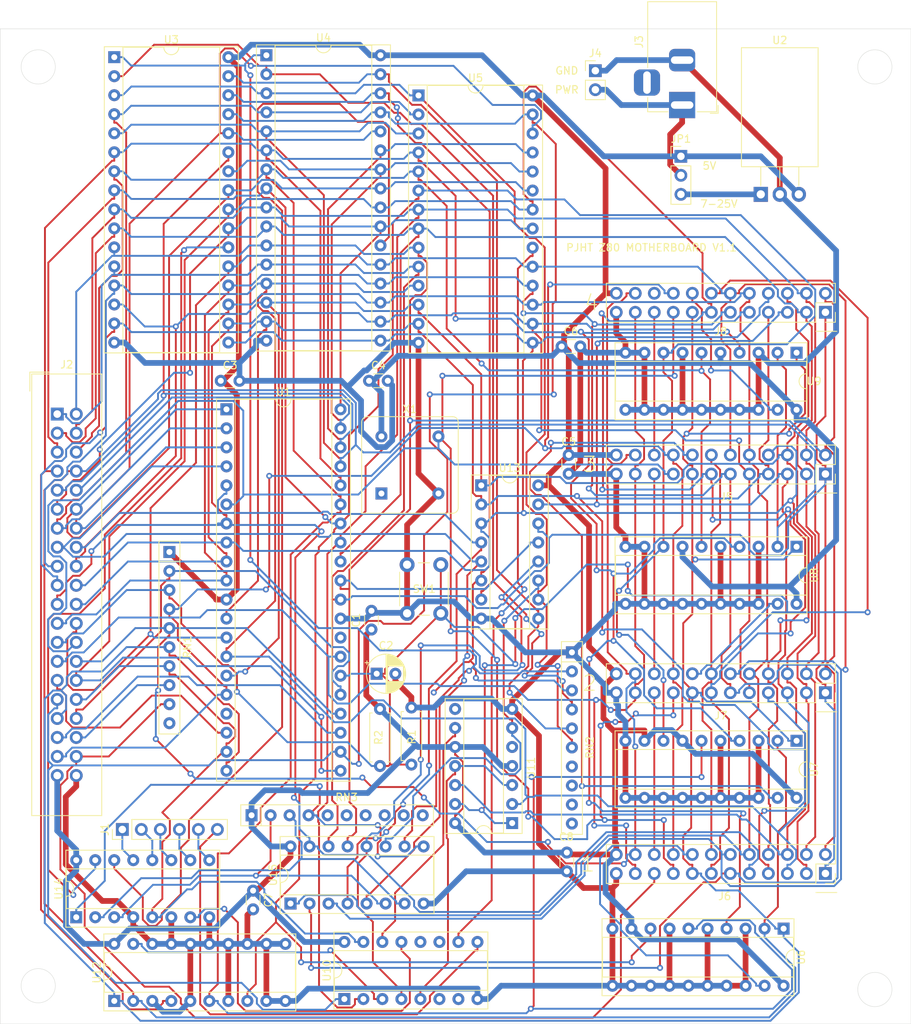
<source format=kicad_pcb>
(kicad_pcb (version 20171130) (host pcbnew "(5.1.2-1)-1")

  (general
    (thickness 1.6)
    (drawings 21)
    (tracks 2822)
    (zones 0)
    (modules 39)
    (nets 73)
  )

  (page USLetter)
  (layers
    (0 F.Cu signal)
    (31 B.Cu signal)
    (32 B.Adhes user)
    (33 F.Adhes user)
    (34 B.Paste user)
    (35 F.Paste user)
    (36 B.SilkS user)
    (37 F.SilkS user)
    (38 B.Mask user)
    (39 F.Mask user)
    (40 Dwgs.User user)
    (41 Cmts.User user)
    (42 Eco1.User user)
    (43 Eco2.User user)
    (44 Edge.Cuts user)
    (45 Margin user)
    (46 B.CrtYd user)
    (47 F.CrtYd user)
    (48 B.Fab user)
    (49 F.Fab user)
  )

  (setup
    (last_trace_width 0.25)
    (user_trace_width 0.762)
    (trace_clearance 0.127)
    (zone_clearance 0.508)
    (zone_45_only no)
    (trace_min 0.127)
    (via_size 0.8)
    (via_drill 0.4)
    (via_min_size 0.599999)
    (via_min_drill 0.3)
    (uvia_size 0.3)
    (uvia_drill 0.1)
    (uvias_allowed no)
    (uvia_min_size 0.2)
    (uvia_min_drill 0.1)
    (edge_width 0.05)
    (segment_width 0.2)
    (pcb_text_width 0.3)
    (pcb_text_size 1.5 1.5)
    (mod_edge_width 0.12)
    (mod_text_size 1 1)
    (mod_text_width 0.1524)
    (pad_size 1.524 1.524)
    (pad_drill 0.762)
    (pad_to_mask_clearance 0.051)
    (solder_mask_min_width 0.25)
    (aux_axis_origin 0 0)
    (visible_elements FFFFEF7F)
    (pcbplotparams
      (layerselection 0x010fc_ffffffff)
      (usegerberextensions false)
      (usegerberattributes false)
      (usegerberadvancedattributes false)
      (creategerberjobfile false)
      (excludeedgelayer true)
      (linewidth 0.100000)
      (plotframeref false)
      (viasonmask false)
      (mode 1)
      (useauxorigin false)
      (hpglpennumber 1)
      (hpglpenspeed 20)
      (hpglpendiameter 15.000000)
      (psnegative false)
      (psa4output false)
      (plotreference true)
      (plotvalue true)
      (plotinvisibletext false)
      (padsonsilk false)
      (subtractmaskfromsilk false)
      (outputformat 1)
      (mirror false)
      (drillshape 0)
      (scaleselection 1)
      (outputdirectory "gerbers"))
  )

  (net 0 "")
  (net 1 GND)
  (net 2 +5V)
  (net 3 D4)
  (net 4 D5)
  (net 5 D6)
  (net 6 D7)
  (net 7 ~RESET)
  (net 8 ~CLK)
  (net 9 ~M1)
  (net 10 ~WAIT)
  (net 11 ~HALT)
  (net 12 ~RD)
  (net 13 ~WR)
  (net 14 ~MREQ)
  (net 15 ~IORQ)
  (net 16 ~BUSRQ)
  (net 17 ~BUSACK)
  (net 18 D3)
  (net 19 D2)
  (net 20 D1)
  (net 21 D0)
  (net 22 A15)
  (net 23 A14)
  (net 24 A13)
  (net 25 A12)
  (net 26 A11)
  (net 27 A10)
  (net 28 A9)
  (net 29 A8)
  (net 30 A7)
  (net 31 A6)
  (net 32 A5)
  (net 33 A4)
  (net 34 A3)
  (net 35 A2)
  (net 36 A1)
  (net 37 A0)
  (net 38 "Net-(JP1-Pad3)")
  (net 39 ~INT)
  (net 40 /SheetMemory/MEM_A14)
  (net 41 /SheetMemory/MEM_A15)
  (net 42 /SheetMemory/MEM_A16)
  (net 43 /SheetMemory/MEM_A17)
  (net 44 /SheetMemory/MEM_A18)
  (net 45 /SheetPager/A19)
  (net 46 /SheetPager/A20)
  (net 47 /SheetPager/A21)
  (net 48 /SheetPager/PG_WR)
  (net 49 /SheetPager/PG_EN)
  (net 50 /SheetPager/RAM_EN)
  (net 51 /SheetMemory/MEM_ROM)
  (net 52 /SheetMemory/MEM_512K1)
  (net 53 /SheetMemory/MEM_512K2)
  (net 54 ~DBGIEO)
  (net 55 ~DBGBAO)
  (net 56 /SheetIO/~PORT2IEO)
  (net 57 /SheetIO/~PORT1IEO)
  (net 58 /SheetIO/PORT2)
  (net 59 /SheetIO/PORT1)
  (net 60 /SheetIO/~PORT3IEO)
  (net 61 /SheetIO/PORT4)
  (net 62 /SheetIO/PORT3)
  (net 63 /SheetPager/PAG_512K8)
  (net 64 /SheetPager/PAG_512K7)
  (net 65 /SheetPager/PAG_512K6)
  (net 66 /SheetPager/PAG_512K5)
  (net 67 /SheetPager/PAG_512K4)
  (net 68 /SheetPager/PAG_512K3)
  (net 69 "Net-(J3-Pad1)")
  (net 70 "Net-(U10-Pad13)")
  (net 71 "Net-(U10-Pad5)")
  (net 72 "Net-(U10-Pad3)")

  (net_class Default "This is the default net class."
    (clearance 0.127)
    (trace_width 0.25)
    (via_dia 0.8)
    (via_drill 0.4)
    (uvia_dia 0.3)
    (uvia_drill 0.1)
    (add_net +5V)
    (add_net /SheetIO/PORT1)
    (add_net /SheetIO/PORT2)
    (add_net /SheetIO/PORT3)
    (add_net /SheetIO/PORT4)
    (add_net /SheetIO/~PORT1IEO)
    (add_net /SheetIO/~PORT2IEO)
    (add_net /SheetIO/~PORT3IEO)
    (add_net /SheetMemory/MEM_512K1)
    (add_net /SheetMemory/MEM_512K2)
    (add_net /SheetMemory/MEM_A14)
    (add_net /SheetMemory/MEM_A15)
    (add_net /SheetMemory/MEM_A16)
    (add_net /SheetMemory/MEM_A17)
    (add_net /SheetMemory/MEM_A18)
    (add_net /SheetMemory/MEM_ROM)
    (add_net /SheetPager/A19)
    (add_net /SheetPager/A20)
    (add_net /SheetPager/A21)
    (add_net /SheetPager/PAG_512K3)
    (add_net /SheetPager/PAG_512K4)
    (add_net /SheetPager/PAG_512K5)
    (add_net /SheetPager/PAG_512K6)
    (add_net /SheetPager/PAG_512K7)
    (add_net /SheetPager/PAG_512K8)
    (add_net /SheetPager/PG_EN)
    (add_net /SheetPager/PG_WR)
    (add_net /SheetPager/RAM_EN)
    (add_net A0)
    (add_net A1)
    (add_net A10)
    (add_net A11)
    (add_net A12)
    (add_net A13)
    (add_net A14)
    (add_net A15)
    (add_net A2)
    (add_net A3)
    (add_net A4)
    (add_net A5)
    (add_net A6)
    (add_net A7)
    (add_net A8)
    (add_net A9)
    (add_net D0)
    (add_net D1)
    (add_net D2)
    (add_net D3)
    (add_net D4)
    (add_net D5)
    (add_net D6)
    (add_net D7)
    (add_net GND)
    (add_net "Net-(J3-Pad1)")
    (add_net "Net-(JP1-Pad3)")
    (add_net "Net-(U10-Pad13)")
    (add_net "Net-(U10-Pad3)")
    (add_net "Net-(U10-Pad5)")
    (add_net ~BUSACK)
    (add_net ~BUSRQ)
    (add_net ~CLK)
    (add_net ~DBGBAO)
    (add_net ~DBGIEO)
    (add_net ~HALT)
    (add_net ~INT)
    (add_net ~IORQ)
    (add_net ~M1)
    (add_net ~MREQ)
    (add_net ~RD)
    (add_net ~RESET)
    (add_net ~WAIT)
    (add_net ~WR)
  )

  (module Package_DIP:DIP-16_W7.62mm_Socket (layer F.Cu) (tedit 5A02E8C5) (tstamp 5D801FA7)
    (at 73.66 152.908 90)
    (descr "16-lead though-hole mounted DIP package, row spacing 7.62 mm (300 mils), Socket")
    (tags "THT DIP DIL PDIP 2.54mm 7.62mm 300mil Socket")
    (path /5D847EA3/5D7D8C00)
    (fp_text reference U14 (at 3.81 -2.33 90) (layer F.SilkS)
      (effects (font (size 1 1) (thickness 0.1524)))
    )
    (fp_text value 74HC137 (at 3.81 20.11 90) (layer F.Fab)
      (effects (font (size 1 1) (thickness 0.15)))
    )
    (fp_line (start 9.15 -1.6) (end -1.55 -1.6) (layer F.CrtYd) (width 0.05))
    (fp_line (start 9.15 19.4) (end 9.15 -1.6) (layer F.CrtYd) (width 0.05))
    (fp_line (start -1.55 19.4) (end 9.15 19.4) (layer F.CrtYd) (width 0.05))
    (fp_line (start -1.55 -1.6) (end -1.55 19.4) (layer F.CrtYd) (width 0.05))
    (fp_line (start 8.95 -1.39) (end -1.33 -1.39) (layer F.SilkS) (width 0.12))
    (fp_line (start 8.95 19.17) (end 8.95 -1.39) (layer F.SilkS) (width 0.12))
    (fp_line (start -1.33 19.17) (end 8.95 19.17) (layer F.SilkS) (width 0.12))
    (fp_line (start -1.33 -1.39) (end -1.33 19.17) (layer F.SilkS) (width 0.12))
    (fp_line (start 6.46 -1.33) (end 4.81 -1.33) (layer F.SilkS) (width 0.12))
    (fp_line (start 6.46 19.11) (end 6.46 -1.33) (layer F.SilkS) (width 0.12))
    (fp_line (start 1.16 19.11) (end 6.46 19.11) (layer F.SilkS) (width 0.12))
    (fp_line (start 1.16 -1.33) (end 1.16 19.11) (layer F.SilkS) (width 0.12))
    (fp_line (start 2.81 -1.33) (end 1.16 -1.33) (layer F.SilkS) (width 0.12))
    (fp_line (start 8.89 -1.33) (end -1.27 -1.33) (layer F.Fab) (width 0.1))
    (fp_line (start 8.89 19.11) (end 8.89 -1.33) (layer F.Fab) (width 0.1))
    (fp_line (start -1.27 19.11) (end 8.89 19.11) (layer F.Fab) (width 0.1))
    (fp_line (start -1.27 -1.33) (end -1.27 19.11) (layer F.Fab) (width 0.1))
    (fp_line (start 0.635 -0.27) (end 1.635 -1.27) (layer F.Fab) (width 0.1))
    (fp_line (start 0.635 19.05) (end 0.635 -0.27) (layer F.Fab) (width 0.1))
    (fp_line (start 6.985 19.05) (end 0.635 19.05) (layer F.Fab) (width 0.1))
    (fp_line (start 6.985 -1.27) (end 6.985 19.05) (layer F.Fab) (width 0.1))
    (fp_line (start 1.635 -1.27) (end 6.985 -1.27) (layer F.Fab) (width 0.1))
    (fp_arc (start 3.81 -1.33) (end 2.81 -1.33) (angle -180) (layer F.SilkS) (width 0.12))
    (pad 16 thru_hole oval (at 7.62 0 90) (size 1.6 1.6) (drill 0.8) (layers *.Cu *.Mask)
      (net 2 +5V))
    (pad 8 thru_hole oval (at 0 17.78 90) (size 1.6 1.6) (drill 0.8) (layers *.Cu *.Mask)
      (net 1 GND))
    (pad 15 thru_hole oval (at 7.62 2.54 90) (size 1.6 1.6) (drill 0.8) (layers *.Cu *.Mask)
      (net 52 /SheetMemory/MEM_512K1))
    (pad 7 thru_hole oval (at 0 15.24 90) (size 1.6 1.6) (drill 0.8) (layers *.Cu *.Mask)
      (net 70 "Net-(U10-Pad13)"))
    (pad 14 thru_hole oval (at 7.62 5.08 90) (size 1.6 1.6) (drill 0.8) (layers *.Cu *.Mask)
      (net 53 /SheetMemory/MEM_512K2))
    (pad 6 thru_hole oval (at 0 12.7 90) (size 1.6 1.6) (drill 0.8) (layers *.Cu *.Mask)
      (net 1 GND))
    (pad 13 thru_hole oval (at 7.62 7.62 90) (size 1.6 1.6) (drill 0.8) (layers *.Cu *.Mask)
      (net 68 /SheetPager/PAG_512K3))
    (pad 5 thru_hole oval (at 0 10.16 90) (size 1.6 1.6) (drill 0.8) (layers *.Cu *.Mask)
      (net 14 ~MREQ))
    (pad 12 thru_hole oval (at 7.62 10.16 90) (size 1.6 1.6) (drill 0.8) (layers *.Cu *.Mask)
      (net 67 /SheetPager/PAG_512K4))
    (pad 4 thru_hole oval (at 0 7.62 90) (size 1.6 1.6) (drill 0.8) (layers *.Cu *.Mask)
      (net 1 GND))
    (pad 11 thru_hole oval (at 7.62 12.7 90) (size 1.6 1.6) (drill 0.8) (layers *.Cu *.Mask)
      (net 66 /SheetPager/PAG_512K5))
    (pad 3 thru_hole oval (at 0 5.08 90) (size 1.6 1.6) (drill 0.8) (layers *.Cu *.Mask)
      (net 47 /SheetPager/A21))
    (pad 10 thru_hole oval (at 7.62 15.24 90) (size 1.6 1.6) (drill 0.8) (layers *.Cu *.Mask)
      (net 65 /SheetPager/PAG_512K6))
    (pad 2 thru_hole oval (at 0 2.54 90) (size 1.6 1.6) (drill 0.8) (layers *.Cu *.Mask)
      (net 46 /SheetPager/A20))
    (pad 9 thru_hole oval (at 7.62 17.78 90) (size 1.6 1.6) (drill 0.8) (layers *.Cu *.Mask)
      (net 64 /SheetPager/PAG_512K7))
    (pad 1 thru_hole rect (at 0 0 90) (size 1.6 1.6) (drill 0.8) (layers *.Cu *.Mask)
      (net 45 /SheetPager/A19))
    (model ${KISYS3DMOD}/Package_DIP.3dshapes/DIP-16_W7.62mm_Socket.wrl
      (at (xyz 0 0 0))
      (scale (xyz 1 1 1))
      (rotate (xyz 0 0 0))
    )
  )

  (module Connector_PinHeader_2.54mm:PinHeader_1x06_P2.54mm_Vertical (layer F.Cu) (tedit 59FED5CC) (tstamp 5D9BD272)
    (at 79.817 141.188 90)
    (descr "Through hole straight pin header, 1x06, 2.54mm pitch, single row")
    (tags "Through hole pin header THT 1x06 2.54mm single row")
    (path /5DA93875)
    (fp_text reference J1 (at 0 -2.33 90) (layer F.SilkS)
      (effects (font (size 1 1) (thickness 0.1524)))
    )
    (fp_text value Conn_01x06 (at 0 15.03 90) (layer F.Fab) hide
      (effects (font (size 1 1) (thickness 0.15)))
    )
    (fp_text user %R (at 0 6.35) (layer F.Fab) hide
      (effects (font (size 1 1) (thickness 0.15)))
    )
    (fp_line (start 1.8 -1.8) (end -1.8 -1.8) (layer F.CrtYd) (width 0.05))
    (fp_line (start 1.8 14.5) (end 1.8 -1.8) (layer F.CrtYd) (width 0.05))
    (fp_line (start -1.8 14.5) (end 1.8 14.5) (layer F.CrtYd) (width 0.05))
    (fp_line (start -1.8 -1.8) (end -1.8 14.5) (layer F.CrtYd) (width 0.05))
    (fp_line (start -1.33 -1.33) (end 0 -1.33) (layer F.SilkS) (width 0.12))
    (fp_line (start -1.33 0) (end -1.33 -1.33) (layer F.SilkS) (width 0.12))
    (fp_line (start -1.33 1.27) (end 1.33 1.27) (layer F.SilkS) (width 0.12))
    (fp_line (start 1.33 1.27) (end 1.33 14.03) (layer F.SilkS) (width 0.12))
    (fp_line (start -1.33 1.27) (end -1.33 14.03) (layer F.SilkS) (width 0.12))
    (fp_line (start -1.33 14.03) (end 1.33 14.03) (layer F.SilkS) (width 0.12))
    (fp_line (start -1.27 -0.635) (end -0.635 -1.27) (layer F.Fab) (width 0.1))
    (fp_line (start -1.27 13.97) (end -1.27 -0.635) (layer F.Fab) (width 0.1))
    (fp_line (start 1.27 13.97) (end -1.27 13.97) (layer F.Fab) (width 0.1))
    (fp_line (start 1.27 -1.27) (end 1.27 13.97) (layer F.Fab) (width 0.1))
    (fp_line (start -0.635 -1.27) (end 1.27 -1.27) (layer F.Fab) (width 0.1))
    (pad 6 thru_hole oval (at 0 12.7 90) (size 1.7 1.7) (drill 1) (layers *.Cu *.Mask)
      (net 63 /SheetPager/PAG_512K8))
    (pad 5 thru_hole oval (at 0 10.16 90) (size 1.7 1.7) (drill 1) (layers *.Cu *.Mask)
      (net 64 /SheetPager/PAG_512K7))
    (pad 4 thru_hole oval (at 0 7.62 90) (size 1.7 1.7) (drill 1) (layers *.Cu *.Mask)
      (net 65 /SheetPager/PAG_512K6))
    (pad 3 thru_hole oval (at 0 5.08 90) (size 1.7 1.7) (drill 1) (layers *.Cu *.Mask)
      (net 66 /SheetPager/PAG_512K5))
    (pad 2 thru_hole oval (at 0 2.54 90) (size 1.7 1.7) (drill 1) (layers *.Cu *.Mask)
      (net 67 /SheetPager/PAG_512K4))
    (pad 1 thru_hole rect (at 0 0 90) (size 1.7 1.7) (drill 1) (layers *.Cu *.Mask)
      (net 68 /SheetPager/PAG_512K3))
    (model ${KISYS3DMOD}/Connector_PinHeader_2.54mm.3dshapes/PinHeader_1x06_P2.54mm_Vertical.wrl
      (at (xyz 0 0 0))
      (scale (xyz 1 1 1))
      (rotate (xyz 0 0 0))
    )
  )

  (module Resistor_THT:R_Array_SIP10 (layer F.Cu) (tedit 5A14249F) (tstamp 5DCA4D94)
    (at 97.0788 139.294)
    (descr "10-pin Resistor SIP pack")
    (tags R)
    (path /5D847EA3/5DCAEFCA)
    (fp_text reference RN3 (at 12.7 -2.4) (layer F.SilkS)
      (effects (font (size 1 1) (thickness 0.15)))
    )
    (fp_text value 10K (at 16.5354 -2.2352) (layer F.Fab)
      (effects (font (size 1 1) (thickness 0.15)))
    )
    (fp_line (start 24.55 -1.65) (end -1.7 -1.65) (layer F.CrtYd) (width 0.05))
    (fp_line (start 24.55 1.65) (end 24.55 -1.65) (layer F.CrtYd) (width 0.05))
    (fp_line (start -1.7 1.65) (end 24.55 1.65) (layer F.CrtYd) (width 0.05))
    (fp_line (start -1.7 -1.65) (end -1.7 1.65) (layer F.CrtYd) (width 0.05))
    (fp_line (start 1.27 -1.4) (end 1.27 1.4) (layer F.SilkS) (width 0.12))
    (fp_line (start 24.3 -1.4) (end -1.44 -1.4) (layer F.SilkS) (width 0.12))
    (fp_line (start 24.3 1.4) (end 24.3 -1.4) (layer F.SilkS) (width 0.12))
    (fp_line (start -1.44 1.4) (end 24.3 1.4) (layer F.SilkS) (width 0.12))
    (fp_line (start -1.44 -1.4) (end -1.44 1.4) (layer F.SilkS) (width 0.12))
    (fp_line (start 1.27 -1.25) (end 1.27 1.25) (layer F.Fab) (width 0.1))
    (fp_line (start 24.15 -1.25) (end -1.29 -1.25) (layer F.Fab) (width 0.1))
    (fp_line (start 24.15 1.25) (end 24.15 -1.25) (layer F.Fab) (width 0.1))
    (fp_line (start -1.29 1.25) (end 24.15 1.25) (layer F.Fab) (width 0.1))
    (fp_line (start -1.29 -1.25) (end -1.29 1.25) (layer F.Fab) (width 0.1))
    (pad 10 thru_hole oval (at 22.86 0) (size 1.6 1.6) (drill 0.8) (layers *.Cu *.Mask))
    (pad 9 thru_hole oval (at 20.32 0) (size 1.6 1.6) (drill 0.8) (layers *.Cu *.Mask))
    (pad 8 thru_hole oval (at 17.78 0) (size 1.6 1.6) (drill 0.8) (layers *.Cu *.Mask))
    (pad 7 thru_hole oval (at 15.24 0) (size 1.6 1.6) (drill 0.8) (layers *.Cu *.Mask))
    (pad 6 thru_hole oval (at 12.7 0) (size 1.6 1.6) (drill 0.8) (layers *.Cu *.Mask))
    (pad 5 thru_hole oval (at 10.16 0) (size 1.6 1.6) (drill 0.8) (layers *.Cu *.Mask))
    (pad 4 thru_hole oval (at 7.62 0) (size 1.6 1.6) (drill 0.8) (layers *.Cu *.Mask)
      (net 45 /SheetPager/A19))
    (pad 3 thru_hole oval (at 5.08 0) (size 1.6 1.6) (drill 0.8) (layers *.Cu *.Mask)
      (net 46 /SheetPager/A20))
    (pad 2 thru_hole oval (at 2.54 0) (size 1.6 1.6) (drill 0.8) (layers *.Cu *.Mask)
      (net 47 /SheetPager/A21))
    (pad 1 thru_hole rect (at 0 0) (size 1.6 1.6) (drill 0.8) (layers *.Cu *.Mask)
      (net 2 +5V))
    (model ${KISYS3DMOD}/Resistor_THT.3dshapes/R_Array_SIP10.wrl
      (at (xyz 0 0 0))
      (scale (xyz 1 1 1))
      (rotate (xyz 0 0 0))
    )
  )

  (module Resistor_THT:R_Array_SIP10 (layer F.Cu) (tedit 5A14249F) (tstamp 5DCA400A)
    (at 139.873 117.541 270)
    (descr "10-pin Resistor SIP pack")
    (tags R)
    (path /5D847EA3/5DCA9D1E)
    (fp_text reference RN2 (at 12.7 -2.4 90) (layer F.SilkS)
      (effects (font (size 1 1) (thickness 0.15)))
    )
    (fp_text value 10K (at 12.7 2.4 90) (layer F.Fab)
      (effects (font (size 1 1) (thickness 0.15)))
    )
    (fp_line (start 24.55 -1.65) (end -1.7 -1.65) (layer F.CrtYd) (width 0.05))
    (fp_line (start 24.55 1.65) (end 24.55 -1.65) (layer F.CrtYd) (width 0.05))
    (fp_line (start -1.7 1.65) (end 24.55 1.65) (layer F.CrtYd) (width 0.05))
    (fp_line (start -1.7 -1.65) (end -1.7 1.65) (layer F.CrtYd) (width 0.05))
    (fp_line (start 1.27 -1.4) (end 1.27 1.4) (layer F.SilkS) (width 0.12))
    (fp_line (start 24.3 -1.4) (end -1.44 -1.4) (layer F.SilkS) (width 0.12))
    (fp_line (start 24.3 1.4) (end 24.3 -1.4) (layer F.SilkS) (width 0.12))
    (fp_line (start -1.44 1.4) (end 24.3 1.4) (layer F.SilkS) (width 0.12))
    (fp_line (start -1.44 -1.4) (end -1.44 1.4) (layer F.SilkS) (width 0.12))
    (fp_line (start 1.27 -1.25) (end 1.27 1.25) (layer F.Fab) (width 0.1))
    (fp_line (start 24.15 -1.25) (end -1.29 -1.25) (layer F.Fab) (width 0.1))
    (fp_line (start 24.15 1.25) (end 24.15 -1.25) (layer F.Fab) (width 0.1))
    (fp_line (start -1.29 1.25) (end 24.15 1.25) (layer F.Fab) (width 0.1))
    (fp_line (start -1.29 -1.25) (end -1.29 1.25) (layer F.Fab) (width 0.1))
    (pad 10 thru_hole oval (at 22.86 0 270) (size 1.6 1.6) (drill 0.8) (layers *.Cu *.Mask))
    (pad 9 thru_hole oval (at 20.32 0 270) (size 1.6 1.6) (drill 0.8) (layers *.Cu *.Mask))
    (pad 8 thru_hole oval (at 17.78 0 270) (size 1.6 1.6) (drill 0.8) (layers *.Cu *.Mask))
    (pad 7 thru_hole oval (at 15.24 0 270) (size 1.6 1.6) (drill 0.8) (layers *.Cu *.Mask))
    (pad 6 thru_hole oval (at 12.7 0 270) (size 1.6 1.6) (drill 0.8) (layers *.Cu *.Mask)
      (net 40 /SheetMemory/MEM_A14))
    (pad 5 thru_hole oval (at 10.16 0 270) (size 1.6 1.6) (drill 0.8) (layers *.Cu *.Mask)
      (net 41 /SheetMemory/MEM_A15))
    (pad 4 thru_hole oval (at 7.62 0 270) (size 1.6 1.6) (drill 0.8) (layers *.Cu *.Mask)
      (net 42 /SheetMemory/MEM_A16))
    (pad 3 thru_hole oval (at 5.08 0 270) (size 1.6 1.6) (drill 0.8) (layers *.Cu *.Mask)
      (net 43 /SheetMemory/MEM_A17))
    (pad 2 thru_hole oval (at 2.54 0 270) (size 1.6 1.6) (drill 0.8) (layers *.Cu *.Mask)
      (net 44 /SheetMemory/MEM_A18))
    (pad 1 thru_hole rect (at 0 0 270) (size 1.6 1.6) (drill 0.8) (layers *.Cu *.Mask)
      (net 1 GND))
    (model ${KISYS3DMOD}/Resistor_THT.3dshapes/R_Array_SIP10.wrl
      (at (xyz 0 0 0))
      (scale (xyz 1 1 1))
      (rotate (xyz 0 0 0))
    )
  )

  (module Resistor_THT:R_Array_SIP10 (layer F.Cu) (tedit 5A14249F) (tstamp 5DCA3FED)
    (at 86.106 104.14 270)
    (descr "10-pin Resistor SIP pack")
    (tags R)
    (path /5DCA3213)
    (fp_text reference RN1 (at 12.7 -2.4 90) (layer F.SilkS)
      (effects (font (size 1 1) (thickness 0.15)))
    )
    (fp_text value 10K (at 12.7 2.4 90) (layer F.Fab)
      (effects (font (size 1 1) (thickness 0.15)))
    )
    (fp_line (start 24.55 -1.65) (end -1.7 -1.65) (layer F.CrtYd) (width 0.05))
    (fp_line (start 24.55 1.65) (end 24.55 -1.65) (layer F.CrtYd) (width 0.05))
    (fp_line (start -1.7 1.65) (end 24.55 1.65) (layer F.CrtYd) (width 0.05))
    (fp_line (start -1.7 -1.65) (end -1.7 1.65) (layer F.CrtYd) (width 0.05))
    (fp_line (start 1.27 -1.4) (end 1.27 1.4) (layer F.SilkS) (width 0.12))
    (fp_line (start 24.3 -1.4) (end -1.44 -1.4) (layer F.SilkS) (width 0.12))
    (fp_line (start 24.3 1.4) (end 24.3 -1.4) (layer F.SilkS) (width 0.12))
    (fp_line (start -1.44 1.4) (end 24.3 1.4) (layer F.SilkS) (width 0.12))
    (fp_line (start -1.44 -1.4) (end -1.44 1.4) (layer F.SilkS) (width 0.12))
    (fp_line (start 1.27 -1.25) (end 1.27 1.25) (layer F.Fab) (width 0.1))
    (fp_line (start 24.15 -1.25) (end -1.29 -1.25) (layer F.Fab) (width 0.1))
    (fp_line (start 24.15 1.25) (end 24.15 -1.25) (layer F.Fab) (width 0.1))
    (fp_line (start -1.29 1.25) (end 24.15 1.25) (layer F.Fab) (width 0.1))
    (fp_line (start -1.29 -1.25) (end -1.29 1.25) (layer F.Fab) (width 0.1))
    (pad 10 thru_hole oval (at 22.86 0 270) (size 1.6 1.6) (drill 0.8) (layers *.Cu *.Mask))
    (pad 9 thru_hole oval (at 20.32 0 270) (size 1.6 1.6) (drill 0.8) (layers *.Cu *.Mask)
      (net 54 ~DBGIEO))
    (pad 8 thru_hole oval (at 17.78 0 270) (size 1.6 1.6) (drill 0.8) (layers *.Cu *.Mask)
      (net 55 ~DBGBAO))
    (pad 7 thru_hole oval (at 15.24 0 270) (size 1.6 1.6) (drill 0.8) (layers *.Cu *.Mask)
      (net 14 ~MREQ))
    (pad 6 thru_hole oval (at 12.7 0 270) (size 1.6 1.6) (drill 0.8) (layers *.Cu *.Mask)
      (net 15 ~IORQ))
    (pad 5 thru_hole oval (at 10.16 0 270) (size 1.6 1.6) (drill 0.8) (layers *.Cu *.Mask)
      (net 10 ~WAIT))
    (pad 4 thru_hole oval (at 7.62 0 270) (size 1.6 1.6) (drill 0.8) (layers *.Cu *.Mask)
      (net 39 ~INT))
    (pad 3 thru_hole oval (at 5.08 0 270) (size 1.6 1.6) (drill 0.8) (layers *.Cu *.Mask)
      (net 7 ~RESET))
    (pad 2 thru_hole oval (at 2.54 0 270) (size 1.6 1.6) (drill 0.8) (layers *.Cu *.Mask)
      (net 16 ~BUSRQ))
    (pad 1 thru_hole rect (at 0 0 270) (size 1.6 1.6) (drill 0.8) (layers *.Cu *.Mask)
      (net 2 +5V))
    (model ${KISYS3DMOD}/Resistor_THT.3dshapes/R_Array_SIP10.wrl
      (at (xyz 0 0 0))
      (scale (xyz 1 1 1))
      (rotate (xyz 0 0 0))
    )
  )

  (module Resistor_THT:R_Axial_DIN0207_L6.3mm_D2.5mm_P7.62mm_Horizontal (layer F.Cu) (tedit 5AE5139B) (tstamp 5DAF22A5)
    (at 114.236 125.095 270)
    (descr "Resistor, Axial_DIN0207 series, Axial, Horizontal, pin pitch=7.62mm, 0.25W = 1/4W, length*diameter=6.3*2.5mm^2, http://cdn-reichelt.de/documents/datenblatt/B400/1_4W%23YAG.pdf")
    (tags "Resistor Axial_DIN0207 series Axial Horizontal pin pitch 7.62mm 0.25W = 1/4W length 6.3mm diameter 2.5mm")
    (path /5DAF0DB0)
    (fp_text reference R2 (at 3.81 0.1905 90) (layer F.SilkS)
      (effects (font (size 1 1) (thickness 0.1524)))
    )
    (fp_text value 1k (at 3.81 2.37 90) (layer F.Fab)
      (effects (font (size 1 1) (thickness 0.15)))
    )
    (fp_line (start 8.67 -1.5) (end -1.05 -1.5) (layer F.CrtYd) (width 0.05))
    (fp_line (start 8.67 1.5) (end 8.67 -1.5) (layer F.CrtYd) (width 0.05))
    (fp_line (start -1.05 1.5) (end 8.67 1.5) (layer F.CrtYd) (width 0.05))
    (fp_line (start -1.05 -1.5) (end -1.05 1.5) (layer F.CrtYd) (width 0.05))
    (fp_line (start 7.08 1.37) (end 7.08 1.04) (layer F.SilkS) (width 0.12))
    (fp_line (start 0.54 1.37) (end 7.08 1.37) (layer F.SilkS) (width 0.12))
    (fp_line (start 0.54 1.04) (end 0.54 1.37) (layer F.SilkS) (width 0.12))
    (fp_line (start 7.08 -1.37) (end 7.08 -1.04) (layer F.SilkS) (width 0.12))
    (fp_line (start 0.54 -1.37) (end 7.08 -1.37) (layer F.SilkS) (width 0.12))
    (fp_line (start 0.54 -1.04) (end 0.54 -1.37) (layer F.SilkS) (width 0.12))
    (fp_line (start 7.62 0) (end 6.96 0) (layer F.Fab) (width 0.1))
    (fp_line (start 0 0) (end 0.66 0) (layer F.Fab) (width 0.1))
    (fp_line (start 6.96 -1.25) (end 0.66 -1.25) (layer F.Fab) (width 0.1))
    (fp_line (start 6.96 1.25) (end 6.96 -1.25) (layer F.Fab) (width 0.1))
    (fp_line (start 0.66 1.25) (end 6.96 1.25) (layer F.Fab) (width 0.1))
    (fp_line (start 0.66 -1.25) (end 0.66 1.25) (layer F.Fab) (width 0.1))
    (pad 2 thru_hole oval (at 7.62 0 270) (size 1.6 1.6) (drill 0.8) (layers *.Cu *.Mask)
      (net 7 ~RESET))
    (pad 1 thru_hole circle (at 0 0 270) (size 1.6 1.6) (drill 0.8) (layers *.Cu *.Mask)
      (net 2 +5V))
    (model ${KISYS3DMOD}/Resistor_THT.3dshapes/R_Axial_DIN0207_L6.3mm_D2.5mm_P7.62mm_Horizontal.wrl
      (at (xyz 0 0 0))
      (scale (xyz 1 1 1))
      (rotate (xyz 0 0 0))
    )
  )

  (module Resistor_THT:R_Axial_DIN0207_L6.3mm_D2.5mm_P7.62mm_Horizontal (layer F.Cu) (tedit 5AE5139B) (tstamp 5DAF2190)
    (at 118.428 132.524 90)
    (descr "Resistor, Axial_DIN0207 series, Axial, Horizontal, pin pitch=7.62mm, 0.25W = 1/4W, length*diameter=6.3*2.5mm^2, http://cdn-reichelt.de/documents/datenblatt/B400/1_4W%23YAG.pdf")
    (tags "Resistor Axial_DIN0207 series Axial Horizontal pin pitch 7.62mm 0.25W = 1/4W length 6.3mm diameter 2.5mm")
    (path /5DAF5EF5)
    (fp_text reference R1 (at 3.683 0.0635 90) (layer F.SilkS)
      (effects (font (size 1 1) (thickness 0.1524)))
    )
    (fp_text value 10k (at 3.556 2.6035 90) (layer F.Fab)
      (effects (font (size 1 1) (thickness 0.15)))
    )
    (fp_line (start 8.67 -1.5) (end -1.05 -1.5) (layer F.CrtYd) (width 0.05))
    (fp_line (start 8.67 1.5) (end 8.67 -1.5) (layer F.CrtYd) (width 0.05))
    (fp_line (start -1.05 1.5) (end 8.67 1.5) (layer F.CrtYd) (width 0.05))
    (fp_line (start -1.05 -1.5) (end -1.05 1.5) (layer F.CrtYd) (width 0.05))
    (fp_line (start 7.08 1.37) (end 7.08 1.04) (layer F.SilkS) (width 0.12))
    (fp_line (start 0.54 1.37) (end 7.08 1.37) (layer F.SilkS) (width 0.12))
    (fp_line (start 0.54 1.04) (end 0.54 1.37) (layer F.SilkS) (width 0.12))
    (fp_line (start 7.08 -1.37) (end 7.08 -1.04) (layer F.SilkS) (width 0.12))
    (fp_line (start 0.54 -1.37) (end 7.08 -1.37) (layer F.SilkS) (width 0.12))
    (fp_line (start 0.54 -1.04) (end 0.54 -1.37) (layer F.SilkS) (width 0.12))
    (fp_line (start 7.62 0) (end 6.96 0) (layer F.Fab) (width 0.1))
    (fp_line (start 0 0) (end 0.66 0) (layer F.Fab) (width 0.1))
    (fp_line (start 6.96 -1.25) (end 0.66 -1.25) (layer F.Fab) (width 0.1))
    (fp_line (start 6.96 1.25) (end 6.96 -1.25) (layer F.Fab) (width 0.1))
    (fp_line (start 0.66 1.25) (end 6.96 1.25) (layer F.Fab) (width 0.1))
    (fp_line (start 0.66 -1.25) (end 0.66 1.25) (layer F.Fab) (width 0.1))
    (pad 2 thru_hole oval (at 7.62 0 90) (size 1.6 1.6) (drill 0.8) (layers *.Cu *.Mask)
      (net 1 GND))
    (pad 1 thru_hole circle (at 0 0 90) (size 1.6 1.6) (drill 0.8) (layers *.Cu *.Mask)
      (net 7 ~RESET))
    (model ${KISYS3DMOD}/Resistor_THT.3dshapes/R_Axial_DIN0207_L6.3mm_D2.5mm_P7.62mm_Horizontal.wrl
      (at (xyz 0 0 0))
      (scale (xyz 1 1 1))
      (rotate (xyz 0 0 0))
    )
  )

  (module Package_DIP:DIP-16_W7.62mm_Socket (layer F.Cu) (tedit 5A02E8C5) (tstamp 5DAF1C89)
    (at 109.474 163.83 90)
    (descr "16-lead though-hole mounted DIP package, row spacing 7.62 mm (300 mils), Socket")
    (tags "THT DIP DIL PDIP 2.54mm 7.62mm 300mil Socket")
    (path /5D847EA3/5D7E5CC5)
    (fp_text reference U10 (at 3.81 -2.33 90) (layer F.SilkS)
      (effects (font (size 1 1) (thickness 0.1524)))
    )
    (fp_text value 74LS139 (at 3.81 20.11 90) (layer F.Fab)
      (effects (font (size 1 1) (thickness 0.15)))
    )
    (fp_text user %R (at 3.81 8.89 90) (layer F.Fab)
      (effects (font (size 1 1) (thickness 0.15)))
    )
    (fp_line (start 9.15 -1.6) (end -1.55 -1.6) (layer F.CrtYd) (width 0.05))
    (fp_line (start 9.15 19.4) (end 9.15 -1.6) (layer F.CrtYd) (width 0.05))
    (fp_line (start -1.55 19.4) (end 9.15 19.4) (layer F.CrtYd) (width 0.05))
    (fp_line (start -1.55 -1.6) (end -1.55 19.4) (layer F.CrtYd) (width 0.05))
    (fp_line (start 8.95 -1.39) (end -1.33 -1.39) (layer F.SilkS) (width 0.12))
    (fp_line (start 8.95 19.17) (end 8.95 -1.39) (layer F.SilkS) (width 0.12))
    (fp_line (start -1.33 19.17) (end 8.95 19.17) (layer F.SilkS) (width 0.12))
    (fp_line (start -1.33 -1.39) (end -1.33 19.17) (layer F.SilkS) (width 0.12))
    (fp_line (start 6.46 -1.33) (end 4.81 -1.33) (layer F.SilkS) (width 0.12))
    (fp_line (start 6.46 19.11) (end 6.46 -1.33) (layer F.SilkS) (width 0.12))
    (fp_line (start 1.16 19.11) (end 6.46 19.11) (layer F.SilkS) (width 0.12))
    (fp_line (start 1.16 -1.33) (end 1.16 19.11) (layer F.SilkS) (width 0.12))
    (fp_line (start 2.81 -1.33) (end 1.16 -1.33) (layer F.SilkS) (width 0.12))
    (fp_line (start 8.89 -1.33) (end -1.27 -1.33) (layer F.Fab) (width 0.1))
    (fp_line (start 8.89 19.11) (end 8.89 -1.33) (layer F.Fab) (width 0.1))
    (fp_line (start -1.27 19.11) (end 8.89 19.11) (layer F.Fab) (width 0.1))
    (fp_line (start -1.27 -1.33) (end -1.27 19.11) (layer F.Fab) (width 0.1))
    (fp_line (start 0.635 -0.27) (end 1.635 -1.27) (layer F.Fab) (width 0.1))
    (fp_line (start 0.635 19.05) (end 0.635 -0.27) (layer F.Fab) (width 0.1))
    (fp_line (start 6.985 19.05) (end 0.635 19.05) (layer F.Fab) (width 0.1))
    (fp_line (start 6.985 -1.27) (end 6.985 19.05) (layer F.Fab) (width 0.1))
    (fp_line (start 1.635 -1.27) (end 6.985 -1.27) (layer F.Fab) (width 0.1))
    (fp_arc (start 3.81 -1.33) (end 2.81 -1.33) (angle -180) (layer F.SilkS) (width 0.12))
    (pad 16 thru_hole oval (at 7.62 0 90) (size 1.6 1.6) (drill 0.8) (layers *.Cu *.Mask)
      (net 2 +5V))
    (pad 8 thru_hole oval (at 0 17.78 90) (size 1.6 1.6) (drill 0.8) (layers *.Cu *.Mask)
      (net 1 GND))
    (pad 15 thru_hole oval (at 7.62 2.54 90) (size 1.6 1.6) (drill 0.8) (layers *.Cu *.Mask)
      (net 14 ~MREQ))
    (pad 7 thru_hole oval (at 0 15.24 90) (size 1.6 1.6) (drill 0.8) (layers *.Cu *.Mask))
    (pad 14 thru_hole oval (at 7.62 5.08 90) (size 1.6 1.6) (drill 0.8) (layers *.Cu *.Mask)
      (net 50 /SheetPager/RAM_EN))
    (pad 6 thru_hole oval (at 0 12.7 90) (size 1.6 1.6) (drill 0.8) (layers *.Cu *.Mask))
    (pad 13 thru_hole oval (at 7.62 7.62 90) (size 1.6 1.6) (drill 0.8) (layers *.Cu *.Mask)
      (net 70 "Net-(U10-Pad13)"))
    (pad 5 thru_hole oval (at 0 10.16 90) (size 1.6 1.6) (drill 0.8) (layers *.Cu *.Mask)
      (net 71 "Net-(U10-Pad5)"))
    (pad 12 thru_hole oval (at 7.62 10.16 90) (size 1.6 1.6) (drill 0.8) (layers *.Cu *.Mask))
    (pad 4 thru_hole oval (at 0 7.62 90) (size 1.6 1.6) (drill 0.8) (layers *.Cu *.Mask)
      (net 48 /SheetPager/PG_WR))
    (pad 11 thru_hole oval (at 7.62 12.7 90) (size 1.6 1.6) (drill 0.8) (layers *.Cu *.Mask))
    (pad 3 thru_hole oval (at 0 5.08 90) (size 1.6 1.6) (drill 0.8) (layers *.Cu *.Mask)
      (net 72 "Net-(U10-Pad3)"))
    (pad 10 thru_hole oval (at 7.62 15.24 90) (size 1.6 1.6) (drill 0.8) (layers *.Cu *.Mask)
      (net 51 /SheetMemory/MEM_ROM))
    (pad 2 thru_hole oval (at 0 2.54 90) (size 1.6 1.6) (drill 0.8) (layers *.Cu *.Mask)
      (net 34 A3))
    (pad 9 thru_hole oval (at 7.62 17.78 90) (size 1.6 1.6) (drill 0.8) (layers *.Cu *.Mask)
      (net 63 /SheetPager/PAG_512K8))
    (pad 1 thru_hole rect (at 0 0 90) (size 1.6 1.6) (drill 0.8) (layers *.Cu *.Mask)
      (net 13 ~WR))
    (model ${KISYS3DMOD}/Package_DIP.3dshapes/DIP-16_W7.62mm_Socket.wrl
      (at (xyz 0 0 0))
      (scale (xyz 1 1 1))
      (rotate (xyz 0 0 0))
    )
  )

  (module Button_Switch_THT:SW_PUSH_6mm (layer F.Cu) (tedit 5A02FE31) (tstamp 5DAF2AD2)
    (at 117.856 112.332 90)
    (descr https://www.omron.com/ecb/products/pdf/en-b3f.pdf)
    (tags "tact sw push 6mm")
    (path /5DAFC266)
    (fp_text reference SW1 (at 3.25 2.286 180) (layer F.SilkS)
      (effects (font (size 1 1) (thickness 0.1524)))
    )
    (fp_text value SW_Push (at 3.75 6.7 90) (layer F.Fab) hide
      (effects (font (size 1 1) (thickness 0.15)))
    )
    (fp_circle (center 3.25 2.25) (end 1.25 2.5) (layer F.Fab) (width 0.1))
    (fp_line (start 6.75 3) (end 6.75 1.5) (layer F.SilkS) (width 0.12))
    (fp_line (start 5.5 -1) (end 1 -1) (layer F.SilkS) (width 0.12))
    (fp_line (start -0.25 1.5) (end -0.25 3) (layer F.SilkS) (width 0.12))
    (fp_line (start 1 5.5) (end 5.5 5.5) (layer F.SilkS) (width 0.12))
    (fp_line (start 8 -1.25) (end 8 5.75) (layer F.CrtYd) (width 0.05))
    (fp_line (start 7.75 6) (end -1.25 6) (layer F.CrtYd) (width 0.05))
    (fp_line (start -1.5 5.75) (end -1.5 -1.25) (layer F.CrtYd) (width 0.05))
    (fp_line (start -1.25 -1.5) (end 7.75 -1.5) (layer F.CrtYd) (width 0.05))
    (fp_line (start -1.5 6) (end -1.25 6) (layer F.CrtYd) (width 0.05))
    (fp_line (start -1.5 5.75) (end -1.5 6) (layer F.CrtYd) (width 0.05))
    (fp_line (start -1.5 -1.5) (end -1.25 -1.5) (layer F.CrtYd) (width 0.05))
    (fp_line (start -1.5 -1.25) (end -1.5 -1.5) (layer F.CrtYd) (width 0.05))
    (fp_line (start 8 -1.5) (end 8 -1.25) (layer F.CrtYd) (width 0.05))
    (fp_line (start 7.75 -1.5) (end 8 -1.5) (layer F.CrtYd) (width 0.05))
    (fp_line (start 8 6) (end 8 5.75) (layer F.CrtYd) (width 0.05))
    (fp_line (start 7.75 6) (end 8 6) (layer F.CrtYd) (width 0.05))
    (fp_line (start 0.25 -0.75) (end 3.25 -0.75) (layer F.Fab) (width 0.1))
    (fp_line (start 0.25 5.25) (end 0.25 -0.75) (layer F.Fab) (width 0.1))
    (fp_line (start 6.25 5.25) (end 0.25 5.25) (layer F.Fab) (width 0.1))
    (fp_line (start 6.25 -0.75) (end 6.25 5.25) (layer F.Fab) (width 0.1))
    (fp_line (start 3.25 -0.75) (end 6.25 -0.75) (layer F.Fab) (width 0.1))
    (pad 1 thru_hole circle (at 6.5 0 180) (size 2 2) (drill 1.1) (layers *.Cu *.Mask)
      (net 1 GND))
    (pad 2 thru_hole circle (at 6.5 4.5 180) (size 2 2) (drill 1.1) (layers *.Cu *.Mask)
      (net 7 ~RESET))
    (pad 1 thru_hole circle (at 0 0 180) (size 2 2) (drill 1.1) (layers *.Cu *.Mask)
      (net 1 GND))
    (pad 2 thru_hole circle (at 0 4.5 180) (size 2 2) (drill 1.1) (layers *.Cu *.Mask)
      (net 7 ~RESET))
    (model ${KISYS3DMOD}/Button_Switch_THT.3dshapes/SW_PUSH_6mm.wrl
      (at (xyz 0 0 0))
      (scale (xyz 1 1 1))
      (rotate (xyz 0 0 0))
    )
  )

  (module Capacitor_THT:C_Disc_D3.0mm_W1.6mm_P2.50mm (layer F.Cu) (tedit 5AE50EF0) (tstamp 5DAF15CE)
    (at 138.496 76.704)
    (descr "C, Disc series, Radial, pin pitch=2.50mm, , diameter*width=3.0*1.6mm^2, Capacitor, http://www.vishay.com/docs/45233/krseries.pdf")
    (tags "C Disc series Radial pin pitch 2.50mm  diameter 3.0mm width 1.6mm Capacitor")
    (path /5D81BA5C/5D8D2710)
    (fp_text reference C6 (at 1.25 -2.05) (layer F.SilkS)
      (effects (font (size 1 1) (thickness 0.15)))
    )
    (fp_text value 0.1u (at 1.25 2.05) (layer F.Fab)
      (effects (font (size 1 1) (thickness 0.15)))
    )
    (fp_text user %R (at 1.25 0) (layer F.Fab)
      (effects (font (size 0.6 0.6) (thickness 0.09)))
    )
    (fp_line (start 3.55 -1.05) (end -1.05 -1.05) (layer F.CrtYd) (width 0.05))
    (fp_line (start 3.55 1.05) (end 3.55 -1.05) (layer F.CrtYd) (width 0.05))
    (fp_line (start -1.05 1.05) (end 3.55 1.05) (layer F.CrtYd) (width 0.05))
    (fp_line (start -1.05 -1.05) (end -1.05 1.05) (layer F.CrtYd) (width 0.05))
    (fp_line (start 0.621 0.92) (end 1.879 0.92) (layer F.SilkS) (width 0.12))
    (fp_line (start 0.621 -0.92) (end 1.879 -0.92) (layer F.SilkS) (width 0.12))
    (fp_line (start 2.75 -0.8) (end -0.25 -0.8) (layer F.Fab) (width 0.1))
    (fp_line (start 2.75 0.8) (end 2.75 -0.8) (layer F.Fab) (width 0.1))
    (fp_line (start -0.25 0.8) (end 2.75 0.8) (layer F.Fab) (width 0.1))
    (fp_line (start -0.25 -0.8) (end -0.25 0.8) (layer F.Fab) (width 0.1))
    (pad 2 thru_hole circle (at 2.5 0) (size 1.6 1.6) (drill 0.8) (layers *.Cu *.Mask)
      (net 1 GND))
    (pad 1 thru_hole circle (at 0 0) (size 1.6 1.6) (drill 0.8) (layers *.Cu *.Mask)
      (net 2 +5V))
    (model ${KISYS3DMOD}/Capacitor_THT.3dshapes/C_Disc_D3.0mm_W1.6mm_P2.50mm.wrl
      (at (xyz 0 0 0))
      (scale (xyz 1 1 1))
      (rotate (xyz 0 0 0))
    )
  )

  (module Capacitor_THT:CP_Radial_D5.0mm_P2.50mm (layer F.Cu) (tedit 5AE50EF0) (tstamp 5DAF158E)
    (at 113.792 120.396)
    (descr "CP, Radial series, Radial, pin pitch=2.50mm, , diameter=5mm, Electrolytic Capacitor")
    (tags "CP Radial series Radial pin pitch 2.50mm  diameter 5mm Electrolytic Capacitor")
    (path /5DAF1B7A)
    (fp_text reference C2 (at 1.25 -3.75) (layer F.SilkS)
      (effects (font (size 1 1) (thickness 0.1524)))
    )
    (fp_text value 1u (at 3.302 -3.302) (layer F.Fab)
      (effects (font (size 1 1) (thickness 0.15)))
    )
    (fp_line (start -1.304775 -1.725) (end -1.304775 -1.225) (layer F.SilkS) (width 0.12))
    (fp_line (start -1.554775 -1.475) (end -1.054775 -1.475) (layer F.SilkS) (width 0.12))
    (fp_line (start 3.851 -0.284) (end 3.851 0.284) (layer F.SilkS) (width 0.12))
    (fp_line (start 3.811 -0.518) (end 3.811 0.518) (layer F.SilkS) (width 0.12))
    (fp_line (start 3.771 -0.677) (end 3.771 0.677) (layer F.SilkS) (width 0.12))
    (fp_line (start 3.731 -0.805) (end 3.731 0.805) (layer F.SilkS) (width 0.12))
    (fp_line (start 3.691 -0.915) (end 3.691 0.915) (layer F.SilkS) (width 0.12))
    (fp_line (start 3.651 -1.011) (end 3.651 1.011) (layer F.SilkS) (width 0.12))
    (fp_line (start 3.611 -1.098) (end 3.611 1.098) (layer F.SilkS) (width 0.12))
    (fp_line (start 3.571 -1.178) (end 3.571 1.178) (layer F.SilkS) (width 0.12))
    (fp_line (start 3.531 1.04) (end 3.531 1.251) (layer F.SilkS) (width 0.12))
    (fp_line (start 3.531 -1.251) (end 3.531 -1.04) (layer F.SilkS) (width 0.12))
    (fp_line (start 3.491 1.04) (end 3.491 1.319) (layer F.SilkS) (width 0.12))
    (fp_line (start 3.491 -1.319) (end 3.491 -1.04) (layer F.SilkS) (width 0.12))
    (fp_line (start 3.451 1.04) (end 3.451 1.383) (layer F.SilkS) (width 0.12))
    (fp_line (start 3.451 -1.383) (end 3.451 -1.04) (layer F.SilkS) (width 0.12))
    (fp_line (start 3.411 1.04) (end 3.411 1.443) (layer F.SilkS) (width 0.12))
    (fp_line (start 3.411 -1.443) (end 3.411 -1.04) (layer F.SilkS) (width 0.12))
    (fp_line (start 3.371 1.04) (end 3.371 1.5) (layer F.SilkS) (width 0.12))
    (fp_line (start 3.371 -1.5) (end 3.371 -1.04) (layer F.SilkS) (width 0.12))
    (fp_line (start 3.331 1.04) (end 3.331 1.554) (layer F.SilkS) (width 0.12))
    (fp_line (start 3.331 -1.554) (end 3.331 -1.04) (layer F.SilkS) (width 0.12))
    (fp_line (start 3.291 1.04) (end 3.291 1.605) (layer F.SilkS) (width 0.12))
    (fp_line (start 3.291 -1.605) (end 3.291 -1.04) (layer F.SilkS) (width 0.12))
    (fp_line (start 3.251 1.04) (end 3.251 1.653) (layer F.SilkS) (width 0.12))
    (fp_line (start 3.251 -1.653) (end 3.251 -1.04) (layer F.SilkS) (width 0.12))
    (fp_line (start 3.211 1.04) (end 3.211 1.699) (layer F.SilkS) (width 0.12))
    (fp_line (start 3.211 -1.699) (end 3.211 -1.04) (layer F.SilkS) (width 0.12))
    (fp_line (start 3.171 1.04) (end 3.171 1.743) (layer F.SilkS) (width 0.12))
    (fp_line (start 3.171 -1.743) (end 3.171 -1.04) (layer F.SilkS) (width 0.12))
    (fp_line (start 3.131 1.04) (end 3.131 1.785) (layer F.SilkS) (width 0.12))
    (fp_line (start 3.131 -1.785) (end 3.131 -1.04) (layer F.SilkS) (width 0.12))
    (fp_line (start 3.091 1.04) (end 3.091 1.826) (layer F.SilkS) (width 0.12))
    (fp_line (start 3.091 -1.826) (end 3.091 -1.04) (layer F.SilkS) (width 0.12))
    (fp_line (start 3.051 1.04) (end 3.051 1.864) (layer F.SilkS) (width 0.12))
    (fp_line (start 3.051 -1.864) (end 3.051 -1.04) (layer F.SilkS) (width 0.12))
    (fp_line (start 3.011 1.04) (end 3.011 1.901) (layer F.SilkS) (width 0.12))
    (fp_line (start 3.011 -1.901) (end 3.011 -1.04) (layer F.SilkS) (width 0.12))
    (fp_line (start 2.971 1.04) (end 2.971 1.937) (layer F.SilkS) (width 0.12))
    (fp_line (start 2.971 -1.937) (end 2.971 -1.04) (layer F.SilkS) (width 0.12))
    (fp_line (start 2.931 1.04) (end 2.931 1.971) (layer F.SilkS) (width 0.12))
    (fp_line (start 2.931 -1.971) (end 2.931 -1.04) (layer F.SilkS) (width 0.12))
    (fp_line (start 2.891 1.04) (end 2.891 2.004) (layer F.SilkS) (width 0.12))
    (fp_line (start 2.891 -2.004) (end 2.891 -1.04) (layer F.SilkS) (width 0.12))
    (fp_line (start 2.851 1.04) (end 2.851 2.035) (layer F.SilkS) (width 0.12))
    (fp_line (start 2.851 -2.035) (end 2.851 -1.04) (layer F.SilkS) (width 0.12))
    (fp_line (start 2.811 1.04) (end 2.811 2.065) (layer F.SilkS) (width 0.12))
    (fp_line (start 2.811 -2.065) (end 2.811 -1.04) (layer F.SilkS) (width 0.12))
    (fp_line (start 2.771 1.04) (end 2.771 2.095) (layer F.SilkS) (width 0.12))
    (fp_line (start 2.771 -2.095) (end 2.771 -1.04) (layer F.SilkS) (width 0.12))
    (fp_line (start 2.731 1.04) (end 2.731 2.122) (layer F.SilkS) (width 0.12))
    (fp_line (start 2.731 -2.122) (end 2.731 -1.04) (layer F.SilkS) (width 0.12))
    (fp_line (start 2.691 1.04) (end 2.691 2.149) (layer F.SilkS) (width 0.12))
    (fp_line (start 2.691 -2.149) (end 2.691 -1.04) (layer F.SilkS) (width 0.12))
    (fp_line (start 2.651 1.04) (end 2.651 2.175) (layer F.SilkS) (width 0.12))
    (fp_line (start 2.651 -2.175) (end 2.651 -1.04) (layer F.SilkS) (width 0.12))
    (fp_line (start 2.611 1.04) (end 2.611 2.2) (layer F.SilkS) (width 0.12))
    (fp_line (start 2.611 -2.2) (end 2.611 -1.04) (layer F.SilkS) (width 0.12))
    (fp_line (start 2.571 1.04) (end 2.571 2.224) (layer F.SilkS) (width 0.12))
    (fp_line (start 2.571 -2.224) (end 2.571 -1.04) (layer F.SilkS) (width 0.12))
    (fp_line (start 2.531 1.04) (end 2.531 2.247) (layer F.SilkS) (width 0.12))
    (fp_line (start 2.531 -2.247) (end 2.531 -1.04) (layer F.SilkS) (width 0.12))
    (fp_line (start 2.491 1.04) (end 2.491 2.268) (layer F.SilkS) (width 0.12))
    (fp_line (start 2.491 -2.268) (end 2.491 -1.04) (layer F.SilkS) (width 0.12))
    (fp_line (start 2.451 1.04) (end 2.451 2.29) (layer F.SilkS) (width 0.12))
    (fp_line (start 2.451 -2.29) (end 2.451 -1.04) (layer F.SilkS) (width 0.12))
    (fp_line (start 2.411 1.04) (end 2.411 2.31) (layer F.SilkS) (width 0.12))
    (fp_line (start 2.411 -2.31) (end 2.411 -1.04) (layer F.SilkS) (width 0.12))
    (fp_line (start 2.371 1.04) (end 2.371 2.329) (layer F.SilkS) (width 0.12))
    (fp_line (start 2.371 -2.329) (end 2.371 -1.04) (layer F.SilkS) (width 0.12))
    (fp_line (start 2.331 1.04) (end 2.331 2.348) (layer F.SilkS) (width 0.12))
    (fp_line (start 2.331 -2.348) (end 2.331 -1.04) (layer F.SilkS) (width 0.12))
    (fp_line (start 2.291 1.04) (end 2.291 2.365) (layer F.SilkS) (width 0.12))
    (fp_line (start 2.291 -2.365) (end 2.291 -1.04) (layer F.SilkS) (width 0.12))
    (fp_line (start 2.251 1.04) (end 2.251 2.382) (layer F.SilkS) (width 0.12))
    (fp_line (start 2.251 -2.382) (end 2.251 -1.04) (layer F.SilkS) (width 0.12))
    (fp_line (start 2.211 1.04) (end 2.211 2.398) (layer F.SilkS) (width 0.12))
    (fp_line (start 2.211 -2.398) (end 2.211 -1.04) (layer F.SilkS) (width 0.12))
    (fp_line (start 2.171 1.04) (end 2.171 2.414) (layer F.SilkS) (width 0.12))
    (fp_line (start 2.171 -2.414) (end 2.171 -1.04) (layer F.SilkS) (width 0.12))
    (fp_line (start 2.131 1.04) (end 2.131 2.428) (layer F.SilkS) (width 0.12))
    (fp_line (start 2.131 -2.428) (end 2.131 -1.04) (layer F.SilkS) (width 0.12))
    (fp_line (start 2.091 1.04) (end 2.091 2.442) (layer F.SilkS) (width 0.12))
    (fp_line (start 2.091 -2.442) (end 2.091 -1.04) (layer F.SilkS) (width 0.12))
    (fp_line (start 2.051 1.04) (end 2.051 2.455) (layer F.SilkS) (width 0.12))
    (fp_line (start 2.051 -2.455) (end 2.051 -1.04) (layer F.SilkS) (width 0.12))
    (fp_line (start 2.011 1.04) (end 2.011 2.468) (layer F.SilkS) (width 0.12))
    (fp_line (start 2.011 -2.468) (end 2.011 -1.04) (layer F.SilkS) (width 0.12))
    (fp_line (start 1.971 1.04) (end 1.971 2.48) (layer F.SilkS) (width 0.12))
    (fp_line (start 1.971 -2.48) (end 1.971 -1.04) (layer F.SilkS) (width 0.12))
    (fp_line (start 1.93 1.04) (end 1.93 2.491) (layer F.SilkS) (width 0.12))
    (fp_line (start 1.93 -2.491) (end 1.93 -1.04) (layer F.SilkS) (width 0.12))
    (fp_line (start 1.89 1.04) (end 1.89 2.501) (layer F.SilkS) (width 0.12))
    (fp_line (start 1.89 -2.501) (end 1.89 -1.04) (layer F.SilkS) (width 0.12))
    (fp_line (start 1.85 1.04) (end 1.85 2.511) (layer F.SilkS) (width 0.12))
    (fp_line (start 1.85 -2.511) (end 1.85 -1.04) (layer F.SilkS) (width 0.12))
    (fp_line (start 1.81 1.04) (end 1.81 2.52) (layer F.SilkS) (width 0.12))
    (fp_line (start 1.81 -2.52) (end 1.81 -1.04) (layer F.SilkS) (width 0.12))
    (fp_line (start 1.77 1.04) (end 1.77 2.528) (layer F.SilkS) (width 0.12))
    (fp_line (start 1.77 -2.528) (end 1.77 -1.04) (layer F.SilkS) (width 0.12))
    (fp_line (start 1.73 1.04) (end 1.73 2.536) (layer F.SilkS) (width 0.12))
    (fp_line (start 1.73 -2.536) (end 1.73 -1.04) (layer F.SilkS) (width 0.12))
    (fp_line (start 1.69 1.04) (end 1.69 2.543) (layer F.SilkS) (width 0.12))
    (fp_line (start 1.69 -2.543) (end 1.69 -1.04) (layer F.SilkS) (width 0.12))
    (fp_line (start 1.65 1.04) (end 1.65 2.55) (layer F.SilkS) (width 0.12))
    (fp_line (start 1.65 -2.55) (end 1.65 -1.04) (layer F.SilkS) (width 0.12))
    (fp_line (start 1.61 1.04) (end 1.61 2.556) (layer F.SilkS) (width 0.12))
    (fp_line (start 1.61 -2.556) (end 1.61 -1.04) (layer F.SilkS) (width 0.12))
    (fp_line (start 1.57 1.04) (end 1.57 2.561) (layer F.SilkS) (width 0.12))
    (fp_line (start 1.57 -2.561) (end 1.57 -1.04) (layer F.SilkS) (width 0.12))
    (fp_line (start 1.53 1.04) (end 1.53 2.565) (layer F.SilkS) (width 0.12))
    (fp_line (start 1.53 -2.565) (end 1.53 -1.04) (layer F.SilkS) (width 0.12))
    (fp_line (start 1.49 1.04) (end 1.49 2.569) (layer F.SilkS) (width 0.12))
    (fp_line (start 1.49 -2.569) (end 1.49 -1.04) (layer F.SilkS) (width 0.12))
    (fp_line (start 1.45 -2.573) (end 1.45 2.573) (layer F.SilkS) (width 0.12))
    (fp_line (start 1.41 -2.576) (end 1.41 2.576) (layer F.SilkS) (width 0.12))
    (fp_line (start 1.37 -2.578) (end 1.37 2.578) (layer F.SilkS) (width 0.12))
    (fp_line (start 1.33 -2.579) (end 1.33 2.579) (layer F.SilkS) (width 0.12))
    (fp_line (start 1.29 -2.58) (end 1.29 2.58) (layer F.SilkS) (width 0.12))
    (fp_line (start 1.25 -2.58) (end 1.25 2.58) (layer F.SilkS) (width 0.12))
    (fp_line (start -0.633605 -1.3375) (end -0.633605 -0.8375) (layer F.Fab) (width 0.1))
    (fp_line (start -0.883605 -1.0875) (end -0.383605 -1.0875) (layer F.Fab) (width 0.1))
    (fp_circle (center 1.25 0) (end 4 0) (layer F.CrtYd) (width 0.05))
    (fp_circle (center 1.25 0) (end 3.87 0) (layer F.SilkS) (width 0.12))
    (fp_circle (center 1.25 0) (end 3.75 0) (layer F.Fab) (width 0.1))
    (pad 2 thru_hole circle (at 2.5 0) (size 1.6 1.6) (drill 0.8) (layers *.Cu *.Mask)
      (net 1 GND))
    (pad 1 thru_hole rect (at 0 0) (size 1.6 1.6) (drill 0.8) (layers *.Cu *.Mask)
      (net 7 ~RESET))
    (model ${KISYS3DMOD}/Capacitor_THT.3dshapes/CP_Radial_D5.0mm_P2.50mm.wrl
      (at (xyz 0 0 0))
      (scale (xyz 1 1 1))
      (rotate (xyz 0 0 0))
    )
  )

  (module Connector_PinHeader_2.54mm:PinHeader_1x02_P2.54mm_Vertical (layer F.Cu) (tedit 59FED5CC) (tstamp 5DA3CCC3)
    (at 143.002 39.878)
    (descr "Through hole straight pin header, 1x02, 2.54mm pitch, single row")
    (tags "Through hole pin header THT 1x02 2.54mm single row")
    (path /5D8C344B)
    (fp_text reference J4 (at 0 -2.33) (layer F.SilkS)
      (effects (font (size 1 1) (thickness 0.1524)))
    )
    (fp_text value Conn_01x02 (at 0 4.87) (layer F.Fab) hide
      (effects (font (size 1 1) (thickness 0.15)))
    )
    (fp_text user %R (at 0 1.27 90) (layer F.Fab)
      (effects (font (size 1 1) (thickness 0.15)))
    )
    (fp_line (start 1.8 -1.8) (end -1.8 -1.8) (layer F.CrtYd) (width 0.05))
    (fp_line (start 1.8 4.35) (end 1.8 -1.8) (layer F.CrtYd) (width 0.05))
    (fp_line (start -1.8 4.35) (end 1.8 4.35) (layer F.CrtYd) (width 0.05))
    (fp_line (start -1.8 -1.8) (end -1.8 4.35) (layer F.CrtYd) (width 0.05))
    (fp_line (start -1.33 -1.33) (end 0 -1.33) (layer F.SilkS) (width 0.12))
    (fp_line (start -1.33 0) (end -1.33 -1.33) (layer F.SilkS) (width 0.12))
    (fp_line (start -1.33 1.27) (end 1.33 1.27) (layer F.SilkS) (width 0.12))
    (fp_line (start 1.33 1.27) (end 1.33 3.87) (layer F.SilkS) (width 0.12))
    (fp_line (start -1.33 1.27) (end -1.33 3.87) (layer F.SilkS) (width 0.12))
    (fp_line (start -1.33 3.87) (end 1.33 3.87) (layer F.SilkS) (width 0.12))
    (fp_line (start -1.27 -0.635) (end -0.635 -1.27) (layer F.Fab) (width 0.1))
    (fp_line (start -1.27 3.81) (end -1.27 -0.635) (layer F.Fab) (width 0.1))
    (fp_line (start 1.27 3.81) (end -1.27 3.81) (layer F.Fab) (width 0.1))
    (fp_line (start 1.27 -1.27) (end 1.27 3.81) (layer F.Fab) (width 0.1))
    (fp_line (start -0.635 -1.27) (end 1.27 -1.27) (layer F.Fab) (width 0.1))
    (pad 2 thru_hole oval (at 0 2.54) (size 1.7 1.7) (drill 1) (layers *.Cu *.Mask)
      (net 69 "Net-(J3-Pad1)"))
    (pad 1 thru_hole rect (at 0 0) (size 1.7 1.7) (drill 1) (layers *.Cu *.Mask)
      (net 1 GND))
    (model ${KISYS3DMOD}/Connector_PinHeader_2.54mm.3dshapes/PinHeader_1x02_P2.54mm_Vertical.wrl
      (at (xyz 0 0 0))
      (scale (xyz 1 1 1))
      (rotate (xyz 0 0 0))
    )
  )

  (module Package_DIP:DIP-28_W15.24mm_Socket (layer F.Cu) (tedit 5A02E8C5) (tstamp 5D80217F)
    (at 119.38 43.18)
    (descr "28-lead though-hole mounted DIP package, row spacing 15.24 mm (600 mils), Socket")
    (tags "THT DIP DIL PDIP 2.54mm 15.24mm 600mil Socket")
    (path /5D7E5BE3/5D7FFB91)
    (fp_text reference U5 (at 7.62 -2.33) (layer F.SilkS)
      (effects (font (size 1 1) (thickness 0.1524)))
    )
    (fp_text value 28C256 (at 7.62 35.35) (layer F.Fab)
      (effects (font (size 1 1) (thickness 0.15)))
    )
    (fp_line (start 16.8 -1.6) (end -1.55 -1.6) (layer F.CrtYd) (width 0.05))
    (fp_line (start 16.8 34.65) (end 16.8 -1.6) (layer F.CrtYd) (width 0.05))
    (fp_line (start -1.55 34.65) (end 16.8 34.65) (layer F.CrtYd) (width 0.05))
    (fp_line (start -1.55 -1.6) (end -1.55 34.65) (layer F.CrtYd) (width 0.05))
    (fp_line (start 16.57 -1.39) (end -1.33 -1.39) (layer F.SilkS) (width 0.12))
    (fp_line (start 16.57 34.41) (end 16.57 -1.39) (layer F.SilkS) (width 0.12))
    (fp_line (start -1.33 34.41) (end 16.57 34.41) (layer F.SilkS) (width 0.12))
    (fp_line (start -1.33 -1.39) (end -1.33 34.41) (layer F.SilkS) (width 0.12))
    (fp_line (start 14.08 -1.33) (end 8.62 -1.33) (layer F.SilkS) (width 0.12))
    (fp_line (start 14.08 34.35) (end 14.08 -1.33) (layer F.SilkS) (width 0.12))
    (fp_line (start 1.16 34.35) (end 14.08 34.35) (layer F.SilkS) (width 0.12))
    (fp_line (start 1.16 -1.33) (end 1.16 34.35) (layer F.SilkS) (width 0.12))
    (fp_line (start 6.62 -1.33) (end 1.16 -1.33) (layer F.SilkS) (width 0.12))
    (fp_line (start 16.51 -1.33) (end -1.27 -1.33) (layer F.Fab) (width 0.1))
    (fp_line (start 16.51 34.35) (end 16.51 -1.33) (layer F.Fab) (width 0.1))
    (fp_line (start -1.27 34.35) (end 16.51 34.35) (layer F.Fab) (width 0.1))
    (fp_line (start -1.27 -1.33) (end -1.27 34.35) (layer F.Fab) (width 0.1))
    (fp_line (start 0.255 -0.27) (end 1.255 -1.27) (layer F.Fab) (width 0.1))
    (fp_line (start 0.255 34.29) (end 0.255 -0.27) (layer F.Fab) (width 0.1))
    (fp_line (start 14.985 34.29) (end 0.255 34.29) (layer F.Fab) (width 0.1))
    (fp_line (start 14.985 -1.27) (end 14.985 34.29) (layer F.Fab) (width 0.1))
    (fp_line (start 1.255 -1.27) (end 14.985 -1.27) (layer F.Fab) (width 0.1))
    (fp_arc (start 7.62 -1.33) (end 6.62 -1.33) (angle -180) (layer F.SilkS) (width 0.12))
    (pad 28 thru_hole oval (at 15.24 0) (size 1.6 1.6) (drill 0.8) (layers *.Cu *.Mask)
      (net 2 +5V))
    (pad 14 thru_hole oval (at 0 33.02) (size 1.6 1.6) (drill 0.8) (layers *.Cu *.Mask)
      (net 1 GND))
    (pad 27 thru_hole oval (at 15.24 2.54) (size 1.6 1.6) (drill 0.8) (layers *.Cu *.Mask)
      (net 13 ~WR))
    (pad 13 thru_hole oval (at 0 30.48) (size 1.6 1.6) (drill 0.8) (layers *.Cu *.Mask)
      (net 19 D2))
    (pad 26 thru_hole oval (at 15.24 5.08) (size 1.6 1.6) (drill 0.8) (layers *.Cu *.Mask)
      (net 24 A13))
    (pad 12 thru_hole oval (at 0 27.94) (size 1.6 1.6) (drill 0.8) (layers *.Cu *.Mask)
      (net 20 D1))
    (pad 25 thru_hole oval (at 15.24 7.62) (size 1.6 1.6) (drill 0.8) (layers *.Cu *.Mask)
      (net 29 A8))
    (pad 11 thru_hole oval (at 0 25.4) (size 1.6 1.6) (drill 0.8) (layers *.Cu *.Mask)
      (net 21 D0))
    (pad 24 thru_hole oval (at 15.24 10.16) (size 1.6 1.6) (drill 0.8) (layers *.Cu *.Mask)
      (net 28 A9))
    (pad 10 thru_hole oval (at 0 22.86) (size 1.6 1.6) (drill 0.8) (layers *.Cu *.Mask)
      (net 37 A0))
    (pad 23 thru_hole oval (at 15.24 12.7) (size 1.6 1.6) (drill 0.8) (layers *.Cu *.Mask)
      (net 26 A11))
    (pad 9 thru_hole oval (at 0 20.32) (size 1.6 1.6) (drill 0.8) (layers *.Cu *.Mask)
      (net 36 A1))
    (pad 22 thru_hole oval (at 15.24 15.24) (size 1.6 1.6) (drill 0.8) (layers *.Cu *.Mask)
      (net 12 ~RD))
    (pad 8 thru_hole oval (at 0 17.78) (size 1.6 1.6) (drill 0.8) (layers *.Cu *.Mask)
      (net 35 A2))
    (pad 21 thru_hole oval (at 15.24 17.78) (size 1.6 1.6) (drill 0.8) (layers *.Cu *.Mask)
      (net 27 A10))
    (pad 7 thru_hole oval (at 0 15.24) (size 1.6 1.6) (drill 0.8) (layers *.Cu *.Mask)
      (net 34 A3))
    (pad 20 thru_hole oval (at 15.24 20.32) (size 1.6 1.6) (drill 0.8) (layers *.Cu *.Mask)
      (net 51 /SheetMemory/MEM_ROM))
    (pad 6 thru_hole oval (at 0 12.7) (size 1.6 1.6) (drill 0.8) (layers *.Cu *.Mask)
      (net 33 A4))
    (pad 19 thru_hole oval (at 15.24 22.86) (size 1.6 1.6) (drill 0.8) (layers *.Cu *.Mask)
      (net 6 D7))
    (pad 5 thru_hole oval (at 0 10.16) (size 1.6 1.6) (drill 0.8) (layers *.Cu *.Mask)
      (net 32 A5))
    (pad 18 thru_hole oval (at 15.24 25.4) (size 1.6 1.6) (drill 0.8) (layers *.Cu *.Mask)
      (net 5 D6))
    (pad 4 thru_hole oval (at 0 7.62) (size 1.6 1.6) (drill 0.8) (layers *.Cu *.Mask)
      (net 31 A6))
    (pad 17 thru_hole oval (at 15.24 27.94) (size 1.6 1.6) (drill 0.8) (layers *.Cu *.Mask)
      (net 4 D5))
    (pad 3 thru_hole oval (at 0 5.08) (size 1.6 1.6) (drill 0.8) (layers *.Cu *.Mask)
      (net 30 A7))
    (pad 16 thru_hole oval (at 15.24 30.48) (size 1.6 1.6) (drill 0.8) (layers *.Cu *.Mask)
      (net 3 D4))
    (pad 2 thru_hole oval (at 0 2.54) (size 1.6 1.6) (drill 0.8) (layers *.Cu *.Mask)
      (net 25 A12))
    (pad 15 thru_hole oval (at 15.24 33.02) (size 1.6 1.6) (drill 0.8) (layers *.Cu *.Mask)
      (net 18 D3))
    (pad 1 thru_hole rect (at 0 0) (size 1.6 1.6) (drill 0.8) (layers *.Cu *.Mask)
      (net 40 /SheetMemory/MEM_A14))
    (model ${KISYS3DMOD}/Package_DIP.3dshapes/DIP-28_W15.24mm_Socket.wrl
      (at (xyz 0 0 0))
      (scale (xyz 1 1 1))
      (rotate (xyz 0 0 0))
    )
  )

  (module Connector_PinSocket_2.54mm:PinSocket_2x12_P2.54mm_Vertical (layer F.Cu) (tedit 5A19A41B) (tstamp 5D8E5ECA)
    (at 173.736 93.726 270)
    (descr "Through hole straight socket strip, 2x12, 2.54mm pitch, double cols (from Kicad 4.0.7), script generated")
    (tags "Through hole socket strip THT 2x12 2.54mm double row")
    (path /5D81BA5C/5D8F48DF)
    (fp_text reference J5 (at 3.048 13.208 180) (layer F.SilkS)
      (effects (font (size 1 1) (thickness 0.1524)))
    )
    (fp_text value IOBusCPU (at -1.27 -3.81 270) (layer F.Fab)
      (effects (font (size 1 1) (thickness 0.15)))
    )
    (fp_line (start -4.34 29.7) (end -4.34 -1.8) (layer F.CrtYd) (width 0.05))
    (fp_line (start 1.76 29.7) (end -4.34 29.7) (layer F.CrtYd) (width 0.05))
    (fp_line (start 1.76 -1.8) (end 1.76 29.7) (layer F.CrtYd) (width 0.05))
    (fp_line (start -4.34 -1.8) (end 1.76 -1.8) (layer F.CrtYd) (width 0.05))
    (fp_line (start 0 -1.33) (end 1.33 -1.33) (layer F.SilkS) (width 0.12))
    (fp_line (start 1.33 -1.33) (end 1.33 0) (layer F.SilkS) (width 0.12))
    (fp_line (start -1.27 -1.33) (end -1.27 1.27) (layer F.SilkS) (width 0.12))
    (fp_line (start -1.27 1.27) (end 1.33 1.27) (layer F.SilkS) (width 0.12))
    (fp_line (start 1.33 1.27) (end 1.33 29.27) (layer F.SilkS) (width 0.12))
    (fp_line (start -3.87 29.27) (end 1.33 29.27) (layer F.SilkS) (width 0.12))
    (fp_line (start -3.87 -1.33) (end -3.87 29.27) (layer F.SilkS) (width 0.12))
    (fp_line (start -3.87 -1.33) (end -1.27 -1.33) (layer F.SilkS) (width 0.12))
    (fp_line (start -3.81 29.21) (end -3.81 -1.27) (layer F.Fab) (width 0.1))
    (fp_line (start 1.27 29.21) (end -3.81 29.21) (layer F.Fab) (width 0.1))
    (fp_line (start 1.27 -0.27) (end 1.27 29.21) (layer F.Fab) (width 0.1))
    (fp_line (start 0.27 -1.27) (end 1.27 -0.27) (layer F.Fab) (width 0.1))
    (fp_line (start -3.81 -1.27) (end 0.27 -1.27) (layer F.Fab) (width 0.1))
    (pad 24 thru_hole oval (at -2.54 27.94 270) (size 1.7 1.7) (drill 1) (layers *.Cu *.Mask)
      (net 2 +5V))
    (pad 23 thru_hole oval (at 0 27.94 270) (size 1.7 1.7) (drill 1) (layers *.Cu *.Mask)
      (net 1 GND))
    (pad 22 thru_hole oval (at -2.54 25.4 270) (size 1.7 1.7) (drill 1) (layers *.Cu *.Mask)
      (net 10 ~WAIT))
    (pad 21 thru_hole oval (at 0 25.4 270) (size 1.7 1.7) (drill 1) (layers *.Cu *.Mask)
      (net 9 ~M1))
    (pad 20 thru_hole oval (at -2.54 22.86 270) (size 1.7 1.7) (drill 1) (layers *.Cu *.Mask)
      (net 60 /SheetIO/~PORT3IEO))
    (pad 19 thru_hole oval (at 0 22.86 270) (size 1.7 1.7) (drill 1) (layers *.Cu *.Mask)
      (net 56 /SheetIO/~PORT2IEO))
    (pad 18 thru_hole oval (at -2.54 20.32 270) (size 1.7 1.7) (drill 1) (layers *.Cu *.Mask)
      (net 39 ~INT))
    (pad 17 thru_hole oval (at 0 20.32 270) (size 1.7 1.7) (drill 1) (layers *.Cu *.Mask)
      (net 8 ~CLK))
    (pad 16 thru_hole oval (at -2.54 17.78 270) (size 1.7 1.7) (drill 1) (layers *.Cu *.Mask)
      (net 62 /SheetIO/PORT3))
    (pad 15 thru_hole oval (at 0 17.78 270) (size 1.7 1.7) (drill 1) (layers *.Cu *.Mask)
      (net 15 ~IORQ))
    (pad 14 thru_hole oval (at -2.54 15.24 270) (size 1.7 1.7) (drill 1) (layers *.Cu *.Mask)
      (net 7 ~RESET))
    (pad 13 thru_hole oval (at 0 15.24 270) (size 1.7 1.7) (drill 1) (layers *.Cu *.Mask)
      (net 12 ~RD))
    (pad 12 thru_hole oval (at -2.54 12.7 270) (size 1.7 1.7) (drill 1) (layers *.Cu *.Mask)
      (net 6 D7))
    (pad 11 thru_hole oval (at 0 12.7 270) (size 1.7 1.7) (drill 1) (layers *.Cu *.Mask)
      (net 5 D6))
    (pad 10 thru_hole oval (at -2.54 10.16 270) (size 1.7 1.7) (drill 1) (layers *.Cu *.Mask)
      (net 4 D5))
    (pad 9 thru_hole oval (at 0 10.16 270) (size 1.7 1.7) (drill 1) (layers *.Cu *.Mask)
      (net 3 D4))
    (pad 8 thru_hole oval (at -2.54 7.62 270) (size 1.7 1.7) (drill 1) (layers *.Cu *.Mask)
      (net 18 D3))
    (pad 7 thru_hole oval (at 0 7.62 270) (size 1.7 1.7) (drill 1) (layers *.Cu *.Mask)
      (net 19 D2))
    (pad 6 thru_hole oval (at -2.54 5.08 270) (size 1.7 1.7) (drill 1) (layers *.Cu *.Mask)
      (net 20 D1))
    (pad 5 thru_hole oval (at 0 5.08 270) (size 1.7 1.7) (drill 1) (layers *.Cu *.Mask)
      (net 21 D0))
    (pad 4 thru_hole oval (at -2.54 2.54 270) (size 1.7 1.7) (drill 1) (layers *.Cu *.Mask)
      (net 34 A3))
    (pad 3 thru_hole oval (at 0 2.54 270) (size 1.7 1.7) (drill 1) (layers *.Cu *.Mask)
      (net 35 A2))
    (pad 2 thru_hole oval (at -2.54 0 270) (size 1.7 1.7) (drill 1) (layers *.Cu *.Mask)
      (net 36 A1))
    (pad 1 thru_hole rect (at 0 0 270) (size 1.7 1.7) (drill 1) (layers *.Cu *.Mask)
      (net 37 A0))
    (model ${KISYS3DMOD}/Connector_PinSocket_2.54mm.3dshapes/PinSocket_2x12_P2.54mm_Vertical.wrl
      (at (xyz 0 0 0))
      (scale (xyz 1 1 1))
      (rotate (xyz 0 0 0))
    )
  )

  (module Connector_PinSocket_2.54mm:PinSocket_2x12_P2.54mm_Vertical (layer F.Cu) (tedit 5A19A41B) (tstamp 5D8E606B)
    (at 173.736 72.136 270)
    (descr "Through hole straight socket strip, 2x12, 2.54mm pitch, double cols (from Kicad 4.0.7), script generated")
    (tags "Through hole socket strip THT 2x12 2.54mm double row")
    (path /5D81BA5C/5D8F698B)
    (fp_text reference J8 (at 2.54 13.97 180) (layer F.SilkS)
      (effects (font (size 1 1) (thickness 0.1524)))
    )
    (fp_text value IOBusCPU (at 3.556 -4.064 90) (layer F.Fab)
      (effects (font (size 1 1) (thickness 0.15)))
    )
    (fp_line (start -4.34 29.7) (end -4.34 -1.8) (layer F.CrtYd) (width 0.05))
    (fp_line (start 1.76 29.7) (end -4.34 29.7) (layer F.CrtYd) (width 0.05))
    (fp_line (start 1.76 -1.8) (end 1.76 29.7) (layer F.CrtYd) (width 0.05))
    (fp_line (start -4.34 -1.8) (end 1.76 -1.8) (layer F.CrtYd) (width 0.05))
    (fp_line (start 0 -1.33) (end 1.33 -1.33) (layer F.SilkS) (width 0.12))
    (fp_line (start 1.33 -1.33) (end 1.33 0) (layer F.SilkS) (width 0.12))
    (fp_line (start -1.27 -1.33) (end -1.27 1.27) (layer F.SilkS) (width 0.12))
    (fp_line (start -1.27 1.27) (end 1.33 1.27) (layer F.SilkS) (width 0.12))
    (fp_line (start 1.33 1.27) (end 1.33 29.27) (layer F.SilkS) (width 0.12))
    (fp_line (start -3.87 29.27) (end 1.33 29.27) (layer F.SilkS) (width 0.12))
    (fp_line (start -3.87 -1.33) (end -3.87 29.27) (layer F.SilkS) (width 0.12))
    (fp_line (start -3.87 -1.33) (end -1.27 -1.33) (layer F.SilkS) (width 0.12))
    (fp_line (start -3.81 29.21) (end -3.81 -1.27) (layer F.Fab) (width 0.1))
    (fp_line (start 1.27 29.21) (end -3.81 29.21) (layer F.Fab) (width 0.1))
    (fp_line (start 1.27 -0.27) (end 1.27 29.21) (layer F.Fab) (width 0.1))
    (fp_line (start 0.27 -1.27) (end 1.27 -0.27) (layer F.Fab) (width 0.1))
    (fp_line (start -3.81 -1.27) (end 0.27 -1.27) (layer F.Fab) (width 0.1))
    (pad 24 thru_hole oval (at -2.54 27.94 270) (size 1.7 1.7) (drill 1) (layers *.Cu *.Mask)
      (net 2 +5V))
    (pad 23 thru_hole oval (at 0 27.94 270) (size 1.7 1.7) (drill 1) (layers *.Cu *.Mask)
      (net 1 GND))
    (pad 22 thru_hole oval (at -2.54 25.4 270) (size 1.7 1.7) (drill 1) (layers *.Cu *.Mask)
      (net 10 ~WAIT))
    (pad 21 thru_hole oval (at 0 25.4 270) (size 1.7 1.7) (drill 1) (layers *.Cu *.Mask)
      (net 9 ~M1))
    (pad 20 thru_hole oval (at -2.54 22.86 270) (size 1.7 1.7) (drill 1) (layers *.Cu *.Mask))
    (pad 19 thru_hole oval (at 0 22.86 270) (size 1.7 1.7) (drill 1) (layers *.Cu *.Mask)
      (net 60 /SheetIO/~PORT3IEO))
    (pad 18 thru_hole oval (at -2.54 20.32 270) (size 1.7 1.7) (drill 1) (layers *.Cu *.Mask)
      (net 39 ~INT))
    (pad 17 thru_hole oval (at 0 20.32 270) (size 1.7 1.7) (drill 1) (layers *.Cu *.Mask)
      (net 8 ~CLK))
    (pad 16 thru_hole oval (at -2.54 17.78 270) (size 1.7 1.7) (drill 1) (layers *.Cu *.Mask)
      (net 61 /SheetIO/PORT4))
    (pad 15 thru_hole oval (at 0 17.78 270) (size 1.7 1.7) (drill 1) (layers *.Cu *.Mask)
      (net 15 ~IORQ))
    (pad 14 thru_hole oval (at -2.54 15.24 270) (size 1.7 1.7) (drill 1) (layers *.Cu *.Mask)
      (net 7 ~RESET))
    (pad 13 thru_hole oval (at 0 15.24 270) (size 1.7 1.7) (drill 1) (layers *.Cu *.Mask)
      (net 12 ~RD))
    (pad 12 thru_hole oval (at -2.54 12.7 270) (size 1.7 1.7) (drill 1) (layers *.Cu *.Mask)
      (net 6 D7))
    (pad 11 thru_hole oval (at 0 12.7 270) (size 1.7 1.7) (drill 1) (layers *.Cu *.Mask)
      (net 5 D6))
    (pad 10 thru_hole oval (at -2.54 10.16 270) (size 1.7 1.7) (drill 1) (layers *.Cu *.Mask)
      (net 4 D5))
    (pad 9 thru_hole oval (at 0 10.16 270) (size 1.7 1.7) (drill 1) (layers *.Cu *.Mask)
      (net 3 D4))
    (pad 8 thru_hole oval (at -2.54 7.62 270) (size 1.7 1.7) (drill 1) (layers *.Cu *.Mask)
      (net 18 D3))
    (pad 7 thru_hole oval (at 0 7.62 270) (size 1.7 1.7) (drill 1) (layers *.Cu *.Mask)
      (net 19 D2))
    (pad 6 thru_hole oval (at -2.54 5.08 270) (size 1.7 1.7) (drill 1) (layers *.Cu *.Mask)
      (net 20 D1))
    (pad 5 thru_hole oval (at 0 5.08 270) (size 1.7 1.7) (drill 1) (layers *.Cu *.Mask)
      (net 21 D0))
    (pad 4 thru_hole oval (at -2.54 2.54 270) (size 1.7 1.7) (drill 1) (layers *.Cu *.Mask)
      (net 34 A3))
    (pad 3 thru_hole oval (at 0 2.54 270) (size 1.7 1.7) (drill 1) (layers *.Cu *.Mask)
      (net 35 A2))
    (pad 2 thru_hole oval (at -2.54 0 270) (size 1.7 1.7) (drill 1) (layers *.Cu *.Mask)
      (net 36 A1))
    (pad 1 thru_hole rect (at 0 0 270) (size 1.7 1.7) (drill 1) (layers *.Cu *.Mask)
      (net 37 A0))
    (model ${KISYS3DMOD}/Connector_PinSocket_2.54mm.3dshapes/PinSocket_2x12_P2.54mm_Vertical.wrl
      (at (xyz 0 0 0))
      (scale (xyz 1 1 1))
      (rotate (xyz 0 0 0))
    )
  )

  (module Connector_PinSocket_2.54mm:PinSocket_2x12_P2.54mm_Vertical (layer F.Cu) (tedit 5A19A41B) (tstamp 5D8E5FE0)
    (at 173.736 122.936 270)
    (descr "Through hole straight socket strip, 2x12, 2.54mm pitch, double cols (from Kicad 4.0.7), script generated")
    (tags "Through hole socket strip THT 2x12 2.54mm double row")
    (path /5D81BA5C/5D8F2975)
    (fp_text reference J7 (at 3.048 13.97 180) (layer F.SilkS)
      (effects (font (size 1 1) (thickness 0.1524)))
    )
    (fp_text value IOBusCPU (at -1.778 -3.556 90) (layer F.Fab)
      (effects (font (size 1 1) (thickness 0.15)))
    )
    (fp_line (start -4.34 29.7) (end -4.34 -1.8) (layer F.CrtYd) (width 0.05))
    (fp_line (start 1.76 29.7) (end -4.34 29.7) (layer F.CrtYd) (width 0.05))
    (fp_line (start 1.76 -1.8) (end 1.76 29.7) (layer F.CrtYd) (width 0.05))
    (fp_line (start -4.34 -1.8) (end 1.76 -1.8) (layer F.CrtYd) (width 0.05))
    (fp_line (start 0 -1.33) (end 1.33 -1.33) (layer F.SilkS) (width 0.12))
    (fp_line (start 1.33 -1.33) (end 1.33 0) (layer F.SilkS) (width 0.12))
    (fp_line (start -1.27 -1.33) (end -1.27 1.27) (layer F.SilkS) (width 0.12))
    (fp_line (start -1.27 1.27) (end 1.33 1.27) (layer F.SilkS) (width 0.12))
    (fp_line (start 1.33 1.27) (end 1.33 29.27) (layer F.SilkS) (width 0.12))
    (fp_line (start -3.87 29.27) (end 1.33 29.27) (layer F.SilkS) (width 0.12))
    (fp_line (start -3.87 -1.33) (end -3.87 29.27) (layer F.SilkS) (width 0.12))
    (fp_line (start -3.87 -1.33) (end -1.27 -1.33) (layer F.SilkS) (width 0.12))
    (fp_line (start -3.81 29.21) (end -3.81 -1.27) (layer F.Fab) (width 0.1))
    (fp_line (start 1.27 29.21) (end -3.81 29.21) (layer F.Fab) (width 0.1))
    (fp_line (start 1.27 -0.27) (end 1.27 29.21) (layer F.Fab) (width 0.1))
    (fp_line (start 0.27 -1.27) (end 1.27 -0.27) (layer F.Fab) (width 0.1))
    (fp_line (start -3.81 -1.27) (end 0.27 -1.27) (layer F.Fab) (width 0.1))
    (pad 24 thru_hole oval (at -2.54 27.94 270) (size 1.7 1.7) (drill 1) (layers *.Cu *.Mask)
      (net 2 +5V))
    (pad 23 thru_hole oval (at 0 27.94 270) (size 1.7 1.7) (drill 1) (layers *.Cu *.Mask)
      (net 1 GND))
    (pad 22 thru_hole oval (at -2.54 25.4 270) (size 1.7 1.7) (drill 1) (layers *.Cu *.Mask)
      (net 10 ~WAIT))
    (pad 21 thru_hole oval (at 0 25.4 270) (size 1.7 1.7) (drill 1) (layers *.Cu *.Mask)
      (net 9 ~M1))
    (pad 20 thru_hole oval (at -2.54 22.86 270) (size 1.7 1.7) (drill 1) (layers *.Cu *.Mask)
      (net 56 /SheetIO/~PORT2IEO))
    (pad 19 thru_hole oval (at 0 22.86 270) (size 1.7 1.7) (drill 1) (layers *.Cu *.Mask)
      (net 57 /SheetIO/~PORT1IEO))
    (pad 18 thru_hole oval (at -2.54 20.32 270) (size 1.7 1.7) (drill 1) (layers *.Cu *.Mask)
      (net 39 ~INT))
    (pad 17 thru_hole oval (at 0 20.32 270) (size 1.7 1.7) (drill 1) (layers *.Cu *.Mask)
      (net 8 ~CLK))
    (pad 16 thru_hole oval (at -2.54 17.78 270) (size 1.7 1.7) (drill 1) (layers *.Cu *.Mask)
      (net 58 /SheetIO/PORT2))
    (pad 15 thru_hole oval (at 0 17.78 270) (size 1.7 1.7) (drill 1) (layers *.Cu *.Mask)
      (net 15 ~IORQ))
    (pad 14 thru_hole oval (at -2.54 15.24 270) (size 1.7 1.7) (drill 1) (layers *.Cu *.Mask)
      (net 7 ~RESET))
    (pad 13 thru_hole oval (at 0 15.24 270) (size 1.7 1.7) (drill 1) (layers *.Cu *.Mask)
      (net 12 ~RD))
    (pad 12 thru_hole oval (at -2.54 12.7 270) (size 1.7 1.7) (drill 1) (layers *.Cu *.Mask)
      (net 6 D7))
    (pad 11 thru_hole oval (at 0 12.7 270) (size 1.7 1.7) (drill 1) (layers *.Cu *.Mask)
      (net 5 D6))
    (pad 10 thru_hole oval (at -2.54 10.16 270) (size 1.7 1.7) (drill 1) (layers *.Cu *.Mask)
      (net 4 D5))
    (pad 9 thru_hole oval (at 0 10.16 270) (size 1.7 1.7) (drill 1) (layers *.Cu *.Mask)
      (net 3 D4))
    (pad 8 thru_hole oval (at -2.54 7.62 270) (size 1.7 1.7) (drill 1) (layers *.Cu *.Mask)
      (net 18 D3))
    (pad 7 thru_hole oval (at 0 7.62 270) (size 1.7 1.7) (drill 1) (layers *.Cu *.Mask)
      (net 19 D2))
    (pad 6 thru_hole oval (at -2.54 5.08 270) (size 1.7 1.7) (drill 1) (layers *.Cu *.Mask)
      (net 20 D1))
    (pad 5 thru_hole oval (at 0 5.08 270) (size 1.7 1.7) (drill 1) (layers *.Cu *.Mask)
      (net 21 D0))
    (pad 4 thru_hole oval (at -2.54 2.54 270) (size 1.7 1.7) (drill 1) (layers *.Cu *.Mask)
      (net 34 A3))
    (pad 3 thru_hole oval (at 0 2.54 270) (size 1.7 1.7) (drill 1) (layers *.Cu *.Mask)
      (net 35 A2))
    (pad 2 thru_hole oval (at -2.54 0 270) (size 1.7 1.7) (drill 1) (layers *.Cu *.Mask)
      (net 36 A1))
    (pad 1 thru_hole rect (at 0 0 270) (size 1.7 1.7) (drill 1) (layers *.Cu *.Mask)
      (net 37 A0))
    (model ${KISYS3DMOD}/Connector_PinSocket_2.54mm.3dshapes/PinSocket_2x12_P2.54mm_Vertical.wrl
      (at (xyz 0 0 0))
      (scale (xyz 1 1 1))
      (rotate (xyz 0 0 0))
    )
  )

  (module Connector_PinSocket_2.54mm:PinSocket_2x12_P2.54mm_Vertical (layer F.Cu) (tedit 5A19A41B) (tstamp 5D8E5F55)
    (at 173.736 147.066 270)
    (descr "Through hole straight socket strip, 2x12, 2.54mm pitch, double cols (from Kicad 4.0.7), script generated")
    (tags "Through hole socket strip THT 2x12 2.54mm double row")
    (path /5D81BA5C/5D8EBAFA)
    (fp_text reference J6 (at 3.048 13.462 180) (layer F.SilkS)
      (effects (font (size 1 1) (thickness 0.1524)))
    )
    (fp_text value IOBusCPU (at -1.27 -2.794 90) (layer F.Fab)
      (effects (font (size 1 1) (thickness 0.15)))
    )
    (fp_line (start -4.34 29.7) (end -4.34 -1.8) (layer F.CrtYd) (width 0.05))
    (fp_line (start 1.76 29.7) (end -4.34 29.7) (layer F.CrtYd) (width 0.05))
    (fp_line (start 1.76 -1.8) (end 1.76 29.7) (layer F.CrtYd) (width 0.05))
    (fp_line (start -4.34 -1.8) (end 1.76 -1.8) (layer F.CrtYd) (width 0.05))
    (fp_line (start 0 -1.33) (end 1.33 -1.33) (layer F.SilkS) (width 0.12))
    (fp_line (start 1.33 -1.33) (end 1.33 0) (layer F.SilkS) (width 0.12))
    (fp_line (start -1.27 -1.33) (end -1.27 1.27) (layer F.SilkS) (width 0.12))
    (fp_line (start -1.27 1.27) (end 1.33 1.27) (layer F.SilkS) (width 0.12))
    (fp_line (start 1.33 1.27) (end 1.33 29.27) (layer F.SilkS) (width 0.12))
    (fp_line (start -3.87 29.27) (end 1.33 29.27) (layer F.SilkS) (width 0.12))
    (fp_line (start -3.87 -1.33) (end -3.87 29.27) (layer F.SilkS) (width 0.12))
    (fp_line (start -3.87 -1.33) (end -1.27 -1.33) (layer F.SilkS) (width 0.12))
    (fp_line (start -3.81 29.21) (end -3.81 -1.27) (layer F.Fab) (width 0.1))
    (fp_line (start 1.27 29.21) (end -3.81 29.21) (layer F.Fab) (width 0.1))
    (fp_line (start 1.27 -0.27) (end 1.27 29.21) (layer F.Fab) (width 0.1))
    (fp_line (start 0.27 -1.27) (end 1.27 -0.27) (layer F.Fab) (width 0.1))
    (fp_line (start -3.81 -1.27) (end 0.27 -1.27) (layer F.Fab) (width 0.1))
    (pad 24 thru_hole oval (at -2.54 27.94 270) (size 1.7 1.7) (drill 1) (layers *.Cu *.Mask)
      (net 2 +5V))
    (pad 23 thru_hole oval (at 0 27.94 270) (size 1.7 1.7) (drill 1) (layers *.Cu *.Mask)
      (net 1 GND))
    (pad 22 thru_hole oval (at -2.54 25.4 270) (size 1.7 1.7) (drill 1) (layers *.Cu *.Mask)
      (net 10 ~WAIT))
    (pad 21 thru_hole oval (at 0 25.4 270) (size 1.7 1.7) (drill 1) (layers *.Cu *.Mask)
      (net 9 ~M1))
    (pad 20 thru_hole oval (at -2.54 22.86 270) (size 1.7 1.7) (drill 1) (layers *.Cu *.Mask)
      (net 57 /SheetIO/~PORT1IEO))
    (pad 19 thru_hole oval (at 0 22.86 270) (size 1.7 1.7) (drill 1) (layers *.Cu *.Mask)
      (net 54 ~DBGIEO))
    (pad 18 thru_hole oval (at -2.54 20.32 270) (size 1.7 1.7) (drill 1) (layers *.Cu *.Mask)
      (net 39 ~INT))
    (pad 17 thru_hole oval (at 0 20.32 270) (size 1.7 1.7) (drill 1) (layers *.Cu *.Mask)
      (net 8 ~CLK))
    (pad 16 thru_hole oval (at -2.54 17.78 270) (size 1.7 1.7) (drill 1) (layers *.Cu *.Mask)
      (net 59 /SheetIO/PORT1))
    (pad 15 thru_hole oval (at 0 17.78 270) (size 1.7 1.7) (drill 1) (layers *.Cu *.Mask)
      (net 15 ~IORQ))
    (pad 14 thru_hole oval (at -2.54 15.24 270) (size 1.7 1.7) (drill 1) (layers *.Cu *.Mask)
      (net 7 ~RESET))
    (pad 13 thru_hole oval (at 0 15.24 270) (size 1.7 1.7) (drill 1) (layers *.Cu *.Mask)
      (net 12 ~RD))
    (pad 12 thru_hole oval (at -2.54 12.7 270) (size 1.7 1.7) (drill 1) (layers *.Cu *.Mask)
      (net 6 D7))
    (pad 11 thru_hole oval (at 0 12.7 270) (size 1.7 1.7) (drill 1) (layers *.Cu *.Mask)
      (net 5 D6))
    (pad 10 thru_hole oval (at -2.54 10.16 270) (size 1.7 1.7) (drill 1) (layers *.Cu *.Mask)
      (net 4 D5))
    (pad 9 thru_hole oval (at 0 10.16 270) (size 1.7 1.7) (drill 1) (layers *.Cu *.Mask)
      (net 3 D4))
    (pad 8 thru_hole oval (at -2.54 7.62 270) (size 1.7 1.7) (drill 1) (layers *.Cu *.Mask)
      (net 18 D3))
    (pad 7 thru_hole oval (at 0 7.62 270) (size 1.7 1.7) (drill 1) (layers *.Cu *.Mask)
      (net 19 D2))
    (pad 6 thru_hole oval (at -2.54 5.08 270) (size 1.7 1.7) (drill 1) (layers *.Cu *.Mask)
      (net 20 D1))
    (pad 5 thru_hole oval (at 0 5.08 270) (size 1.7 1.7) (drill 1) (layers *.Cu *.Mask)
      (net 21 D0))
    (pad 4 thru_hole oval (at -2.54 2.54 270) (size 1.7 1.7) (drill 1) (layers *.Cu *.Mask)
      (net 34 A3))
    (pad 3 thru_hole oval (at 0 2.54 270) (size 1.7 1.7) (drill 1) (layers *.Cu *.Mask)
      (net 35 A2))
    (pad 2 thru_hole oval (at -2.54 0 270) (size 1.7 1.7) (drill 1) (layers *.Cu *.Mask)
      (net 36 A1))
    (pad 1 thru_hole rect (at 0 0 270) (size 1.7 1.7) (drill 1) (layers *.Cu *.Mask)
      (net 37 A0))
    (model ${KISYS3DMOD}/Connector_PinSocket_2.54mm.3dshapes/PinSocket_2x12_P2.54mm_Vertical.wrl
      (at (xyz 0 0 0))
      (scale (xyz 1 1 1))
      (rotate (xyz 0 0 0))
    )
  )

  (module Capacitor_THT:C_Disc_D3.0mm_W1.6mm_P2.50mm (layer F.Cu) (tedit 5AE50EF0) (tstamp 5D88AC1D)
    (at 139.446 91.186 270)
    (descr "C, Disc series, Radial, pin pitch=2.50mm, , diameter*width=3.0*1.6mm^2, Capacitor, http://www.vishay.com/docs/45233/krseries.pdf")
    (tags "C Disc series Radial pin pitch 2.50mm  diameter 3.0mm width 1.6mm Capacitor")
    (path /5D81BA5C/5D8CFAD5)
    (fp_text reference C5 (at -1.778 0 180) (layer F.SilkS)
      (effects (font (size 1 1) (thickness 0.1524)))
    )
    (fp_text value 0.1u (at 4.572 0 180) (layer F.Fab)
      (effects (font (size 1 1) (thickness 0.15)))
    )
    (fp_line (start 3.55 -1.05) (end -1.05 -1.05) (layer F.CrtYd) (width 0.05))
    (fp_line (start 3.55 1.05) (end 3.55 -1.05) (layer F.CrtYd) (width 0.05))
    (fp_line (start -1.05 1.05) (end 3.55 1.05) (layer F.CrtYd) (width 0.05))
    (fp_line (start -1.05 -1.05) (end -1.05 1.05) (layer F.CrtYd) (width 0.05))
    (fp_line (start 0.621 0.92) (end 1.879 0.92) (layer F.SilkS) (width 0.12))
    (fp_line (start 0.621 -0.92) (end 1.879 -0.92) (layer F.SilkS) (width 0.12))
    (fp_line (start 2.75 -0.8) (end -0.25 -0.8) (layer F.Fab) (width 0.1))
    (fp_line (start 2.75 0.8) (end 2.75 -0.8) (layer F.Fab) (width 0.1))
    (fp_line (start -0.25 0.8) (end 2.75 0.8) (layer F.Fab) (width 0.1))
    (fp_line (start -0.25 -0.8) (end -0.25 0.8) (layer F.Fab) (width 0.1))
    (pad 2 thru_hole circle (at 2.5 0 270) (size 1.6 1.6) (drill 0.8) (layers *.Cu *.Mask)
      (net 1 GND))
    (pad 1 thru_hole circle (at 0 0 270) (size 1.6 1.6) (drill 0.8) (layers *.Cu *.Mask)
      (net 2 +5V))
    (model ${KISYS3DMOD}/Capacitor_THT.3dshapes/C_Disc_D3.0mm_W1.6mm_P2.50mm.wrl
      (at (xyz 0 0 0))
      (scale (xyz 1 1 1))
      (rotate (xyz 0 0 0))
    )
  )

  (module Capacitor_THT:C_Disc_D3.0mm_W1.6mm_P2.50mm (layer F.Cu) (tedit 5AE50EF0) (tstamp 5D886520)
    (at 97.282 149.352 270)
    (descr "C, Disc series, Radial, pin pitch=2.50mm, , diameter*width=3.0*1.6mm^2, Capacitor, http://www.vishay.com/docs/45233/krseries.pdf")
    (tags "C Disc series Radial pin pitch 2.50mm  diameter 3.0mm width 1.6mm Capacitor")
    (path /5D81BA5C/5D8B020A)
    (fp_text reference C7 (at 1.25 -2.05 90) (layer F.SilkS)
      (effects (font (size 1 1) (thickness 0.1524)))
    )
    (fp_text value 0.1u (at 1.25 2.05 90) (layer F.Fab)
      (effects (font (size 1 1) (thickness 0.15)))
    )
    (fp_line (start 3.55 -1.05) (end -1.05 -1.05) (layer F.CrtYd) (width 0.05))
    (fp_line (start 3.55 1.05) (end 3.55 -1.05) (layer F.CrtYd) (width 0.05))
    (fp_line (start -1.05 1.05) (end 3.55 1.05) (layer F.CrtYd) (width 0.05))
    (fp_line (start -1.05 -1.05) (end -1.05 1.05) (layer F.CrtYd) (width 0.05))
    (fp_line (start 0.621 0.92) (end 1.879 0.92) (layer F.SilkS) (width 0.12))
    (fp_line (start 0.621 -0.92) (end 1.879 -0.92) (layer F.SilkS) (width 0.12))
    (fp_line (start 2.75 -0.8) (end -0.25 -0.8) (layer F.Fab) (width 0.1))
    (fp_line (start 2.75 0.8) (end 2.75 -0.8) (layer F.Fab) (width 0.1))
    (fp_line (start -0.25 0.8) (end 2.75 0.8) (layer F.Fab) (width 0.1))
    (fp_line (start -0.25 -0.8) (end -0.25 0.8) (layer F.Fab) (width 0.1))
    (pad 2 thru_hole circle (at 2.5 0 270) (size 1.6 1.6) (drill 0.8) (layers *.Cu *.Mask)
      (net 1 GND))
    (pad 1 thru_hole circle (at 0 0 270) (size 1.6 1.6) (drill 0.8) (layers *.Cu *.Mask)
      (net 2 +5V))
    (model ${KISYS3DMOD}/Capacitor_THT.3dshapes/C_Disc_D3.0mm_W1.6mm_P2.50mm.wrl
      (at (xyz 0 0 0))
      (scale (xyz 1 1 1))
      (rotate (xyz 0 0 0))
    )
  )

  (module Capacitor_THT:C_Disc_D3.0mm_W1.6mm_P2.50mm (layer F.Cu) (tedit 5AE50EF0) (tstamp 5DA7BB3D)
    (at 139.192 144.272 270)
    (descr "C, Disc series, Radial, pin pitch=2.50mm, , diameter*width=3.0*1.6mm^2, Capacitor, http://www.vishay.com/docs/45233/krseries.pdf")
    (tags "C Disc series Radial pin pitch 2.50mm  diameter 3.0mm width 1.6mm Capacitor")
    (path /5D847EA3/5D8AEA41)
    (fp_text reference C8 (at -2.0955 0.0635 180) (layer F.SilkS)
      (effects (font (size 1 1) (thickness 0.1524)))
    )
    (fp_text value 0.1u (at 1.25 2.05 90) (layer F.Fab)
      (effects (font (size 1 1) (thickness 0.15)))
    )
    (fp_line (start 3.55 -1.05) (end -1.05 -1.05) (layer F.CrtYd) (width 0.05))
    (fp_line (start 3.55 1.05) (end 3.55 -1.05) (layer F.CrtYd) (width 0.05))
    (fp_line (start -1.05 1.05) (end 3.55 1.05) (layer F.CrtYd) (width 0.05))
    (fp_line (start -1.05 -1.05) (end -1.05 1.05) (layer F.CrtYd) (width 0.05))
    (fp_line (start 0.621 0.92) (end 1.879 0.92) (layer F.SilkS) (width 0.12))
    (fp_line (start 0.621 -0.92) (end 1.879 -0.92) (layer F.SilkS) (width 0.12))
    (fp_line (start 2.75 -0.8) (end -0.25 -0.8) (layer F.Fab) (width 0.1))
    (fp_line (start 2.75 0.8) (end 2.75 -0.8) (layer F.Fab) (width 0.1))
    (fp_line (start -0.25 0.8) (end 2.75 0.8) (layer F.Fab) (width 0.1))
    (fp_line (start -0.25 -0.8) (end -0.25 0.8) (layer F.Fab) (width 0.1))
    (pad 2 thru_hole circle (at 2.5 0 270) (size 1.6 1.6) (drill 0.8) (layers *.Cu *.Mask)
      (net 1 GND))
    (pad 1 thru_hole circle (at 0 0 270) (size 1.6 1.6) (drill 0.8) (layers *.Cu *.Mask)
      (net 2 +5V))
    (model ${KISYS3DMOD}/Capacitor_THT.3dshapes/C_Disc_D3.0mm_W1.6mm_P2.50mm.wrl
      (at (xyz 0 0 0))
      (scale (xyz 1 1 1))
      (rotate (xyz 0 0 0))
    )
  )

  (module Capacitor_THT:C_Disc_D3.0mm_W1.6mm_P2.50mm (layer F.Cu) (tedit 5AE50EF0) (tstamp 5D8864FA)
    (at 112.776 81.28)
    (descr "C, Disc series, Radial, pin pitch=2.50mm, , diameter*width=3.0*1.6mm^2, Capacitor, http://www.vishay.com/docs/45233/krseries.pdf")
    (tags "C Disc series Radial pin pitch 2.50mm  diameter 3.0mm width 1.6mm Capacitor")
    (path /5D7E5BE3/5D8AC5FF)
    (fp_text reference C4 (at 1.25 -2.05) (layer F.SilkS)
      (effects (font (size 1 1) (thickness 0.1524)))
    )
    (fp_text value 0.1u (at 1.25 2.05) (layer F.Fab)
      (effects (font (size 1 1) (thickness 0.15)))
    )
    (fp_text user %R (at 1.25 0) (layer F.Fab)
      (effects (font (size 0.6 0.6) (thickness 0.09)))
    )
    (fp_line (start 3.55 -1.05) (end -1.05 -1.05) (layer F.CrtYd) (width 0.05))
    (fp_line (start 3.55 1.05) (end 3.55 -1.05) (layer F.CrtYd) (width 0.05))
    (fp_line (start -1.05 1.05) (end 3.55 1.05) (layer F.CrtYd) (width 0.05))
    (fp_line (start -1.05 -1.05) (end -1.05 1.05) (layer F.CrtYd) (width 0.05))
    (fp_line (start 0.621 0.92) (end 1.879 0.92) (layer F.SilkS) (width 0.12))
    (fp_line (start 0.621 -0.92) (end 1.879 -0.92) (layer F.SilkS) (width 0.12))
    (fp_line (start 2.75 -0.8) (end -0.25 -0.8) (layer F.Fab) (width 0.1))
    (fp_line (start 2.75 0.8) (end 2.75 -0.8) (layer F.Fab) (width 0.1))
    (fp_line (start -0.25 0.8) (end 2.75 0.8) (layer F.Fab) (width 0.1))
    (fp_line (start -0.25 -0.8) (end -0.25 0.8) (layer F.Fab) (width 0.1))
    (pad 2 thru_hole circle (at 2.5 0) (size 1.6 1.6) (drill 0.8) (layers *.Cu *.Mask)
      (net 1 GND))
    (pad 1 thru_hole circle (at 0 0) (size 1.6 1.6) (drill 0.8) (layers *.Cu *.Mask)
      (net 2 +5V))
    (model ${KISYS3DMOD}/Capacitor_THT.3dshapes/C_Disc_D3.0mm_W1.6mm_P2.50mm.wrl
      (at (xyz 0 0 0))
      (scale (xyz 1 1 1))
      (rotate (xyz 0 0 0))
    )
  )

  (module Capacitor_THT:C_Disc_D3.0mm_W1.6mm_P2.50mm (layer F.Cu) (tedit 5AE50EF0) (tstamp 5D8864E7)
    (at 92.964 81.28)
    (descr "C, Disc series, Radial, pin pitch=2.50mm, , diameter*width=3.0*1.6mm^2, Capacitor, http://www.vishay.com/docs/45233/krseries.pdf")
    (tags "C Disc series Radial pin pitch 2.50mm  diameter 3.0mm width 1.6mm Capacitor")
    (path /5D7E5BE3/5D8ABD61)
    (fp_text reference C3 (at 1.25 -2.05) (layer F.SilkS)
      (effects (font (size 1 1) (thickness 0.1524)))
    )
    (fp_text value 0.1u (at -3.302 0.254) (layer F.Fab)
      (effects (font (size 1 1) (thickness 0.15)))
    )
    (fp_text user %R (at 1.25 0) (layer F.Fab)
      (effects (font (size 0.6 0.6) (thickness 0.09)))
    )
    (fp_line (start 3.55 -1.05) (end -1.05 -1.05) (layer F.CrtYd) (width 0.05))
    (fp_line (start 3.55 1.05) (end 3.55 -1.05) (layer F.CrtYd) (width 0.05))
    (fp_line (start -1.05 1.05) (end 3.55 1.05) (layer F.CrtYd) (width 0.05))
    (fp_line (start -1.05 -1.05) (end -1.05 1.05) (layer F.CrtYd) (width 0.05))
    (fp_line (start 0.621 0.92) (end 1.879 0.92) (layer F.SilkS) (width 0.12))
    (fp_line (start 0.621 -0.92) (end 1.879 -0.92) (layer F.SilkS) (width 0.12))
    (fp_line (start 2.75 -0.8) (end -0.25 -0.8) (layer F.Fab) (width 0.1))
    (fp_line (start 2.75 0.8) (end 2.75 -0.8) (layer F.Fab) (width 0.1))
    (fp_line (start -0.25 0.8) (end 2.75 0.8) (layer F.Fab) (width 0.1))
    (fp_line (start -0.25 -0.8) (end -0.25 0.8) (layer F.Fab) (width 0.1))
    (pad 2 thru_hole circle (at 2.5 0) (size 1.6 1.6) (drill 0.8) (layers *.Cu *.Mask)
      (net 1 GND))
    (pad 1 thru_hole circle (at 0 0) (size 1.6 1.6) (drill 0.8) (layers *.Cu *.Mask)
      (net 2 +5V))
    (model ${KISYS3DMOD}/Capacitor_THT.3dshapes/C_Disc_D3.0mm_W1.6mm_P2.50mm.wrl
      (at (xyz 0 0 0))
      (scale (xyz 1 1 1))
      (rotate (xyz 0 0 0))
    )
  )

  (module Capacitor_THT:C_Disc_D3.0mm_W1.6mm_P2.50mm (layer F.Cu) (tedit 5AE50EF0) (tstamp 5DAF254F)
    (at 113.094 114.49 90)
    (descr "C, Disc series, Radial, pin pitch=2.50mm, , diameter*width=3.0*1.6mm^2, Capacitor, http://www.vishay.com/docs/45233/krseries.pdf")
    (tags "C Disc series Radial pin pitch 2.50mm  diameter 3.0mm width 1.6mm Capacitor")
    (path /5D5C2E8E)
    (fp_text reference C1 (at 1.25 -2.05 90) (layer F.SilkS)
      (effects (font (size 1 1) (thickness 0.1524)))
    )
    (fp_text value 0.1u (at 3.937 0 180) (layer F.Fab)
      (effects (font (size 1 1) (thickness 0.15)))
    )
    (fp_line (start 3.55 -1.05) (end -1.05 -1.05) (layer F.CrtYd) (width 0.05))
    (fp_line (start 3.55 1.05) (end 3.55 -1.05) (layer F.CrtYd) (width 0.05))
    (fp_line (start -1.05 1.05) (end 3.55 1.05) (layer F.CrtYd) (width 0.05))
    (fp_line (start -1.05 -1.05) (end -1.05 1.05) (layer F.CrtYd) (width 0.05))
    (fp_line (start 0.621 0.92) (end 1.879 0.92) (layer F.SilkS) (width 0.12))
    (fp_line (start 0.621 -0.92) (end 1.879 -0.92) (layer F.SilkS) (width 0.12))
    (fp_line (start 2.75 -0.8) (end -0.25 -0.8) (layer F.Fab) (width 0.1))
    (fp_line (start 2.75 0.8) (end 2.75 -0.8) (layer F.Fab) (width 0.1))
    (fp_line (start -0.25 0.8) (end 2.75 0.8) (layer F.Fab) (width 0.1))
    (fp_line (start -0.25 -0.8) (end -0.25 0.8) (layer F.Fab) (width 0.1))
    (pad 2 thru_hole circle (at 2.5 0 90) (size 1.6 1.6) (drill 0.8) (layers *.Cu *.Mask)
      (net 1 GND))
    (pad 1 thru_hole circle (at 0 0 90) (size 1.6 1.6) (drill 0.8) (layers *.Cu *.Mask)
      (net 2 +5V))
    (model ${KISYS3DMOD}/Capacitor_THT.3dshapes/C_Disc_D3.0mm_W1.6mm_P2.50mm.wrl
      (at (xyz 0 0 0))
      (scale (xyz 1 1 1))
      (rotate (xyz 0 0 0))
    )
  )

  (module Package_DIP:DIP-20_W7.62mm_Socket (layer F.Cu) (tedit 5A02E8C5) (tstamp 5D8021FF)
    (at 169.883 129.347 270)
    (descr "20-lead though-hole mounted DIP package, row spacing 7.62 mm (300 mils), Socket")
    (tags "THT DIP DIL PDIP 2.54mm 7.62mm 300mil Socket")
    (path /5D81BA5C/5D8CB751)
    (fp_text reference U7 (at 3.81 -2.33 90) (layer F.SilkS)
      (effects (font (size 1 1) (thickness 0.1524)))
    )
    (fp_text value 74LS688 (at 3.81 25.19 90) (layer F.Fab)
      (effects (font (size 1 1) (thickness 0.15)))
    )
    (fp_text user %R (at 3.81 11.43 90) (layer F.Fab) hide
      (effects (font (size 1 1) (thickness 0.15)))
    )
    (fp_line (start 9.15 -1.6) (end -1.55 -1.6) (layer F.CrtYd) (width 0.05))
    (fp_line (start 9.15 24.45) (end 9.15 -1.6) (layer F.CrtYd) (width 0.05))
    (fp_line (start -1.55 24.45) (end 9.15 24.45) (layer F.CrtYd) (width 0.05))
    (fp_line (start -1.55 -1.6) (end -1.55 24.45) (layer F.CrtYd) (width 0.05))
    (fp_line (start 8.95 -1.39) (end -1.33 -1.39) (layer F.SilkS) (width 0.12))
    (fp_line (start 8.95 24.25) (end 8.95 -1.39) (layer F.SilkS) (width 0.12))
    (fp_line (start -1.33 24.25) (end 8.95 24.25) (layer F.SilkS) (width 0.12))
    (fp_line (start -1.33 -1.39) (end -1.33 24.25) (layer F.SilkS) (width 0.12))
    (fp_line (start 6.46 -1.33) (end 4.81 -1.33) (layer F.SilkS) (width 0.12))
    (fp_line (start 6.46 24.19) (end 6.46 -1.33) (layer F.SilkS) (width 0.12))
    (fp_line (start 1.16 24.19) (end 6.46 24.19) (layer F.SilkS) (width 0.12))
    (fp_line (start 1.16 -1.33) (end 1.16 24.19) (layer F.SilkS) (width 0.12))
    (fp_line (start 2.81 -1.33) (end 1.16 -1.33) (layer F.SilkS) (width 0.12))
    (fp_line (start 8.89 -1.33) (end -1.27 -1.33) (layer F.Fab) (width 0.1))
    (fp_line (start 8.89 24.19) (end 8.89 -1.33) (layer F.Fab) (width 0.1))
    (fp_line (start -1.27 24.19) (end 8.89 24.19) (layer F.Fab) (width 0.1))
    (fp_line (start -1.27 -1.33) (end -1.27 24.19) (layer F.Fab) (width 0.1))
    (fp_line (start 0.635 -0.27) (end 1.635 -1.27) (layer F.Fab) (width 0.1))
    (fp_line (start 0.635 24.13) (end 0.635 -0.27) (layer F.Fab) (width 0.1))
    (fp_line (start 6.985 24.13) (end 0.635 24.13) (layer F.Fab) (width 0.1))
    (fp_line (start 6.985 -1.27) (end 6.985 24.13) (layer F.Fab) (width 0.1))
    (fp_line (start 1.635 -1.27) (end 6.985 -1.27) (layer F.Fab) (width 0.1))
    (fp_arc (start 3.81 -1.33) (end 2.81 -1.33) (angle -180) (layer F.SilkS) (width 0.12))
    (pad 20 thru_hole oval (at 7.62 0 270) (size 1.6 1.6) (drill 0.8) (layers *.Cu *.Mask)
      (net 2 +5V))
    (pad 10 thru_hole oval (at 0 22.86 270) (size 1.6 1.6) (drill 0.8) (layers *.Cu *.Mask)
      (net 1 GND))
    (pad 19 thru_hole oval (at 7.62 2.54 270) (size 1.6 1.6) (drill 0.8) (layers *.Cu *.Mask)
      (net 62 /SheetIO/PORT3))
    (pad 9 thru_hole oval (at 0 20.32 270) (size 1.6 1.6) (drill 0.8) (layers *.Cu *.Mask)
      (net 2 +5V))
    (pad 18 thru_hole oval (at 7.62 5.08 270) (size 1.6 1.6) (drill 0.8) (layers *.Cu *.Mask)
      (net 1 GND))
    (pad 8 thru_hole oval (at 0 17.78 270) (size 1.6 1.6) (drill 0.8) (layers *.Cu *.Mask)
      (net 33 A4))
    (pad 17 thru_hole oval (at 7.62 7.62 270) (size 1.6 1.6) (drill 0.8) (layers *.Cu *.Mask)
      (net 1 GND))
    (pad 7 thru_hole oval (at 0 15.24 270) (size 1.6 1.6) (drill 0.8) (layers *.Cu *.Mask)
      (net 2 +5V))
    (pad 16 thru_hole oval (at 7.62 10.16 270) (size 1.6 1.6) (drill 0.8) (layers *.Cu *.Mask)
      (net 1 GND))
    (pad 6 thru_hole oval (at 0 12.7 270) (size 1.6 1.6) (drill 0.8) (layers *.Cu *.Mask)
      (net 32 A5))
    (pad 15 thru_hole oval (at 7.62 12.7 270) (size 1.6 1.6) (drill 0.8) (layers *.Cu *.Mask)
      (net 1 GND))
    (pad 5 thru_hole oval (at 0 10.16 270) (size 1.6 1.6) (drill 0.8) (layers *.Cu *.Mask)
      (net 1 GND))
    (pad 14 thru_hole oval (at 7.62 15.24 270) (size 1.6 1.6) (drill 0.8) (layers *.Cu *.Mask)
      (net 1 GND))
    (pad 4 thru_hole oval (at 0 7.62 270) (size 1.6 1.6) (drill 0.8) (layers *.Cu *.Mask)
      (net 31 A6))
    (pad 13 thru_hole oval (at 7.62 17.78 270) (size 1.6 1.6) (drill 0.8) (layers *.Cu *.Mask)
      (net 1 GND))
    (pad 3 thru_hole oval (at 0 5.08 270) (size 1.6 1.6) (drill 0.8) (layers *.Cu *.Mask)
      (net 1 GND))
    (pad 12 thru_hole oval (at 7.62 20.32 270) (size 1.6 1.6) (drill 0.8) (layers *.Cu *.Mask)
      (net 1 GND))
    (pad 2 thru_hole oval (at 0 2.54 270) (size 1.6 1.6) (drill 0.8) (layers *.Cu *.Mask)
      (net 30 A7))
    (pad 11 thru_hole oval (at 7.62 22.86 270) (size 1.6 1.6) (drill 0.8) (layers *.Cu *.Mask)
      (net 1 GND))
    (pad 1 thru_hole rect (at 0 0 270) (size 1.6 1.6) (drill 0.8) (layers *.Cu *.Mask)
      (net 15 ~IORQ))
    (model ${KISYS3DMOD}/Package_DIP.3dshapes/DIP-20_W7.62mm_Socket.wrl
      (at (xyz 0 0 0))
      (scale (xyz 1 1 1))
      (rotate (xyz 0 0 0))
    )
  )

  (module Package_DIP:DIP-32_W15.24mm_Socket (layer F.Cu) (tedit 5A02E8C5) (tstamp 5D802043)
    (at 99.06 37.816)
    (descr "32-lead though-hole mounted DIP package, row spacing 15.24 mm (600 mils), Socket")
    (tags "THT DIP DIL PDIP 2.54mm 15.24mm 600mil Socket")
    (path /5D7E5BE3/5D7FBFF9)
    (fp_text reference U4 (at 7.62 -2.33) (layer F.SilkS)
      (effects (font (size 1 1) (thickness 0.1524)))
    )
    (fp_text value AS6C4008-55PCN (at 7.62 40.43) (layer F.Fab)
      (effects (font (size 1 1) (thickness 0.15)))
    )
    (fp_text user %R (at 7.62 19.05) (layer F.Fab) hide
      (effects (font (size 1 1) (thickness 0.15)))
    )
    (fp_line (start 16.8 -1.6) (end -1.55 -1.6) (layer F.CrtYd) (width 0.05))
    (fp_line (start 16.8 39.7) (end 16.8 -1.6) (layer F.CrtYd) (width 0.05))
    (fp_line (start -1.55 39.7) (end 16.8 39.7) (layer F.CrtYd) (width 0.05))
    (fp_line (start -1.55 -1.6) (end -1.55 39.7) (layer F.CrtYd) (width 0.05))
    (fp_line (start 16.57 -1.39) (end -1.33 -1.39) (layer F.SilkS) (width 0.12))
    (fp_line (start 16.57 39.49) (end 16.57 -1.39) (layer F.SilkS) (width 0.12))
    (fp_line (start -1.33 39.49) (end 16.57 39.49) (layer F.SilkS) (width 0.12))
    (fp_line (start -1.33 -1.39) (end -1.33 39.49) (layer F.SilkS) (width 0.12))
    (fp_line (start 14.08 -1.33) (end 8.62 -1.33) (layer F.SilkS) (width 0.12))
    (fp_line (start 14.08 39.43) (end 14.08 -1.33) (layer F.SilkS) (width 0.12))
    (fp_line (start 1.16 39.43) (end 14.08 39.43) (layer F.SilkS) (width 0.12))
    (fp_line (start 1.16 -1.33) (end 1.16 39.43) (layer F.SilkS) (width 0.12))
    (fp_line (start 6.62 -1.33) (end 1.16 -1.33) (layer F.SilkS) (width 0.12))
    (fp_line (start 16.51 -1.33) (end -1.27 -1.33) (layer F.Fab) (width 0.1))
    (fp_line (start 16.51 39.43) (end 16.51 -1.33) (layer F.Fab) (width 0.1))
    (fp_line (start -1.27 39.43) (end 16.51 39.43) (layer F.Fab) (width 0.1))
    (fp_line (start -1.27 -1.33) (end -1.27 39.43) (layer F.Fab) (width 0.1))
    (fp_line (start 0.255 -0.27) (end 1.255 -1.27) (layer F.Fab) (width 0.1))
    (fp_line (start 0.255 39.37) (end 0.255 -0.27) (layer F.Fab) (width 0.1))
    (fp_line (start 14.985 39.37) (end 0.255 39.37) (layer F.Fab) (width 0.1))
    (fp_line (start 14.985 -1.27) (end 14.985 39.37) (layer F.Fab) (width 0.1))
    (fp_line (start 1.255 -1.27) (end 14.985 -1.27) (layer F.Fab) (width 0.1))
    (fp_arc (start 7.62 -1.33) (end 6.62 -1.33) (angle -180) (layer F.SilkS) (width 0.12))
    (pad 32 thru_hole oval (at 15.24 0) (size 1.6 1.6) (drill 0.8) (layers *.Cu *.Mask)
      (net 2 +5V))
    (pad 16 thru_hole oval (at 0 38.1) (size 1.6 1.6) (drill 0.8) (layers *.Cu *.Mask)
      (net 1 GND))
    (pad 31 thru_hole oval (at 15.24 2.54) (size 1.6 1.6) (drill 0.8) (layers *.Cu *.Mask)
      (net 41 /SheetMemory/MEM_A15))
    (pad 15 thru_hole oval (at 0 35.56) (size 1.6 1.6) (drill 0.8) (layers *.Cu *.Mask)
      (net 19 D2))
    (pad 30 thru_hole oval (at 15.24 5.08) (size 1.6 1.6) (drill 0.8) (layers *.Cu *.Mask)
      (net 43 /SheetMemory/MEM_A17))
    (pad 14 thru_hole oval (at 0 33.02) (size 1.6 1.6) (drill 0.8) (layers *.Cu *.Mask)
      (net 20 D1))
    (pad 29 thru_hole oval (at 15.24 7.62) (size 1.6 1.6) (drill 0.8) (layers *.Cu *.Mask)
      (net 13 ~WR))
    (pad 13 thru_hole oval (at 0 30.48) (size 1.6 1.6) (drill 0.8) (layers *.Cu *.Mask)
      (net 21 D0))
    (pad 28 thru_hole oval (at 15.24 10.16) (size 1.6 1.6) (drill 0.8) (layers *.Cu *.Mask)
      (net 24 A13))
    (pad 12 thru_hole oval (at 0 27.94) (size 1.6 1.6) (drill 0.8) (layers *.Cu *.Mask)
      (net 37 A0))
    (pad 27 thru_hole oval (at 15.24 12.7) (size 1.6 1.6) (drill 0.8) (layers *.Cu *.Mask)
      (net 29 A8))
    (pad 11 thru_hole oval (at 0 25.4) (size 1.6 1.6) (drill 0.8) (layers *.Cu *.Mask)
      (net 36 A1))
    (pad 26 thru_hole oval (at 15.24 15.24) (size 1.6 1.6) (drill 0.8) (layers *.Cu *.Mask)
      (net 28 A9))
    (pad 10 thru_hole oval (at 0 22.86) (size 1.6 1.6) (drill 0.8) (layers *.Cu *.Mask)
      (net 35 A2))
    (pad 25 thru_hole oval (at 15.24 17.78) (size 1.6 1.6) (drill 0.8) (layers *.Cu *.Mask)
      (net 26 A11))
    (pad 9 thru_hole oval (at 0 20.32) (size 1.6 1.6) (drill 0.8) (layers *.Cu *.Mask)
      (net 34 A3))
    (pad 24 thru_hole oval (at 15.24 20.32) (size 1.6 1.6) (drill 0.8) (layers *.Cu *.Mask)
      (net 12 ~RD))
    (pad 8 thru_hole oval (at 0 17.78) (size 1.6 1.6) (drill 0.8) (layers *.Cu *.Mask)
      (net 33 A4))
    (pad 23 thru_hole oval (at 15.24 22.86) (size 1.6 1.6) (drill 0.8) (layers *.Cu *.Mask)
      (net 27 A10))
    (pad 7 thru_hole oval (at 0 15.24) (size 1.6 1.6) (drill 0.8) (layers *.Cu *.Mask)
      (net 32 A5))
    (pad 22 thru_hole oval (at 15.24 25.4) (size 1.6 1.6) (drill 0.8) (layers *.Cu *.Mask)
      (net 53 /SheetMemory/MEM_512K2))
    (pad 6 thru_hole oval (at 0 12.7) (size 1.6 1.6) (drill 0.8) (layers *.Cu *.Mask)
      (net 31 A6))
    (pad 21 thru_hole oval (at 15.24 27.94) (size 1.6 1.6) (drill 0.8) (layers *.Cu *.Mask)
      (net 6 D7))
    (pad 5 thru_hole oval (at 0 10.16) (size 1.6 1.6) (drill 0.8) (layers *.Cu *.Mask)
      (net 30 A7))
    (pad 20 thru_hole oval (at 15.24 30.48) (size 1.6 1.6) (drill 0.8) (layers *.Cu *.Mask)
      (net 5 D6))
    (pad 4 thru_hole oval (at 0 7.62) (size 1.6 1.6) (drill 0.8) (layers *.Cu *.Mask)
      (net 25 A12))
    (pad 19 thru_hole oval (at 15.24 33.02) (size 1.6 1.6) (drill 0.8) (layers *.Cu *.Mask)
      (net 4 D5))
    (pad 3 thru_hole oval (at 0 5.08) (size 1.6 1.6) (drill 0.8) (layers *.Cu *.Mask)
      (net 40 /SheetMemory/MEM_A14))
    (pad 18 thru_hole oval (at 15.24 35.56) (size 1.6 1.6) (drill 0.8) (layers *.Cu *.Mask)
      (net 3 D4))
    (pad 2 thru_hole oval (at 0 2.54) (size 1.6 1.6) (drill 0.8) (layers *.Cu *.Mask)
      (net 42 /SheetMemory/MEM_A16))
    (pad 17 thru_hole oval (at 15.24 38.1) (size 1.6 1.6) (drill 0.8) (layers *.Cu *.Mask)
      (net 18 D3))
    (pad 1 thru_hole rect (at 0 0) (size 1.6 1.6) (drill 0.8) (layers *.Cu *.Mask)
      (net 44 /SheetMemory/MEM_A18))
    (model ${KISYS3DMOD}/Package_DIP.3dshapes/DIP-32_W15.24mm_Socket.wrl
      (at (xyz 0 0 0))
      (scale (xyz 1 1 1))
      (rotate (xyz 0 0 0))
    )
  )

  (module Package_DIP:DIP-32_W15.24mm_Socket (layer F.Cu) (tedit 5A02E8C5) (tstamp 5D801FDB)
    (at 78.74 38.07)
    (descr "32-lead though-hole mounted DIP package, row spacing 15.24 mm (600 mils), Socket")
    (tags "THT DIP DIL PDIP 2.54mm 15.24mm 600mil Socket")
    (path /5D7E5BE3/5D7FBFC9)
    (fp_text reference U3 (at 7.62 -2.33) (layer F.SilkS)
      (effects (font (size 1 1) (thickness 0.1524)))
    )
    (fp_text value AS6C4008-55PCN (at 7.62 40.43) (layer F.Fab)
      (effects (font (size 1 1) (thickness 0.15)))
    )
    (fp_line (start 16.8 -1.6) (end -1.55 -1.6) (layer F.CrtYd) (width 0.05))
    (fp_line (start 16.8 39.7) (end 16.8 -1.6) (layer F.CrtYd) (width 0.05))
    (fp_line (start -1.55 39.7) (end 16.8 39.7) (layer F.CrtYd) (width 0.05))
    (fp_line (start -1.55 -1.6) (end -1.55 39.7) (layer F.CrtYd) (width 0.05))
    (fp_line (start 16.57 -1.39) (end -1.33 -1.39) (layer F.SilkS) (width 0.12))
    (fp_line (start 16.57 39.49) (end 16.57 -1.39) (layer F.SilkS) (width 0.12))
    (fp_line (start -1.33 39.49) (end 16.57 39.49) (layer F.SilkS) (width 0.12))
    (fp_line (start -1.33 -1.39) (end -1.33 39.49) (layer F.SilkS) (width 0.12))
    (fp_line (start 14.08 -1.33) (end 8.62 -1.33) (layer F.SilkS) (width 0.12))
    (fp_line (start 14.08 39.43) (end 14.08 -1.33) (layer F.SilkS) (width 0.12))
    (fp_line (start 1.16 39.43) (end 14.08 39.43) (layer F.SilkS) (width 0.12))
    (fp_line (start 1.16 -1.33) (end 1.16 39.43) (layer F.SilkS) (width 0.12))
    (fp_line (start 6.62 -1.33) (end 1.16 -1.33) (layer F.SilkS) (width 0.12))
    (fp_line (start 16.51 -1.33) (end -1.27 -1.33) (layer F.Fab) (width 0.1))
    (fp_line (start 16.51 39.43) (end 16.51 -1.33) (layer F.Fab) (width 0.1))
    (fp_line (start -1.27 39.43) (end 16.51 39.43) (layer F.Fab) (width 0.1))
    (fp_line (start -1.27 -1.33) (end -1.27 39.43) (layer F.Fab) (width 0.1))
    (fp_line (start 0.255 -0.27) (end 1.255 -1.27) (layer F.Fab) (width 0.1))
    (fp_line (start 0.255 39.37) (end 0.255 -0.27) (layer F.Fab) (width 0.1))
    (fp_line (start 14.985 39.37) (end 0.255 39.37) (layer F.Fab) (width 0.1))
    (fp_line (start 14.985 -1.27) (end 14.985 39.37) (layer F.Fab) (width 0.1))
    (fp_line (start 1.255 -1.27) (end 14.985 -1.27) (layer F.Fab) (width 0.1))
    (fp_arc (start 7.62 -1.33) (end 6.62 -1.33) (angle -180) (layer F.SilkS) (width 0.12))
    (pad 32 thru_hole oval (at 15.24 0) (size 1.6 1.6) (drill 0.8) (layers *.Cu *.Mask)
      (net 2 +5V))
    (pad 16 thru_hole oval (at 0 38.1) (size 1.6 1.6) (drill 0.8) (layers *.Cu *.Mask)
      (net 1 GND))
    (pad 31 thru_hole oval (at 15.24 2.54) (size 1.6 1.6) (drill 0.8) (layers *.Cu *.Mask)
      (net 41 /SheetMemory/MEM_A15))
    (pad 15 thru_hole oval (at 0 35.56) (size 1.6 1.6) (drill 0.8) (layers *.Cu *.Mask)
      (net 19 D2))
    (pad 30 thru_hole oval (at 15.24 5.08) (size 1.6 1.6) (drill 0.8) (layers *.Cu *.Mask)
      (net 43 /SheetMemory/MEM_A17))
    (pad 14 thru_hole oval (at 0 33.02) (size 1.6 1.6) (drill 0.8) (layers *.Cu *.Mask)
      (net 20 D1))
    (pad 29 thru_hole oval (at 15.24 7.62) (size 1.6 1.6) (drill 0.8) (layers *.Cu *.Mask)
      (net 13 ~WR))
    (pad 13 thru_hole oval (at 0 30.48) (size 1.6 1.6) (drill 0.8) (layers *.Cu *.Mask)
      (net 21 D0))
    (pad 28 thru_hole oval (at 15.24 10.16) (size 1.6 1.6) (drill 0.8) (layers *.Cu *.Mask)
      (net 24 A13))
    (pad 12 thru_hole oval (at 0 27.94) (size 1.6 1.6) (drill 0.8) (layers *.Cu *.Mask)
      (net 37 A0))
    (pad 27 thru_hole oval (at 15.24 12.7) (size 1.6 1.6) (drill 0.8) (layers *.Cu *.Mask)
      (net 29 A8))
    (pad 11 thru_hole oval (at 0 25.4) (size 1.6 1.6) (drill 0.8) (layers *.Cu *.Mask)
      (net 36 A1))
    (pad 26 thru_hole oval (at 15.24 15.24) (size 1.6 1.6) (drill 0.8) (layers *.Cu *.Mask)
      (net 28 A9))
    (pad 10 thru_hole oval (at 0 22.86) (size 1.6 1.6) (drill 0.8) (layers *.Cu *.Mask)
      (net 35 A2))
    (pad 25 thru_hole oval (at 15.24 17.78) (size 1.6 1.6) (drill 0.8) (layers *.Cu *.Mask)
      (net 26 A11))
    (pad 9 thru_hole oval (at 0 20.32) (size 1.6 1.6) (drill 0.8) (layers *.Cu *.Mask)
      (net 34 A3))
    (pad 24 thru_hole oval (at 15.24 20.32) (size 1.6 1.6) (drill 0.8) (layers *.Cu *.Mask)
      (net 12 ~RD))
    (pad 8 thru_hole oval (at 0 17.78) (size 1.6 1.6) (drill 0.8) (layers *.Cu *.Mask)
      (net 33 A4))
    (pad 23 thru_hole oval (at 15.24 22.86) (size 1.6 1.6) (drill 0.8) (layers *.Cu *.Mask)
      (net 27 A10))
    (pad 7 thru_hole oval (at 0 15.24) (size 1.6 1.6) (drill 0.8) (layers *.Cu *.Mask)
      (net 32 A5))
    (pad 22 thru_hole oval (at 15.24 25.4) (size 1.6 1.6) (drill 0.8) (layers *.Cu *.Mask)
      (net 52 /SheetMemory/MEM_512K1))
    (pad 6 thru_hole oval (at 0 12.7) (size 1.6 1.6) (drill 0.8) (layers *.Cu *.Mask)
      (net 31 A6))
    (pad 21 thru_hole oval (at 15.24 27.94) (size 1.6 1.6) (drill 0.8) (layers *.Cu *.Mask)
      (net 6 D7))
    (pad 5 thru_hole oval (at 0 10.16) (size 1.6 1.6) (drill 0.8) (layers *.Cu *.Mask)
      (net 30 A7))
    (pad 20 thru_hole oval (at 15.24 30.48) (size 1.6 1.6) (drill 0.8) (layers *.Cu *.Mask)
      (net 5 D6))
    (pad 4 thru_hole oval (at 0 7.62) (size 1.6 1.6) (drill 0.8) (layers *.Cu *.Mask)
      (net 25 A12))
    (pad 19 thru_hole oval (at 15.24 33.02) (size 1.6 1.6) (drill 0.8) (layers *.Cu *.Mask)
      (net 4 D5))
    (pad 3 thru_hole oval (at 0 5.08) (size 1.6 1.6) (drill 0.8) (layers *.Cu *.Mask)
      (net 40 /SheetMemory/MEM_A14))
    (pad 18 thru_hole oval (at 15.24 35.56) (size 1.6 1.6) (drill 0.8) (layers *.Cu *.Mask)
      (net 3 D4))
    (pad 2 thru_hole oval (at 0 2.54) (size 1.6 1.6) (drill 0.8) (layers *.Cu *.Mask)
      (net 42 /SheetMemory/MEM_A16))
    (pad 17 thru_hole oval (at 15.24 38.1) (size 1.6 1.6) (drill 0.8) (layers *.Cu *.Mask)
      (net 18 D3))
    (pad 1 thru_hole rect (at 0 0) (size 1.6 1.6) (drill 0.8) (layers *.Cu *.Mask)
      (net 44 /SheetMemory/MEM_A18))
    (model ${KISYS3DMOD}/Package_DIP.3dshapes/DIP-32_W15.24mm_Socket.wrl
      (at (xyz 0 0 0))
      (scale (xyz 1 1 1))
      (rotate (xyz 0 0 0))
    )
  )

  (module Package_DIP:DIP-20_W7.62mm_Socket (layer F.Cu) (tedit 5A02E8C5) (tstamp 5D8828E7)
    (at 168.148 154.432 270)
    (descr "20-lead though-hole mounted DIP package, row spacing 7.62 mm (300 mils), Socket")
    (tags "THT DIP DIL PDIP 2.54mm 7.62mm 300mil Socket")
    (path /5D81BA5C/5D9ADF44)
    (fp_text reference U6 (at 3.81 -2.33 90) (layer F.SilkS)
      (effects (font (size 1 1) (thickness 0.1524)))
    )
    (fp_text value 74LS688 (at 3.81 25.19 90) (layer F.Fab)
      (effects (font (size 1 1) (thickness 0.15)))
    )
    (fp_text user %R (at 3.81 11.43 90) (layer F.Fab) hide
      (effects (font (size 1 1) (thickness 0.15)))
    )
    (fp_line (start 9.15 -1.6) (end -1.55 -1.6) (layer F.CrtYd) (width 0.05))
    (fp_line (start 9.15 24.45) (end 9.15 -1.6) (layer F.CrtYd) (width 0.05))
    (fp_line (start -1.55 24.45) (end 9.15 24.45) (layer F.CrtYd) (width 0.05))
    (fp_line (start -1.55 -1.6) (end -1.55 24.45) (layer F.CrtYd) (width 0.05))
    (fp_line (start 8.95 -1.39) (end -1.33 -1.39) (layer F.SilkS) (width 0.12))
    (fp_line (start 8.95 24.25) (end 8.95 -1.39) (layer F.SilkS) (width 0.12))
    (fp_line (start -1.33 24.25) (end 8.95 24.25) (layer F.SilkS) (width 0.12))
    (fp_line (start -1.33 -1.39) (end -1.33 24.25) (layer F.SilkS) (width 0.12))
    (fp_line (start 6.46 -1.33) (end 4.81 -1.33) (layer F.SilkS) (width 0.12))
    (fp_line (start 6.46 24.19) (end 6.46 -1.33) (layer F.SilkS) (width 0.12))
    (fp_line (start 1.16 24.19) (end 6.46 24.19) (layer F.SilkS) (width 0.12))
    (fp_line (start 1.16 -1.33) (end 1.16 24.19) (layer F.SilkS) (width 0.12))
    (fp_line (start 2.81 -1.33) (end 1.16 -1.33) (layer F.SilkS) (width 0.12))
    (fp_line (start 8.89 -1.33) (end -1.27 -1.33) (layer F.Fab) (width 0.1))
    (fp_line (start 8.89 24.19) (end 8.89 -1.33) (layer F.Fab) (width 0.1))
    (fp_line (start -1.27 24.19) (end 8.89 24.19) (layer F.Fab) (width 0.1))
    (fp_line (start -1.27 -1.33) (end -1.27 24.19) (layer F.Fab) (width 0.1))
    (fp_line (start 0.635 -0.27) (end 1.635 -1.27) (layer F.Fab) (width 0.1))
    (fp_line (start 0.635 24.13) (end 0.635 -0.27) (layer F.Fab) (width 0.1))
    (fp_line (start 6.985 24.13) (end 0.635 24.13) (layer F.Fab) (width 0.1))
    (fp_line (start 6.985 -1.27) (end 6.985 24.13) (layer F.Fab) (width 0.1))
    (fp_line (start 1.635 -1.27) (end 6.985 -1.27) (layer F.Fab) (width 0.1))
    (fp_arc (start 3.81 -1.33) (end 2.81 -1.33) (angle -180) (layer F.SilkS) (width 0.12))
    (pad 20 thru_hole oval (at 7.62 0 270) (size 1.6 1.6) (drill 0.8) (layers *.Cu *.Mask)
      (net 2 +5V))
    (pad 10 thru_hole oval (at 0 22.86 270) (size 1.6 1.6) (drill 0.8) (layers *.Cu *.Mask)
      (net 1 GND))
    (pad 19 thru_hole oval (at 7.62 2.54 270) (size 1.6 1.6) (drill 0.8) (layers *.Cu *.Mask)
      (net 59 /SheetIO/PORT1))
    (pad 9 thru_hole oval (at 0 20.32 270) (size 1.6 1.6) (drill 0.8) (layers *.Cu *.Mask)
      (net 2 +5V))
    (pad 18 thru_hole oval (at 7.62 5.08 270) (size 1.6 1.6) (drill 0.8) (layers *.Cu *.Mask)
      (net 1 GND))
    (pad 8 thru_hole oval (at 0 17.78 270) (size 1.6 1.6) (drill 0.8) (layers *.Cu *.Mask)
      (net 33 A4))
    (pad 17 thru_hole oval (at 7.62 7.62 270) (size 1.6 1.6) (drill 0.8) (layers *.Cu *.Mask)
      (net 1 GND))
    (pad 7 thru_hole oval (at 0 15.24 270) (size 1.6 1.6) (drill 0.8) (layers *.Cu *.Mask)
      (net 1 GND))
    (pad 16 thru_hole oval (at 7.62 10.16 270) (size 1.6 1.6) (drill 0.8) (layers *.Cu *.Mask)
      (net 1 GND))
    (pad 6 thru_hole oval (at 0 12.7 270) (size 1.6 1.6) (drill 0.8) (layers *.Cu *.Mask)
      (net 32 A5))
    (pad 15 thru_hole oval (at 7.62 12.7 270) (size 1.6 1.6) (drill 0.8) (layers *.Cu *.Mask)
      (net 1 GND))
    (pad 5 thru_hole oval (at 0 10.16 270) (size 1.6 1.6) (drill 0.8) (layers *.Cu *.Mask)
      (net 1 GND))
    (pad 14 thru_hole oval (at 7.62 15.24 270) (size 1.6 1.6) (drill 0.8) (layers *.Cu *.Mask)
      (net 1 GND))
    (pad 4 thru_hole oval (at 0 7.62 270) (size 1.6 1.6) (drill 0.8) (layers *.Cu *.Mask)
      (net 31 A6))
    (pad 13 thru_hole oval (at 7.62 17.78 270) (size 1.6 1.6) (drill 0.8) (layers *.Cu *.Mask)
      (net 1 GND))
    (pad 3 thru_hole oval (at 0 5.08 270) (size 1.6 1.6) (drill 0.8) (layers *.Cu *.Mask)
      (net 1 GND))
    (pad 12 thru_hole oval (at 7.62 20.32 270) (size 1.6 1.6) (drill 0.8) (layers *.Cu *.Mask)
      (net 1 GND))
    (pad 2 thru_hole oval (at 0 2.54 270) (size 1.6 1.6) (drill 0.8) (layers *.Cu *.Mask)
      (net 30 A7))
    (pad 11 thru_hole oval (at 7.62 22.86 270) (size 1.6 1.6) (drill 0.8) (layers *.Cu *.Mask)
      (net 1 GND))
    (pad 1 thru_hole rect (at 0 0 270) (size 1.6 1.6) (drill 0.8) (layers *.Cu *.Mask)
      (net 15 ~IORQ))
    (model ${KISYS3DMOD}/Package_DIP.3dshapes/DIP-20_W7.62mm_Socket.wrl
      (at (xyz 0 0 0))
      (scale (xyz 1 1 1))
      (rotate (xyz 0 0 0))
    )
  )

  (module Oscillator:Oscillator_DIP-8 (layer F.Cu) (tedit 58CD3344) (tstamp 5D8022E1)
    (at 114.427 96.3295)
    (descr "Oscillator, DIP8,http://cdn-reichelt.de/documents/datenblatt/B400/OSZI.pdf")
    (tags oscillator)
    (path /5D5EF0B3)
    (fp_text reference X1 (at 3.81 -11.26) (layer F.SilkS)
      (effects (font (size 1 1) (thickness 0.1524)))
    )
    (fp_text value 8MHZ (at 3.81 -3.81) (layer F.Fab)
      (effects (font (size 1 1) (thickness 0.15)))
    )
    (fp_arc (start -1.89 -9.51) (end -2.54 -9.51) (angle 90) (layer F.Fab) (width 0.1))
    (fp_arc (start 9.51 -9.51) (end 9.51 -10.16) (angle 90) (layer F.Fab) (width 0.1))
    (fp_arc (start 9.51 1.89) (end 10.16 1.89) (angle 90) (layer F.Fab) (width 0.1))
    (fp_arc (start -1.89 -9.51) (end -2.64 -9.51) (angle 90) (layer F.SilkS) (width 0.12))
    (fp_arc (start 9.51 -9.51) (end 9.51 -10.26) (angle 90) (layer F.SilkS) (width 0.12))
    (fp_arc (start 9.51 1.89) (end 10.26 1.89) (angle 90) (layer F.SilkS) (width 0.12))
    (fp_arc (start -1.19 -8.81) (end -1.54 -8.81) (angle 90) (layer F.Fab) (width 0.1))
    (fp_arc (start 8.81 -8.81) (end 8.81 -9.16) (angle 90) (layer F.Fab) (width 0.1))
    (fp_arc (start 8.81 1.19) (end 9.16 1.19) (angle 90) (layer F.Fab) (width 0.1))
    (fp_line (start -2.54 2.54) (end -2.54 -9.51) (layer F.Fab) (width 0.1))
    (fp_line (start -1.89 -10.16) (end 9.51 -10.16) (layer F.Fab) (width 0.1))
    (fp_line (start 10.16 -9.51) (end 10.16 1.89) (layer F.Fab) (width 0.1))
    (fp_line (start -2.54 2.54) (end 9.51 2.54) (layer F.Fab) (width 0.1))
    (fp_line (start -2.64 2.64) (end 9.51 2.64) (layer F.SilkS) (width 0.12))
    (fp_line (start 10.26 1.89) (end 10.26 -9.51) (layer F.SilkS) (width 0.12))
    (fp_line (start 9.51 -10.26) (end -1.89 -10.26) (layer F.SilkS) (width 0.12))
    (fp_line (start -2.64 -9.51) (end -2.64 2.64) (layer F.SilkS) (width 0.12))
    (fp_line (start -1.54 1.54) (end 8.81 1.54) (layer F.Fab) (width 0.1))
    (fp_line (start -1.54 1.54) (end -1.54 -8.81) (layer F.Fab) (width 0.1))
    (fp_line (start -1.19 -9.16) (end 8.81 -9.16) (layer F.Fab) (width 0.1))
    (fp_line (start 9.16 1.19) (end 9.16 -8.81) (layer F.Fab) (width 0.1))
    (fp_line (start -2.79 2.79) (end 10.41 2.79) (layer F.CrtYd) (width 0.05))
    (fp_line (start -2.79 -10.41) (end -2.79 2.79) (layer F.CrtYd) (width 0.05))
    (fp_line (start 10.41 -10.41) (end -2.79 -10.41) (layer F.CrtYd) (width 0.05))
    (fp_line (start 10.41 2.79) (end 10.41 -10.41) (layer F.CrtYd) (width 0.05))
    (pad 4 thru_hole circle (at 7.62 0) (size 1.6 1.6) (drill 0.8) (layers *.Cu *.Mask)
      (net 1 GND))
    (pad 5 thru_hole circle (at 7.62 -7.62) (size 1.6 1.6) (drill 0.8) (layers *.Cu *.Mask)
      (net 8 ~CLK))
    (pad 8 thru_hole circle (at 0 -7.62) (size 1.6 1.6) (drill 0.8) (layers *.Cu *.Mask)
      (net 2 +5V))
    (pad 1 thru_hole rect (at 0 0) (size 1.6 1.6) (drill 0.8) (layers *.Cu *.Mask))
    (model ${KISYS3DMOD}/Oscillator.3dshapes/Oscillator_DIP-8.wrl
      (at (xyz 0 0 0))
      (scale (xyz 1 1 1))
      (rotate (xyz 0 0 0))
    )
  )

  (module Package_DIP:DIP-20_W7.62mm_Socket (layer F.Cu) (tedit 5A02E8C5) (tstamp 5D8CBB91)
    (at 169.883 77.531 270)
    (descr "20-lead though-hole mounted DIP package, row spacing 7.62 mm (300 mils), Socket")
    (tags "THT DIP DIL PDIP 2.54mm 7.62mm 300mil Socket")
    (path /5D81BA5C/5D8CB7B8)
    (fp_text reference U9 (at 3.81 -2.33 180) (layer F.SilkS)
      (effects (font (size 1 1) (thickness 0.1524)))
    )
    (fp_text value 74LS688 (at 3.81 25.19 90) (layer F.Fab)
      (effects (font (size 1 1) (thickness 0.15)))
    )
    (fp_text user %R (at 3.81 11.43 90) (layer F.Fab) hide
      (effects (font (size 1 1) (thickness 0.15)))
    )
    (fp_line (start 9.15 -1.6) (end -1.55 -1.6) (layer F.CrtYd) (width 0.05))
    (fp_line (start 9.15 24.45) (end 9.15 -1.6) (layer F.CrtYd) (width 0.05))
    (fp_line (start -1.55 24.45) (end 9.15 24.45) (layer F.CrtYd) (width 0.05))
    (fp_line (start -1.55 -1.6) (end -1.55 24.45) (layer F.CrtYd) (width 0.05))
    (fp_line (start 8.95 -1.39) (end -1.33 -1.39) (layer F.SilkS) (width 0.12))
    (fp_line (start 8.95 24.25) (end 8.95 -1.39) (layer F.SilkS) (width 0.12))
    (fp_line (start -1.33 24.25) (end 8.95 24.25) (layer F.SilkS) (width 0.12))
    (fp_line (start -1.33 -1.39) (end -1.33 24.25) (layer F.SilkS) (width 0.12))
    (fp_line (start 6.46 -1.33) (end 4.81 -1.33) (layer F.SilkS) (width 0.12))
    (fp_line (start 6.46 24.19) (end 6.46 -1.33) (layer F.SilkS) (width 0.12))
    (fp_line (start 1.16 24.19) (end 6.46 24.19) (layer F.SilkS) (width 0.12))
    (fp_line (start 1.16 -1.33) (end 1.16 24.19) (layer F.SilkS) (width 0.12))
    (fp_line (start 2.81 -1.33) (end 1.16 -1.33) (layer F.SilkS) (width 0.12))
    (fp_line (start 8.89 -1.33) (end -1.27 -1.33) (layer F.Fab) (width 0.1))
    (fp_line (start 8.89 24.19) (end 8.89 -1.33) (layer F.Fab) (width 0.1))
    (fp_line (start -1.27 24.19) (end 8.89 24.19) (layer F.Fab) (width 0.1))
    (fp_line (start -1.27 -1.33) (end -1.27 24.19) (layer F.Fab) (width 0.1))
    (fp_line (start 0.635 -0.27) (end 1.635 -1.27) (layer F.Fab) (width 0.1))
    (fp_line (start 0.635 24.13) (end 0.635 -0.27) (layer F.Fab) (width 0.1))
    (fp_line (start 6.985 24.13) (end 0.635 24.13) (layer F.Fab) (width 0.1))
    (fp_line (start 6.985 -1.27) (end 6.985 24.13) (layer F.Fab) (width 0.1))
    (fp_line (start 1.635 -1.27) (end 6.985 -1.27) (layer F.Fab) (width 0.1))
    (fp_arc (start 3.81 -1.33) (end 2.81 -1.33) (angle -180) (layer F.SilkS) (width 0.12))
    (pad 20 thru_hole oval (at 7.62 0 270) (size 1.6 1.6) (drill 0.8) (layers *.Cu *.Mask)
      (net 2 +5V))
    (pad 10 thru_hole oval (at 0 22.86 270) (size 1.6 1.6) (drill 0.8) (layers *.Cu *.Mask)
      (net 1 GND))
    (pad 19 thru_hole oval (at 7.62 2.54 270) (size 1.6 1.6) (drill 0.8) (layers *.Cu *.Mask)
      (net 61 /SheetIO/PORT4))
    (pad 9 thru_hole oval (at 0 20.32 270) (size 1.6 1.6) (drill 0.8) (layers *.Cu *.Mask)
      (net 1 GND))
    (pad 18 thru_hole oval (at 7.62 5.08 270) (size 1.6 1.6) (drill 0.8) (layers *.Cu *.Mask)
      (net 1 GND))
    (pad 8 thru_hole oval (at 0 17.78 270) (size 1.6 1.6) (drill 0.8) (layers *.Cu *.Mask)
      (net 33 A4))
    (pad 17 thru_hole oval (at 7.62 7.62 270) (size 1.6 1.6) (drill 0.8) (layers *.Cu *.Mask)
      (net 1 GND))
    (pad 7 thru_hole oval (at 0 15.24 270) (size 1.6 1.6) (drill 0.8) (layers *.Cu *.Mask)
      (net 1 GND))
    (pad 16 thru_hole oval (at 7.62 10.16 270) (size 1.6 1.6) (drill 0.8) (layers *.Cu *.Mask)
      (net 1 GND))
    (pad 6 thru_hole oval (at 0 12.7 270) (size 1.6 1.6) (drill 0.8) (layers *.Cu *.Mask)
      (net 32 A5))
    (pad 15 thru_hole oval (at 7.62 12.7 270) (size 1.6 1.6) (drill 0.8) (layers *.Cu *.Mask)
      (net 1 GND))
    (pad 5 thru_hole oval (at 0 10.16 270) (size 1.6 1.6) (drill 0.8) (layers *.Cu *.Mask)
      (net 2 +5V))
    (pad 14 thru_hole oval (at 7.62 15.24 270) (size 1.6 1.6) (drill 0.8) (layers *.Cu *.Mask)
      (net 1 GND))
    (pad 4 thru_hole oval (at 0 7.62 270) (size 1.6 1.6) (drill 0.8) (layers *.Cu *.Mask)
      (net 31 A6))
    (pad 13 thru_hole oval (at 7.62 17.78 270) (size 1.6 1.6) (drill 0.8) (layers *.Cu *.Mask)
      (net 1 GND))
    (pad 3 thru_hole oval (at 0 5.08 270) (size 1.6 1.6) (drill 0.8) (layers *.Cu *.Mask)
      (net 1 GND))
    (pad 12 thru_hole oval (at 7.62 20.32 270) (size 1.6 1.6) (drill 0.8) (layers *.Cu *.Mask)
      (net 1 GND))
    (pad 2 thru_hole oval (at 0 2.54 270) (size 1.6 1.6) (drill 0.8) (layers *.Cu *.Mask)
      (net 30 A7))
    (pad 11 thru_hole oval (at 7.62 22.86 270) (size 1.6 1.6) (drill 0.8) (layers *.Cu *.Mask)
      (net 1 GND))
    (pad 1 thru_hole rect (at 0 0 270) (size 1.6 1.6) (drill 0.8) (layers *.Cu *.Mask)
      (net 15 ~IORQ))
    (model ${KISYS3DMOD}/Package_DIP.3dshapes/DIP-20_W7.62mm_Socket.wrl
      (at (xyz 0 0 0))
      (scale (xyz 1 1 1))
      (rotate (xyz 0 0 0))
    )
  )

  (module Package_DIP:DIP-20_W7.62mm_Socket (layer F.Cu) (tedit 5A02E8C5) (tstamp 5D80222F)
    (at 169.883 103.439 270)
    (descr "20-lead though-hole mounted DIP package, row spacing 7.62 mm (300 mils), Socket")
    (tags "THT DIP DIL PDIP 2.54mm 7.62mm 300mil Socket")
    (path /5D81BA5C/5D8C1F3A)
    (fp_text reference U8 (at 3.81 -2.33 90) (layer F.SilkS)
      (effects (font (size 1 1) (thickness 0.1524)))
    )
    (fp_text value 74LS688 (at 3.81 25.19 90) (layer F.Fab)
      (effects (font (size 1 1) (thickness 0.15)))
    )
    (fp_text user %R (at 3.81 11.43 90) (layer F.Fab) hide
      (effects (font (size 1 1) (thickness 0.15)))
    )
    (fp_line (start 9.15 -1.6) (end -1.55 -1.6) (layer F.CrtYd) (width 0.05))
    (fp_line (start 9.15 24.45) (end 9.15 -1.6) (layer F.CrtYd) (width 0.05))
    (fp_line (start -1.55 24.45) (end 9.15 24.45) (layer F.CrtYd) (width 0.05))
    (fp_line (start -1.55 -1.6) (end -1.55 24.45) (layer F.CrtYd) (width 0.05))
    (fp_line (start 8.95 -1.39) (end -1.33 -1.39) (layer F.SilkS) (width 0.12))
    (fp_line (start 8.95 24.25) (end 8.95 -1.39) (layer F.SilkS) (width 0.12))
    (fp_line (start -1.33 24.25) (end 8.95 24.25) (layer F.SilkS) (width 0.12))
    (fp_line (start -1.33 -1.39) (end -1.33 24.25) (layer F.SilkS) (width 0.12))
    (fp_line (start 6.46 -1.33) (end 4.81 -1.33) (layer F.SilkS) (width 0.12))
    (fp_line (start 6.46 24.19) (end 6.46 -1.33) (layer F.SilkS) (width 0.12))
    (fp_line (start 1.16 24.19) (end 6.46 24.19) (layer F.SilkS) (width 0.12))
    (fp_line (start 1.16 -1.33) (end 1.16 24.19) (layer F.SilkS) (width 0.12))
    (fp_line (start 2.81 -1.33) (end 1.16 -1.33) (layer F.SilkS) (width 0.12))
    (fp_line (start 8.89 -1.33) (end -1.27 -1.33) (layer F.Fab) (width 0.1))
    (fp_line (start 8.89 24.19) (end 8.89 -1.33) (layer F.Fab) (width 0.1))
    (fp_line (start -1.27 24.19) (end 8.89 24.19) (layer F.Fab) (width 0.1))
    (fp_line (start -1.27 -1.33) (end -1.27 24.19) (layer F.Fab) (width 0.1))
    (fp_line (start 0.635 -0.27) (end 1.635 -1.27) (layer F.Fab) (width 0.1))
    (fp_line (start 0.635 24.13) (end 0.635 -0.27) (layer F.Fab) (width 0.1))
    (fp_line (start 6.985 24.13) (end 0.635 24.13) (layer F.Fab) (width 0.1))
    (fp_line (start 6.985 -1.27) (end 6.985 24.13) (layer F.Fab) (width 0.1))
    (fp_line (start 1.635 -1.27) (end 6.985 -1.27) (layer F.Fab) (width 0.1))
    (fp_arc (start 3.81 -1.33) (end 2.81 -1.33) (angle -180) (layer F.SilkS) (width 0.12))
    (pad 20 thru_hole oval (at 7.62 0 270) (size 1.6 1.6) (drill 0.8) (layers *.Cu *.Mask)
      (net 2 +5V))
    (pad 10 thru_hole oval (at 0 22.86 270) (size 1.6 1.6) (drill 0.8) (layers *.Cu *.Mask)
      (net 1 GND))
    (pad 19 thru_hole oval (at 7.62 2.54 270) (size 1.6 1.6) (drill 0.8) (layers *.Cu *.Mask)
      (net 58 /SheetIO/PORT2))
    (pad 9 thru_hole oval (at 0 20.32 270) (size 1.6 1.6) (drill 0.8) (layers *.Cu *.Mask)
      (net 1 GND))
    (pad 18 thru_hole oval (at 7.62 5.08 270) (size 1.6 1.6) (drill 0.8) (layers *.Cu *.Mask)
      (net 1 GND))
    (pad 8 thru_hole oval (at 0 17.78 270) (size 1.6 1.6) (drill 0.8) (layers *.Cu *.Mask)
      (net 33 A4))
    (pad 17 thru_hole oval (at 7.62 7.62 270) (size 1.6 1.6) (drill 0.8) (layers *.Cu *.Mask)
      (net 1 GND))
    (pad 7 thru_hole oval (at 0 15.24 270) (size 1.6 1.6) (drill 0.8) (layers *.Cu *.Mask)
      (net 2 +5V))
    (pad 16 thru_hole oval (at 7.62 10.16 270) (size 1.6 1.6) (drill 0.8) (layers *.Cu *.Mask)
      (net 1 GND))
    (pad 6 thru_hole oval (at 0 12.7 270) (size 1.6 1.6) (drill 0.8) (layers *.Cu *.Mask)
      (net 32 A5))
    (pad 15 thru_hole oval (at 7.62 12.7 270) (size 1.6 1.6) (drill 0.8) (layers *.Cu *.Mask)
      (net 1 GND))
    (pad 5 thru_hole oval (at 0 10.16 270) (size 1.6 1.6) (drill 0.8) (layers *.Cu *.Mask)
      (net 1 GND))
    (pad 14 thru_hole oval (at 7.62 15.24 270) (size 1.6 1.6) (drill 0.8) (layers *.Cu *.Mask)
      (net 1 GND))
    (pad 4 thru_hole oval (at 0 7.62 270) (size 1.6 1.6) (drill 0.8) (layers *.Cu *.Mask)
      (net 31 A6))
    (pad 13 thru_hole oval (at 7.62 17.78 270) (size 1.6 1.6) (drill 0.8) (layers *.Cu *.Mask)
      (net 1 GND))
    (pad 3 thru_hole oval (at 0 5.08 270) (size 1.6 1.6) (drill 0.8) (layers *.Cu *.Mask)
      (net 1 GND))
    (pad 12 thru_hole oval (at 7.62 20.32 270) (size 1.6 1.6) (drill 0.8) (layers *.Cu *.Mask)
      (net 1 GND))
    (pad 2 thru_hole oval (at 0 2.54 270) (size 1.6 1.6) (drill 0.8) (layers *.Cu *.Mask)
      (net 30 A7))
    (pad 11 thru_hole oval (at 7.62 22.86 270) (size 1.6 1.6) (drill 0.8) (layers *.Cu *.Mask)
      (net 1 GND))
    (pad 1 thru_hole rect (at 0 0 270) (size 1.6 1.6) (drill 0.8) (layers *.Cu *.Mask)
      (net 15 ~IORQ))
    (model ${KISYS3DMOD}/Package_DIP.3dshapes/DIP-20_W7.62mm_Socket.wrl
      (at (xyz 0 0 0))
      (scale (xyz 1 1 1))
      (rotate (xyz 0 0 0))
    )
  )

  (module Package_TO_SOT_THT:TO-220-3_Horizontal_TabDown (layer F.Cu) (tedit 5AC8BA0D) (tstamp 5DA3CC72)
    (at 165.1 56.388)
    (descr "TO-220-3, Horizontal, RM 2.54mm, see https://www.vishay.com/docs/66542/to-220-1.pdf")
    (tags "TO-220-3 Horizontal RM 2.54mm")
    (path /5D822FC0)
    (fp_text reference U2 (at 2.54 -20.574) (layer F.SilkS)
      (effects (font (size 1 1) (thickness 0.1524)))
    )
    (fp_text value L7805 (at 2.64668 3.17754) (layer F.Fab)
      (effects (font (size 1 1) (thickness 0.15)))
    )
    (fp_line (start 7.79 -19.71) (end -2.71 -19.71) (layer F.CrtYd) (width 0.05))
    (fp_line (start 7.79 1.25) (end 7.79 -19.71) (layer F.CrtYd) (width 0.05))
    (fp_line (start -2.71 1.25) (end 7.79 1.25) (layer F.CrtYd) (width 0.05))
    (fp_line (start -2.71 -19.71) (end -2.71 1.25) (layer F.CrtYd) (width 0.05))
    (fp_line (start 5.08 -3.69) (end 5.08 -1.15) (layer F.SilkS) (width 0.12))
    (fp_line (start 2.54 -3.69) (end 2.54 -1.15) (layer F.SilkS) (width 0.12))
    (fp_line (start 0 -3.69) (end 0 -1.15) (layer F.SilkS) (width 0.12))
    (fp_line (start 7.66 -19.58) (end 7.66 -3.69) (layer F.SilkS) (width 0.12))
    (fp_line (start -2.58 -19.58) (end -2.58 -3.69) (layer F.SilkS) (width 0.12))
    (fp_line (start -2.58 -19.58) (end 7.66 -19.58) (layer F.SilkS) (width 0.12))
    (fp_line (start -2.58 -3.69) (end 7.66 -3.69) (layer F.SilkS) (width 0.12))
    (fp_line (start 5.08 -3.81) (end 5.08 0) (layer F.Fab) (width 0.1))
    (fp_line (start 2.54 -3.81) (end 2.54 0) (layer F.Fab) (width 0.1))
    (fp_line (start 0 -3.81) (end 0 0) (layer F.Fab) (width 0.1))
    (fp_line (start 7.54 -3.81) (end -2.46 -3.81) (layer F.Fab) (width 0.1))
    (fp_line (start 7.54 -13.06) (end 7.54 -3.81) (layer F.Fab) (width 0.1))
    (fp_line (start -2.46 -13.06) (end 7.54 -13.06) (layer F.Fab) (width 0.1))
    (fp_line (start -2.46 -3.81) (end -2.46 -13.06) (layer F.Fab) (width 0.1))
    (fp_line (start 7.54 -13.06) (end -2.46 -13.06) (layer F.Fab) (width 0.1))
    (fp_line (start 7.54 -19.46) (end 7.54 -13.06) (layer F.Fab) (width 0.1))
    (fp_line (start -2.46 -19.46) (end 7.54 -19.46) (layer F.Fab) (width 0.1))
    (fp_line (start -2.46 -13.06) (end -2.46 -19.46) (layer F.Fab) (width 0.1))
    (fp_circle (center 2.54 -16.66) (end 4.39 -16.66) (layer F.Fab) (width 0.1))
    (pad 3 thru_hole oval (at 5.08 0) (size 1.905 2) (drill 1.1) (layers *.Cu *.Mask)
      (net 2 +5V))
    (pad 2 thru_hole oval (at 2.54 0) (size 1.905 2) (drill 1.1) (layers *.Cu *.Mask)
      (net 1 GND))
    (pad 1 thru_hole rect (at 0 0) (size 1.905 2) (drill 1.1) (layers *.Cu *.Mask)
      (net 38 "Net-(JP1-Pad3)"))
    (pad "" np_thru_hole oval (at 2.54 -16.66) (size 3.5 3.5) (drill 3.5) (layers *.Cu *.Mask))
    (model ${KISYS3DMOD}/Package_TO_SOT_THT.3dshapes/TO-220-3_Horizontal_TabDown.wrl
      (at (xyz 0 0 0))
      (scale (xyz 1 1 1))
      (rotate (xyz 0 0 0))
    )
  )

  (module Package_DIP:DIP-40_W15.24mm_Socket (layer F.Cu) (tedit 5A02E8C5) (tstamp 5D801F7B)
    (at 93.726 85.09)
    (descr "40-lead though-hole mounted DIP package, row spacing 15.24 mm (600 mils), Socket")
    (tags "THT DIP DIL PDIP 2.54mm 15.24mm 600mil Socket")
    (path /5D5A0C15)
    (fp_text reference U1 (at 7.62 -2.33) (layer F.SilkS)
      (effects (font (size 1 1) (thickness 0.1524)))
    )
    (fp_text value Z80CPU (at 7.62 50.59) (layer F.Fab)
      (effects (font (size 1 1) (thickness 0.15)))
    )
    (fp_line (start 16.8 -1.6) (end -1.55 -1.6) (layer F.CrtYd) (width 0.05))
    (fp_line (start 16.8 49.85) (end 16.8 -1.6) (layer F.CrtYd) (width 0.05))
    (fp_line (start -1.55 49.85) (end 16.8 49.85) (layer F.CrtYd) (width 0.05))
    (fp_line (start -1.55 -1.6) (end -1.55 49.85) (layer F.CrtYd) (width 0.05))
    (fp_line (start 16.57 -1.39) (end -1.33 -1.39) (layer F.SilkS) (width 0.12))
    (fp_line (start 16.57 49.65) (end 16.57 -1.39) (layer F.SilkS) (width 0.12))
    (fp_line (start -1.33 49.65) (end 16.57 49.65) (layer F.SilkS) (width 0.12))
    (fp_line (start -1.33 -1.39) (end -1.33 49.65) (layer F.SilkS) (width 0.12))
    (fp_line (start 14.08 -1.33) (end 8.62 -1.33) (layer F.SilkS) (width 0.12))
    (fp_line (start 14.08 49.59) (end 14.08 -1.33) (layer F.SilkS) (width 0.12))
    (fp_line (start 1.16 49.59) (end 14.08 49.59) (layer F.SilkS) (width 0.12))
    (fp_line (start 1.16 -1.33) (end 1.16 49.59) (layer F.SilkS) (width 0.12))
    (fp_line (start 6.62 -1.33) (end 1.16 -1.33) (layer F.SilkS) (width 0.12))
    (fp_line (start 16.51 -1.33) (end -1.27 -1.33) (layer F.Fab) (width 0.1))
    (fp_line (start 16.51 49.59) (end 16.51 -1.33) (layer F.Fab) (width 0.1))
    (fp_line (start -1.27 49.59) (end 16.51 49.59) (layer F.Fab) (width 0.1))
    (fp_line (start -1.27 -1.33) (end -1.27 49.59) (layer F.Fab) (width 0.1))
    (fp_line (start 0.255 -0.27) (end 1.255 -1.27) (layer F.Fab) (width 0.1))
    (fp_line (start 0.255 49.53) (end 0.255 -0.27) (layer F.Fab) (width 0.1))
    (fp_line (start 14.985 49.53) (end 0.255 49.53) (layer F.Fab) (width 0.1))
    (fp_line (start 14.985 -1.27) (end 14.985 49.53) (layer F.Fab) (width 0.1))
    (fp_line (start 1.255 -1.27) (end 14.985 -1.27) (layer F.Fab) (width 0.1))
    (fp_arc (start 7.62 -1.33) (end 6.62 -1.33) (angle -180) (layer F.SilkS) (width 0.12))
    (pad 40 thru_hole oval (at 15.24 0) (size 1.6 1.6) (drill 0.8) (layers *.Cu *.Mask)
      (net 27 A10))
    (pad 20 thru_hole oval (at 0 48.26) (size 1.6 1.6) (drill 0.8) (layers *.Cu *.Mask)
      (net 15 ~IORQ))
    (pad 39 thru_hole oval (at 15.24 2.54) (size 1.6 1.6) (drill 0.8) (layers *.Cu *.Mask)
      (net 28 A9))
    (pad 19 thru_hole oval (at 0 45.72) (size 1.6 1.6) (drill 0.8) (layers *.Cu *.Mask)
      (net 14 ~MREQ))
    (pad 38 thru_hole oval (at 15.24 5.08) (size 1.6 1.6) (drill 0.8) (layers *.Cu *.Mask)
      (net 29 A8))
    (pad 18 thru_hole oval (at 0 43.18) (size 1.6 1.6) (drill 0.8) (layers *.Cu *.Mask)
      (net 11 ~HALT))
    (pad 37 thru_hole oval (at 15.24 7.62) (size 1.6 1.6) (drill 0.8) (layers *.Cu *.Mask)
      (net 30 A7))
    (pad 17 thru_hole oval (at 0 40.64) (size 1.6 1.6) (drill 0.8) (layers *.Cu *.Mask))
    (pad 36 thru_hole oval (at 15.24 10.16) (size 1.6 1.6) (drill 0.8) (layers *.Cu *.Mask)
      (net 31 A6))
    (pad 16 thru_hole oval (at 0 38.1) (size 1.6 1.6) (drill 0.8) (layers *.Cu *.Mask)
      (net 39 ~INT))
    (pad 35 thru_hole oval (at 15.24 12.7) (size 1.6 1.6) (drill 0.8) (layers *.Cu *.Mask)
      (net 32 A5))
    (pad 15 thru_hole oval (at 0 35.56) (size 1.6 1.6) (drill 0.8) (layers *.Cu *.Mask)
      (net 20 D1))
    (pad 34 thru_hole oval (at 15.24 15.24) (size 1.6 1.6) (drill 0.8) (layers *.Cu *.Mask)
      (net 33 A4))
    (pad 14 thru_hole oval (at 0 33.02) (size 1.6 1.6) (drill 0.8) (layers *.Cu *.Mask)
      (net 21 D0))
    (pad 33 thru_hole oval (at 15.24 17.78) (size 1.6 1.6) (drill 0.8) (layers *.Cu *.Mask)
      (net 34 A3))
    (pad 13 thru_hole oval (at 0 30.48) (size 1.6 1.6) (drill 0.8) (layers *.Cu *.Mask)
      (net 6 D7))
    (pad 32 thru_hole oval (at 15.24 20.32) (size 1.6 1.6) (drill 0.8) (layers *.Cu *.Mask)
      (net 35 A2))
    (pad 12 thru_hole oval (at 0 27.94) (size 1.6 1.6) (drill 0.8) (layers *.Cu *.Mask)
      (net 19 D2))
    (pad 31 thru_hole oval (at 15.24 22.86) (size 1.6 1.6) (drill 0.8) (layers *.Cu *.Mask)
      (net 36 A1))
    (pad 11 thru_hole oval (at 0 25.4) (size 1.6 1.6) (drill 0.8) (layers *.Cu *.Mask)
      (net 2 +5V))
    (pad 30 thru_hole oval (at 15.24 25.4) (size 1.6 1.6) (drill 0.8) (layers *.Cu *.Mask)
      (net 37 A0))
    (pad 10 thru_hole oval (at 0 22.86) (size 1.6 1.6) (drill 0.8) (layers *.Cu *.Mask)
      (net 5 D6))
    (pad 29 thru_hole oval (at 15.24 27.94) (size 1.6 1.6) (drill 0.8) (layers *.Cu *.Mask)
      (net 1 GND))
    (pad 9 thru_hole oval (at 0 20.32) (size 1.6 1.6) (drill 0.8) (layers *.Cu *.Mask)
      (net 4 D5))
    (pad 28 thru_hole oval (at 15.24 30.48) (size 1.6 1.6) (drill 0.8) (layers *.Cu *.Mask))
    (pad 8 thru_hole oval (at 0 17.78) (size 1.6 1.6) (drill 0.8) (layers *.Cu *.Mask)
      (net 18 D3))
    (pad 27 thru_hole oval (at 15.24 33.02) (size 1.6 1.6) (drill 0.8) (layers *.Cu *.Mask)
      (net 9 ~M1))
    (pad 7 thru_hole oval (at 0 15.24) (size 1.6 1.6) (drill 0.8) (layers *.Cu *.Mask)
      (net 3 D4))
    (pad 26 thru_hole oval (at 15.24 35.56) (size 1.6 1.6) (drill 0.8) (layers *.Cu *.Mask)
      (net 7 ~RESET))
    (pad 6 thru_hole oval (at 0 12.7) (size 1.6 1.6) (drill 0.8) (layers *.Cu *.Mask)
      (net 8 ~CLK))
    (pad 25 thru_hole oval (at 15.24 38.1) (size 1.6 1.6) (drill 0.8) (layers *.Cu *.Mask)
      (net 16 ~BUSRQ))
    (pad 5 thru_hole oval (at 0 10.16) (size 1.6 1.6) (drill 0.8) (layers *.Cu *.Mask)
      (net 22 A15))
    (pad 24 thru_hole oval (at 15.24 40.64) (size 1.6 1.6) (drill 0.8) (layers *.Cu *.Mask)
      (net 10 ~WAIT))
    (pad 4 thru_hole oval (at 0 7.62) (size 1.6 1.6) (drill 0.8) (layers *.Cu *.Mask)
      (net 23 A14))
    (pad 23 thru_hole oval (at 15.24 43.18) (size 1.6 1.6) (drill 0.8) (layers *.Cu *.Mask)
      (net 17 ~BUSACK))
    (pad 3 thru_hole oval (at 0 5.08) (size 1.6 1.6) (drill 0.8) (layers *.Cu *.Mask)
      (net 24 A13))
    (pad 22 thru_hole oval (at 15.24 45.72) (size 1.6 1.6) (drill 0.8) (layers *.Cu *.Mask)
      (net 13 ~WR))
    (pad 2 thru_hole oval (at 0 2.54) (size 1.6 1.6) (drill 0.8) (layers *.Cu *.Mask)
      (net 25 A12))
    (pad 21 thru_hole oval (at 15.24 48.26) (size 1.6 1.6) (drill 0.8) (layers *.Cu *.Mask)
      (net 12 ~RD))
    (pad 1 thru_hole rect (at 0 0) (size 1.6 1.6) (drill 0.8) (layers *.Cu *.Mask)
      (net 26 A11))
    (model ${KISYS3DMOD}/Package_DIP.3dshapes/DIP-40_W15.24mm_Socket.wrl
      (at (xyz 0 0 0))
      (scale (xyz 1 1 1))
      (rotate (xyz 0 0 0))
    )
  )

  (module Package_DIP:DIP-14_W7.62mm_Socket (layer F.Cu) (tedit 5A02E8C5) (tstamp 5D801EE1)
    (at 131.89 140.335 180)
    (descr "14-lead though-hole mounted DIP package, row spacing 7.62 mm (300 mils), Socket")
    (tags "THT DIP DIL PDIP 2.54mm 7.62mm 300mil Socket")
    (path /5D847EA3/5D858858)
    (fp_text reference U11 (at -2.54 7.366 90) (layer F.SilkS)
      (effects (font (size 1 1) (thickness 0.1524)))
    )
    (fp_text value 74HC74 (at 3.81 17.57) (layer F.Fab)
      (effects (font (size 1 1) (thickness 0.15)))
    )
    (fp_line (start 9.15 -1.6) (end -1.55 -1.6) (layer F.CrtYd) (width 0.05))
    (fp_line (start 9.15 16.85) (end 9.15 -1.6) (layer F.CrtYd) (width 0.05))
    (fp_line (start -1.55 16.85) (end 9.15 16.85) (layer F.CrtYd) (width 0.05))
    (fp_line (start -1.55 -1.6) (end -1.55 16.85) (layer F.CrtYd) (width 0.05))
    (fp_line (start 8.95 -1.39) (end -1.33 -1.39) (layer F.SilkS) (width 0.12))
    (fp_line (start 8.95 16.63) (end 8.95 -1.39) (layer F.SilkS) (width 0.12))
    (fp_line (start -1.33 16.63) (end 8.95 16.63) (layer F.SilkS) (width 0.12))
    (fp_line (start -1.33 -1.39) (end -1.33 16.63) (layer F.SilkS) (width 0.12))
    (fp_line (start 6.46 -1.33) (end 4.81 -1.33) (layer F.SilkS) (width 0.12))
    (fp_line (start 6.46 16.57) (end 6.46 -1.33) (layer F.SilkS) (width 0.12))
    (fp_line (start 1.16 16.57) (end 6.46 16.57) (layer F.SilkS) (width 0.12))
    (fp_line (start 1.16 -1.33) (end 1.16 16.57) (layer F.SilkS) (width 0.12))
    (fp_line (start 2.81 -1.33) (end 1.16 -1.33) (layer F.SilkS) (width 0.12))
    (fp_line (start 8.89 -1.33) (end -1.27 -1.33) (layer F.Fab) (width 0.1))
    (fp_line (start 8.89 16.57) (end 8.89 -1.33) (layer F.Fab) (width 0.1))
    (fp_line (start -1.27 16.57) (end 8.89 16.57) (layer F.Fab) (width 0.1))
    (fp_line (start -1.27 -1.33) (end -1.27 16.57) (layer F.Fab) (width 0.1))
    (fp_line (start 0.635 -0.27) (end 1.635 -1.27) (layer F.Fab) (width 0.1))
    (fp_line (start 0.635 16.51) (end 0.635 -0.27) (layer F.Fab) (width 0.1))
    (fp_line (start 6.985 16.51) (end 0.635 16.51) (layer F.Fab) (width 0.1))
    (fp_line (start 6.985 -1.27) (end 6.985 16.51) (layer F.Fab) (width 0.1))
    (fp_line (start 1.635 -1.27) (end 6.985 -1.27) (layer F.Fab) (width 0.1))
    (fp_arc (start 3.81 -1.33) (end 2.81 -1.33) (angle -180) (layer F.SilkS) (width 0.12))
    (pad 14 thru_hole oval (at 7.62 0 180) (size 1.6 1.6) (drill 0.8) (layers *.Cu *.Mask)
      (net 2 +5V))
    (pad 7 thru_hole oval (at 0 15.24 180) (size 1.6 1.6) (drill 0.8) (layers *.Cu *.Mask)
      (net 1 GND))
    (pad 13 thru_hole oval (at 7.62 2.54 180) (size 1.6 1.6) (drill 0.8) (layers *.Cu *.Mask)
      (net 7 ~RESET))
    (pad 6 thru_hole oval (at 0 12.7 180) (size 1.6 1.6) (drill 0.8) (layers *.Cu *.Mask)
      (net 49 /SheetPager/PG_EN))
    (pad 12 thru_hole oval (at 7.62 5.08 180) (size 1.6 1.6) (drill 0.8) (layers *.Cu *.Mask)
      (net 20 D1))
    (pad 5 thru_hole oval (at 0 10.16 180) (size 1.6 1.6) (drill 0.8) (layers *.Cu *.Mask))
    (pad 11 thru_hole oval (at 7.62 7.62 180) (size 1.6 1.6) (drill 0.8) (layers *.Cu *.Mask)
      (net 71 "Net-(U10-Pad5)"))
    (pad 4 thru_hole oval (at 0 7.62 180) (size 1.6 1.6) (drill 0.8) (layers *.Cu *.Mask)
      (net 2 +5V))
    (pad 10 thru_hole oval (at 7.62 10.16 180) (size 1.6 1.6) (drill 0.8) (layers *.Cu *.Mask)
      (net 2 +5V))
    (pad 3 thru_hole oval (at 0 5.08 180) (size 1.6 1.6) (drill 0.8) (layers *.Cu *.Mask)
      (net 71 "Net-(U10-Pad5)"))
    (pad 9 thru_hole oval (at 7.62 12.7 180) (size 1.6 1.6) (drill 0.8) (layers *.Cu *.Mask)
      (net 50 /SheetPager/RAM_EN))
    (pad 2 thru_hole oval (at 0 2.54 180) (size 1.6 1.6) (drill 0.8) (layers *.Cu *.Mask)
      (net 21 D0))
    (pad 8 thru_hole oval (at 7.62 15.24 180) (size 1.6 1.6) (drill 0.8) (layers *.Cu *.Mask))
    (pad 1 thru_hole rect (at 0 0 180) (size 1.6 1.6) (drill 0.8) (layers *.Cu *.Mask)
      (net 7 ~RESET))
    (model ${KISYS3DMOD}/Package_DIP.3dshapes/DIP-14_W7.62mm_Socket.wrl
      (at (xyz 0 0 0))
      (scale (xyz 1 1 1))
      (rotate (xyz 0 0 0))
    )
  )

  (module Package_DIP:DIP-16_W7.62mm_Socket (layer F.Cu) (tedit 5A02E8C5) (tstamp 5D801EB7)
    (at 127.762 95.25)
    (descr "16-lead though-hole mounted DIP package, row spacing 7.62 mm (300 mils), Socket")
    (tags "THT DIP DIL PDIP 2.54mm 7.62mm 300mil Socket")
    (path /5D847EA3/5D840F05)
    (fp_text reference U13 (at 3.81 -2.33) (layer F.SilkS)
      (effects (font (size 1 1) (thickness 0.1524)))
    )
    (fp_text value 74LS670 (at 3.81 20.11) (layer F.Fab)
      (effects (font (size 1 1) (thickness 0.15)))
    )
    (fp_line (start 9.15 -1.6) (end -1.55 -1.6) (layer F.CrtYd) (width 0.05))
    (fp_line (start 9.15 19.4) (end 9.15 -1.6) (layer F.CrtYd) (width 0.05))
    (fp_line (start -1.55 19.4) (end 9.15 19.4) (layer F.CrtYd) (width 0.05))
    (fp_line (start -1.55 -1.6) (end -1.55 19.4) (layer F.CrtYd) (width 0.05))
    (fp_line (start 8.95 -1.39) (end -1.33 -1.39) (layer F.SilkS) (width 0.12))
    (fp_line (start 8.95 19.17) (end 8.95 -1.39) (layer F.SilkS) (width 0.12))
    (fp_line (start -1.33 19.17) (end 8.95 19.17) (layer F.SilkS) (width 0.12))
    (fp_line (start -1.33 -1.39) (end -1.33 19.17) (layer F.SilkS) (width 0.12))
    (fp_line (start 6.46 -1.33) (end 4.81 -1.33) (layer F.SilkS) (width 0.12))
    (fp_line (start 6.46 19.11) (end 6.46 -1.33) (layer F.SilkS) (width 0.12))
    (fp_line (start 1.16 19.11) (end 6.46 19.11) (layer F.SilkS) (width 0.12))
    (fp_line (start 1.16 -1.33) (end 1.16 19.11) (layer F.SilkS) (width 0.12))
    (fp_line (start 2.81 -1.33) (end 1.16 -1.33) (layer F.SilkS) (width 0.12))
    (fp_line (start 8.89 -1.33) (end -1.27 -1.33) (layer F.Fab) (width 0.1))
    (fp_line (start 8.89 19.11) (end 8.89 -1.33) (layer F.Fab) (width 0.1))
    (fp_line (start -1.27 19.11) (end 8.89 19.11) (layer F.Fab) (width 0.1))
    (fp_line (start -1.27 -1.33) (end -1.27 19.11) (layer F.Fab) (width 0.1))
    (fp_line (start 0.635 -0.27) (end 1.635 -1.27) (layer F.Fab) (width 0.1))
    (fp_line (start 0.635 19.05) (end 0.635 -0.27) (layer F.Fab) (width 0.1))
    (fp_line (start 6.985 19.05) (end 0.635 19.05) (layer F.Fab) (width 0.1))
    (fp_line (start 6.985 -1.27) (end 6.985 19.05) (layer F.Fab) (width 0.1))
    (fp_line (start 1.635 -1.27) (end 6.985 -1.27) (layer F.Fab) (width 0.1))
    (fp_arc (start 3.81 -1.33) (end 2.81 -1.33) (angle -180) (layer F.SilkS) (width 0.12))
    (pad 16 thru_hole oval (at 7.62 0) (size 1.6 1.6) (drill 0.8) (layers *.Cu *.Mask)
      (net 2 +5V))
    (pad 8 thru_hole oval (at 0 17.78) (size 1.6 1.6) (drill 0.8) (layers *.Cu *.Mask)
      (net 1 GND))
    (pad 15 thru_hole oval (at 7.62 2.54) (size 1.6 1.6) (drill 0.8) (layers *.Cu *.Mask)
      (net 21 D0))
    (pad 7 thru_hole oval (at 0 15.24) (size 1.6 1.6) (drill 0.8) (layers *.Cu *.Mask)
      (net 42 /SheetMemory/MEM_A16))
    (pad 14 thru_hole oval (at 7.62 5.08) (size 1.6 1.6) (drill 0.8) (layers *.Cu *.Mask)
      (net 37 A0))
    (pad 6 thru_hole oval (at 0 12.7) (size 1.6 1.6) (drill 0.8) (layers *.Cu *.Mask)
      (net 43 /SheetMemory/MEM_A17))
    (pad 13 thru_hole oval (at 7.62 7.62) (size 1.6 1.6) (drill 0.8) (layers *.Cu *.Mask)
      (net 36 A1))
    (pad 5 thru_hole oval (at 0 10.16) (size 1.6 1.6) (drill 0.8) (layers *.Cu *.Mask)
      (net 23 A14))
    (pad 12 thru_hole oval (at 7.62 10.16) (size 1.6 1.6) (drill 0.8) (layers *.Cu *.Mask)
      (net 48 /SheetPager/PG_WR))
    (pad 4 thru_hole oval (at 0 7.62) (size 1.6 1.6) (drill 0.8) (layers *.Cu *.Mask)
      (net 22 A15))
    (pad 11 thru_hole oval (at 7.62 12.7) (size 1.6 1.6) (drill 0.8) (layers *.Cu *.Mask)
      (net 49 /SheetPager/PG_EN))
    (pad 3 thru_hole oval (at 0 5.08) (size 1.6 1.6) (drill 0.8) (layers *.Cu *.Mask)
      (net 18 D3))
    (pad 10 thru_hole oval (at 7.62 15.24) (size 1.6 1.6) (drill 0.8) (layers *.Cu *.Mask)
      (net 40 /SheetMemory/MEM_A14))
    (pad 2 thru_hole oval (at 0 2.54) (size 1.6 1.6) (drill 0.8) (layers *.Cu *.Mask)
      (net 19 D2))
    (pad 9 thru_hole oval (at 7.62 17.78) (size 1.6 1.6) (drill 0.8) (layers *.Cu *.Mask)
      (net 41 /SheetMemory/MEM_A15))
    (pad 1 thru_hole rect (at 0 0) (size 1.6 1.6) (drill 0.8) (layers *.Cu *.Mask)
      (net 20 D1))
    (model ${KISYS3DMOD}/Package_DIP.3dshapes/DIP-16_W7.62mm_Socket.wrl
      (at (xyz 0 0 0))
      (scale (xyz 1 1 1))
      (rotate (xyz 0 0 0))
    )
  )

  (module Package_DIP:DIP-16_W7.62mm_Socket (layer F.Cu) (tedit 5A02E8C5) (tstamp 5D801E8B)
    (at 102.282 151.076 90)
    (descr "16-lead though-hole mounted DIP package, row spacing 7.62 mm (300 mils), Socket")
    (tags "THT DIP DIL PDIP 2.54mm 7.62mm 300mil Socket")
    (path /5D847EA3/5D84B51B)
    (fp_text reference U15 (at 3.81 -2.33 90) (layer F.SilkS)
      (effects (font (size 1 1) (thickness 0.1524)))
    )
    (fp_text value 74LS670 (at 3.81 20.11 90) (layer F.Fab)
      (effects (font (size 1 1) (thickness 0.15)))
    )
    (fp_line (start 9.15 -1.6) (end -1.55 -1.6) (layer F.CrtYd) (width 0.05))
    (fp_line (start 9.15 19.4) (end 9.15 -1.6) (layer F.CrtYd) (width 0.05))
    (fp_line (start -1.55 19.4) (end 9.15 19.4) (layer F.CrtYd) (width 0.05))
    (fp_line (start -1.55 -1.6) (end -1.55 19.4) (layer F.CrtYd) (width 0.05))
    (fp_line (start 8.95 -1.39) (end -1.33 -1.39) (layer F.SilkS) (width 0.12))
    (fp_line (start 8.95 19.17) (end 8.95 -1.39) (layer F.SilkS) (width 0.12))
    (fp_line (start -1.33 19.17) (end 8.95 19.17) (layer F.SilkS) (width 0.12))
    (fp_line (start -1.33 -1.39) (end -1.33 19.17) (layer F.SilkS) (width 0.12))
    (fp_line (start 6.46 -1.33) (end 4.81 -1.33) (layer F.SilkS) (width 0.12))
    (fp_line (start 6.46 19.11) (end 6.46 -1.33) (layer F.SilkS) (width 0.12))
    (fp_line (start 1.16 19.11) (end 6.46 19.11) (layer F.SilkS) (width 0.12))
    (fp_line (start 1.16 -1.33) (end 1.16 19.11) (layer F.SilkS) (width 0.12))
    (fp_line (start 2.81 -1.33) (end 1.16 -1.33) (layer F.SilkS) (width 0.12))
    (fp_line (start 8.89 -1.33) (end -1.27 -1.33) (layer F.Fab) (width 0.1))
    (fp_line (start 8.89 19.11) (end 8.89 -1.33) (layer F.Fab) (width 0.1))
    (fp_line (start -1.27 19.11) (end 8.89 19.11) (layer F.Fab) (width 0.1))
    (fp_line (start -1.27 -1.33) (end -1.27 19.11) (layer F.Fab) (width 0.1))
    (fp_line (start 0.635 -0.27) (end 1.635 -1.27) (layer F.Fab) (width 0.1))
    (fp_line (start 0.635 19.05) (end 0.635 -0.27) (layer F.Fab) (width 0.1))
    (fp_line (start 6.985 19.05) (end 0.635 19.05) (layer F.Fab) (width 0.1))
    (fp_line (start 6.985 -1.27) (end 6.985 19.05) (layer F.Fab) (width 0.1))
    (fp_line (start 1.635 -1.27) (end 6.985 -1.27) (layer F.Fab) (width 0.1))
    (fp_arc (start 3.81 -1.33) (end 2.81 -1.33) (angle -180) (layer F.SilkS) (width 0.12))
    (pad 16 thru_hole oval (at 7.62 0 90) (size 1.6 1.6) (drill 0.8) (layers *.Cu *.Mask)
      (net 2 +5V))
    (pad 8 thru_hole oval (at 0 17.78 90) (size 1.6 1.6) (drill 0.8) (layers *.Cu *.Mask)
      (net 1 GND))
    (pad 15 thru_hole oval (at 7.62 2.54 90) (size 1.6 1.6) (drill 0.8) (layers *.Cu *.Mask)
      (net 3 D4))
    (pad 7 thru_hole oval (at 0 15.24 90) (size 1.6 1.6) (drill 0.8) (layers *.Cu *.Mask)
      (net 46 /SheetPager/A20))
    (pad 14 thru_hole oval (at 7.62 5.08 90) (size 1.6 1.6) (drill 0.8) (layers *.Cu *.Mask)
      (net 37 A0))
    (pad 6 thru_hole oval (at 0 12.7 90) (size 1.6 1.6) (drill 0.8) (layers *.Cu *.Mask)
      (net 47 /SheetPager/A21))
    (pad 13 thru_hole oval (at 7.62 7.62 90) (size 1.6 1.6) (drill 0.8) (layers *.Cu *.Mask)
      (net 36 A1))
    (pad 5 thru_hole oval (at 0 10.16 90) (size 1.6 1.6) (drill 0.8) (layers *.Cu *.Mask)
      (net 23 A14))
    (pad 12 thru_hole oval (at 7.62 10.16 90) (size 1.6 1.6) (drill 0.8) (layers *.Cu *.Mask)
      (net 48 /SheetPager/PG_WR))
    (pad 4 thru_hole oval (at 0 7.62 90) (size 1.6 1.6) (drill 0.8) (layers *.Cu *.Mask)
      (net 22 A15))
    (pad 11 thru_hole oval (at 7.62 12.7 90) (size 1.6 1.6) (drill 0.8) (layers *.Cu *.Mask)
      (net 49 /SheetPager/PG_EN))
    (pad 3 thru_hole oval (at 0 5.08 90) (size 1.6 1.6) (drill 0.8) (layers *.Cu *.Mask)
      (net 6 D7))
    (pad 10 thru_hole oval (at 7.62 15.24 90) (size 1.6 1.6) (drill 0.8) (layers *.Cu *.Mask)
      (net 44 /SheetMemory/MEM_A18))
    (pad 2 thru_hole oval (at 0 2.54 90) (size 1.6 1.6) (drill 0.8) (layers *.Cu *.Mask)
      (net 5 D6))
    (pad 9 thru_hole oval (at 7.62 17.78 90) (size 1.6 1.6) (drill 0.8) (layers *.Cu *.Mask)
      (net 45 /SheetPager/A19))
    (pad 1 thru_hole rect (at 0 0 90) (size 1.6 1.6) (drill 0.8) (layers *.Cu *.Mask)
      (net 4 D5))
    (model ${KISYS3DMOD}/Package_DIP.3dshapes/DIP-16_W7.62mm_Socket.wrl
      (at (xyz 0 0 0))
      (scale (xyz 1 1 1))
      (rotate (xyz 0 0 0))
    )
  )

  (module Package_DIP:DIP-20_W7.62mm_Socket (layer F.Cu) (tedit 5A02E8C5) (tstamp 5D801E33)
    (at 78.74 164.084 90)
    (descr "20-lead though-hole mounted DIP package, row spacing 7.62 mm (300 mils), Socket")
    (tags "THT DIP DIL PDIP 2.54mm 7.62mm 300mil Socket")
    (path /5D847EA3/5D858866)
    (fp_text reference U12 (at 3.81 -2.33 90) (layer F.SilkS)
      (effects (font (size 1 1) (thickness 0.1524)))
    )
    (fp_text value 74LS688 (at 3.81 25.19 90) (layer F.Fab)
      (effects (font (size 1 1) (thickness 0.15)))
    )
    (fp_line (start 9.15 -1.6) (end -1.55 -1.6) (layer F.CrtYd) (width 0.05))
    (fp_line (start 9.15 24.45) (end 9.15 -1.6) (layer F.CrtYd) (width 0.05))
    (fp_line (start -1.55 24.45) (end 9.15 24.45) (layer F.CrtYd) (width 0.05))
    (fp_line (start -1.55 -1.6) (end -1.55 24.45) (layer F.CrtYd) (width 0.05))
    (fp_line (start 8.95 -1.39) (end -1.33 -1.39) (layer F.SilkS) (width 0.12))
    (fp_line (start 8.95 24.25) (end 8.95 -1.39) (layer F.SilkS) (width 0.12))
    (fp_line (start -1.33 24.25) (end 8.95 24.25) (layer F.SilkS) (width 0.12))
    (fp_line (start -1.33 -1.39) (end -1.33 24.25) (layer F.SilkS) (width 0.12))
    (fp_line (start 6.46 -1.33) (end 4.81 -1.33) (layer F.SilkS) (width 0.12))
    (fp_line (start 6.46 24.19) (end 6.46 -1.33) (layer F.SilkS) (width 0.12))
    (fp_line (start 1.16 24.19) (end 6.46 24.19) (layer F.SilkS) (width 0.12))
    (fp_line (start 1.16 -1.33) (end 1.16 24.19) (layer F.SilkS) (width 0.12))
    (fp_line (start 2.81 -1.33) (end 1.16 -1.33) (layer F.SilkS) (width 0.12))
    (fp_line (start 8.89 -1.33) (end -1.27 -1.33) (layer F.Fab) (width 0.1))
    (fp_line (start 8.89 24.19) (end 8.89 -1.33) (layer F.Fab) (width 0.1))
    (fp_line (start -1.27 24.19) (end 8.89 24.19) (layer F.Fab) (width 0.1))
    (fp_line (start -1.27 -1.33) (end -1.27 24.19) (layer F.Fab) (width 0.1))
    (fp_line (start 0.635 -0.27) (end 1.635 -1.27) (layer F.Fab) (width 0.1))
    (fp_line (start 0.635 24.13) (end 0.635 -0.27) (layer F.Fab) (width 0.1))
    (fp_line (start 6.985 24.13) (end 0.635 24.13) (layer F.Fab) (width 0.1))
    (fp_line (start 6.985 -1.27) (end 6.985 24.13) (layer F.Fab) (width 0.1))
    (fp_line (start 1.635 -1.27) (end 6.985 -1.27) (layer F.Fab) (width 0.1))
    (fp_arc (start 3.81 -1.33) (end 2.81 -1.33) (angle -180) (layer F.SilkS) (width 0.12))
    (pad 20 thru_hole oval (at 7.62 0 90) (size 1.6 1.6) (drill 0.8) (layers *.Cu *.Mask)
      (net 2 +5V))
    (pad 10 thru_hole oval (at 0 22.86 90) (size 1.6 1.6) (drill 0.8) (layers *.Cu *.Mask)
      (net 1 GND))
    (pad 19 thru_hole oval (at 7.62 2.54 90) (size 1.6 1.6) (drill 0.8) (layers *.Cu *.Mask)
      (net 72 "Net-(U10-Pad3)"))
    (pad 9 thru_hole oval (at 0 20.32 90) (size 1.6 1.6) (drill 0.8) (layers *.Cu *.Mask)
      (net 1 GND))
    (pad 18 thru_hole oval (at 7.62 5.08 90) (size 1.6 1.6) (drill 0.8) (layers *.Cu *.Mask)
      (net 1 GND))
    (pad 8 thru_hole oval (at 0 17.78 90) (size 1.6 1.6) (drill 0.8) (layers *.Cu *.Mask)
      (net 33 A4))
    (pad 17 thru_hole oval (at 7.62 7.62 90) (size 1.6 1.6) (drill 0.8) (layers *.Cu *.Mask)
      (net 1 GND))
    (pad 7 thru_hole oval (at 0 15.24 90) (size 1.6 1.6) (drill 0.8) (layers *.Cu *.Mask)
      (net 1 GND))
    (pad 16 thru_hole oval (at 7.62 10.16 90) (size 1.6 1.6) (drill 0.8) (layers *.Cu *.Mask)
      (net 1 GND))
    (pad 6 thru_hole oval (at 0 12.7 90) (size 1.6 1.6) (drill 0.8) (layers *.Cu *.Mask)
      (net 32 A5))
    (pad 15 thru_hole oval (at 7.62 12.7 90) (size 1.6 1.6) (drill 0.8) (layers *.Cu *.Mask)
      (net 1 GND))
    (pad 5 thru_hole oval (at 0 10.16 90) (size 1.6 1.6) (drill 0.8) (layers *.Cu *.Mask)
      (net 1 GND))
    (pad 14 thru_hole oval (at 7.62 15.24 90) (size 1.6 1.6) (drill 0.8) (layers *.Cu *.Mask)
      (net 1 GND))
    (pad 4 thru_hole oval (at 0 7.62 90) (size 1.6 1.6) (drill 0.8) (layers *.Cu *.Mask)
      (net 31 A6))
    (pad 13 thru_hole oval (at 7.62 17.78 90) (size 1.6 1.6) (drill 0.8) (layers *.Cu *.Mask)
      (net 1 GND))
    (pad 3 thru_hole oval (at 0 5.08 90) (size 1.6 1.6) (drill 0.8) (layers *.Cu *.Mask)
      (net 1 GND))
    (pad 12 thru_hole oval (at 7.62 20.32 90) (size 1.6 1.6) (drill 0.8) (layers *.Cu *.Mask)
      (net 1 GND))
    (pad 2 thru_hole oval (at 0 2.54 90) (size 1.6 1.6) (drill 0.8) (layers *.Cu *.Mask)
      (net 30 A7))
    (pad 11 thru_hole oval (at 7.62 22.86 90) (size 1.6 1.6) (drill 0.8) (layers *.Cu *.Mask)
      (net 1 GND))
    (pad 1 thru_hole rect (at 0 0 90) (size 1.6 1.6) (drill 0.8) (layers *.Cu *.Mask)
      (net 15 ~IORQ))
    (model ${KISYS3DMOD}/Package_DIP.3dshapes/DIP-20_W7.62mm_Socket.wrl
      (at (xyz 0 0 0))
      (scale (xyz 1 1 1))
      (rotate (xyz 0 0 0))
    )
  )

  (module Connector_PinHeader_2.54mm:PinHeader_1x03_P2.54mm_Vertical (layer F.Cu) (tedit 59FED5CC) (tstamp 5DA3CC28)
    (at 154.432 51.308)
    (descr "Through hole straight pin header, 1x03, 2.54mm pitch, single row")
    (tags "Through hole pin header THT 1x03 2.54mm single row")
    (path /5D81FE23)
    (fp_text reference JP1 (at 0 -2.33) (layer F.SilkS)
      (effects (font (size 1 1) (thickness 0.1524)))
    )
    (fp_text value Jumper_3_Open (at 0 7.41) (layer F.Fab) hide
      (effects (font (size 1 1) (thickness 0.15)))
    )
    (fp_text user %R (at 0 2.54 90) (layer F.Fab)
      (effects (font (size 1 1) (thickness 0.15)))
    )
    (fp_line (start 1.8 -1.8) (end -1.8 -1.8) (layer F.CrtYd) (width 0.05))
    (fp_line (start 1.8 6.85) (end 1.8 -1.8) (layer F.CrtYd) (width 0.05))
    (fp_line (start -1.8 6.85) (end 1.8 6.85) (layer F.CrtYd) (width 0.05))
    (fp_line (start -1.8 -1.8) (end -1.8 6.85) (layer F.CrtYd) (width 0.05))
    (fp_line (start -1.33 -1.33) (end 0 -1.33) (layer F.SilkS) (width 0.12))
    (fp_line (start -1.33 0) (end -1.33 -1.33) (layer F.SilkS) (width 0.12))
    (fp_line (start -1.33 1.27) (end 1.33 1.27) (layer F.SilkS) (width 0.12))
    (fp_line (start 1.33 1.27) (end 1.33 6.41) (layer F.SilkS) (width 0.12))
    (fp_line (start -1.33 1.27) (end -1.33 6.41) (layer F.SilkS) (width 0.12))
    (fp_line (start -1.33 6.41) (end 1.33 6.41) (layer F.SilkS) (width 0.12))
    (fp_line (start -1.27 -0.635) (end -0.635 -1.27) (layer F.Fab) (width 0.1))
    (fp_line (start -1.27 6.35) (end -1.27 -0.635) (layer F.Fab) (width 0.1))
    (fp_line (start 1.27 6.35) (end -1.27 6.35) (layer F.Fab) (width 0.1))
    (fp_line (start 1.27 -1.27) (end 1.27 6.35) (layer F.Fab) (width 0.1))
    (fp_line (start -0.635 -1.27) (end 1.27 -1.27) (layer F.Fab) (width 0.1))
    (pad 3 thru_hole oval (at 0 5.08) (size 1.7 1.7) (drill 1) (layers *.Cu *.Mask)
      (net 38 "Net-(JP1-Pad3)"))
    (pad 2 thru_hole oval (at 0 2.54) (size 1.7 1.7) (drill 1) (layers *.Cu *.Mask)
      (net 69 "Net-(J3-Pad1)"))
    (pad 1 thru_hole rect (at 0 0) (size 1.7 1.7) (drill 1) (layers *.Cu *.Mask)
      (net 2 +5V))
    (model ${KISYS3DMOD}/Connector_PinHeader_2.54mm.3dshapes/PinHeader_1x03_P2.54mm_Vertical.wrl
      (at (xyz 0 0 0))
      (scale (xyz 1 1 1))
      (rotate (xyz 0 0 0))
    )
  )

  (module Connector_BarrelJack:BarrelJack_Horizontal (layer F.Cu) (tedit 5A1DBF6A) (tstamp 5DA3CBCE)
    (at 154.597 44.4627 270)
    (descr "DC Barrel Jack")
    (tags "Power Jack")
    (path /5D81DA59)
    (fp_text reference J3 (at -8.45 5.75 90) (layer F.SilkS)
      (effects (font (size 1 1) (thickness 0.1524)))
    )
    (fp_text value Barrel_Jack (at -6.2 -5.5 90) (layer F.Fab) hide
      (effects (font (size 1 1) (thickness 0.15)))
    )
    (fp_line (start 0 -4.5) (end -13.7 -4.5) (layer F.Fab) (width 0.1))
    (fp_line (start 0.8 4.5) (end 0.8 -3.75) (layer F.Fab) (width 0.1))
    (fp_line (start -13.7 4.5) (end 0.8 4.5) (layer F.Fab) (width 0.1))
    (fp_line (start -13.7 -4.5) (end -13.7 4.5) (layer F.Fab) (width 0.1))
    (fp_line (start -10.2 -4.5) (end -10.2 4.5) (layer F.Fab) (width 0.1))
    (fp_line (start 0.9 -4.6) (end 0.9 -2) (layer F.SilkS) (width 0.12))
    (fp_line (start -13.8 -4.6) (end 0.9 -4.6) (layer F.SilkS) (width 0.12))
    (fp_line (start 0.9 4.6) (end -1 4.6) (layer F.SilkS) (width 0.12))
    (fp_line (start 0.9 1.9) (end 0.9 4.6) (layer F.SilkS) (width 0.12))
    (fp_line (start -13.8 4.6) (end -13.8 -4.6) (layer F.SilkS) (width 0.12))
    (fp_line (start -5 4.6) (end -13.8 4.6) (layer F.SilkS) (width 0.12))
    (fp_line (start -14 4.75) (end -14 -4.75) (layer F.CrtYd) (width 0.05))
    (fp_line (start -5 4.75) (end -14 4.75) (layer F.CrtYd) (width 0.05))
    (fp_line (start -5 6.75) (end -5 4.75) (layer F.CrtYd) (width 0.05))
    (fp_line (start -1 6.75) (end -5 6.75) (layer F.CrtYd) (width 0.05))
    (fp_line (start -1 4.75) (end -1 6.75) (layer F.CrtYd) (width 0.05))
    (fp_line (start 1 4.75) (end -1 4.75) (layer F.CrtYd) (width 0.05))
    (fp_line (start 1 2) (end 1 4.75) (layer F.CrtYd) (width 0.05))
    (fp_line (start 2 2) (end 1 2) (layer F.CrtYd) (width 0.05))
    (fp_line (start 2 -2) (end 2 2) (layer F.CrtYd) (width 0.05))
    (fp_line (start 1 -2) (end 2 -2) (layer F.CrtYd) (width 0.05))
    (fp_line (start 1 -4.5) (end 1 -2) (layer F.CrtYd) (width 0.05))
    (fp_line (start 1 -4.75) (end -14 -4.75) (layer F.CrtYd) (width 0.05))
    (fp_line (start 1 -4.5) (end 1 -4.75) (layer F.CrtYd) (width 0.05))
    (fp_line (start 0.05 -4.8) (end 1.1 -4.8) (layer F.SilkS) (width 0.12))
    (fp_line (start 1.1 -3.75) (end 1.1 -4.8) (layer F.SilkS) (width 0.12))
    (fp_line (start -0.003213 -4.505425) (end 0.8 -3.75) (layer F.Fab) (width 0.1))
    (fp_text user %R (at -3 -2.95 90) (layer F.Fab) hide
      (effects (font (size 1 1) (thickness 0.15)))
    )
    (pad 3 thru_hole roundrect (at -3 4.7 270) (size 3.5 3.5) (drill oval 3 1) (layers *.Cu *.Mask) (roundrect_rratio 0.25))
    (pad 2 thru_hole roundrect (at -6 0 270) (size 3 3.5) (drill oval 1 3) (layers *.Cu *.Mask) (roundrect_rratio 0.25)
      (net 1 GND))
    (pad 1 thru_hole rect (at 0 0 270) (size 3.5 3.5) (drill oval 1 3) (layers *.Cu *.Mask)
      (net 69 "Net-(J3-Pad1)"))
    (model ${KISYS3DMOD}/Connector_BarrelJack.3dshapes/BarrelJack_Horizontal.wrl
      (at (xyz 0 0 0))
      (scale (xyz 1 1 1))
      (rotate (xyz 0 0 0))
    )
  )

  (module Connector_IDC:IDC-Header_2x20_P2.54mm_Vertical (layer F.Cu) (tedit 59DE12BE) (tstamp 5D801C27)
    (at 71.12 85.725)
    (descr "Through hole straight IDC box header, 2x20, 2.54mm pitch, double rows")
    (tags "Through hole IDC box header THT 2x20 2.54mm double row")
    (path /5D803CDD)
    (fp_text reference J2 (at 1.27 -6.604) (layer F.SilkS)
      (effects (font (size 1 1) (thickness 0.1524)))
    )
    (fp_text value Conn_02x20_Counter_Clockwise (at 1.27 54.864) (layer F.Fab) hide
      (effects (font (size 1 1) (thickness 0.15)))
    )
    (fp_text user %R (at 1.27 24.13) (layer F.Fab)
      (effects (font (size 1 1) (thickness 0.15)))
    )
    (fp_line (start 5.695 -5.1) (end 5.695 53.36) (layer F.Fab) (width 0.1))
    (fp_line (start 5.145 -4.56) (end 5.145 52.8) (layer F.Fab) (width 0.1))
    (fp_line (start -3.155 -5.1) (end -3.155 53.36) (layer F.Fab) (width 0.1))
    (fp_line (start -2.605 -4.56) (end -2.605 21.88) (layer F.Fab) (width 0.1))
    (fp_line (start -2.605 26.38) (end -2.605 52.8) (layer F.Fab) (width 0.1))
    (fp_line (start -2.605 21.88) (end -3.155 21.88) (layer F.Fab) (width 0.1))
    (fp_line (start -2.605 26.38) (end -3.155 26.38) (layer F.Fab) (width 0.1))
    (fp_line (start 5.695 -5.1) (end -3.155 -5.1) (layer F.Fab) (width 0.1))
    (fp_line (start 5.145 -4.56) (end -2.605 -4.56) (layer F.Fab) (width 0.1))
    (fp_line (start 5.695 53.36) (end -3.155 53.36) (layer F.Fab) (width 0.1))
    (fp_line (start 5.145 52.8) (end -2.605 52.8) (layer F.Fab) (width 0.1))
    (fp_line (start 5.695 -5.1) (end 5.145 -4.56) (layer F.Fab) (width 0.1))
    (fp_line (start 5.695 53.36) (end 5.145 52.8) (layer F.Fab) (width 0.1))
    (fp_line (start -3.155 -5.1) (end -2.605 -4.56) (layer F.Fab) (width 0.1))
    (fp_line (start -3.155 53.36) (end -2.605 52.8) (layer F.Fab) (width 0.1))
    (fp_line (start 5.95 -5.35) (end 5.95 53.61) (layer F.CrtYd) (width 0.05))
    (fp_line (start 5.95 53.61) (end -3.41 53.61) (layer F.CrtYd) (width 0.05))
    (fp_line (start -3.41 53.61) (end -3.41 -5.35) (layer F.CrtYd) (width 0.05))
    (fp_line (start -3.41 -5.35) (end 5.95 -5.35) (layer F.CrtYd) (width 0.05))
    (fp_line (start 5.945 -5.35) (end 5.945 53.61) (layer F.SilkS) (width 0.12))
    (fp_line (start 5.945 53.61) (end -3.405 53.61) (layer F.SilkS) (width 0.12))
    (fp_line (start -3.405 53.61) (end -3.405 -5.35) (layer F.SilkS) (width 0.12))
    (fp_line (start -3.405 -5.35) (end 5.945 -5.35) (layer F.SilkS) (width 0.12))
    (fp_line (start -3.655 -5.6) (end -3.655 -3.06) (layer F.SilkS) (width 0.12))
    (fp_line (start -3.655 -5.6) (end -1.115 -5.6) (layer F.SilkS) (width 0.12))
    (pad 1 thru_hole rect (at 0 0) (size 1.7272 1.7272) (drill 1.016) (layers *.Cu *.Mask)
      (net 37 A0))
    (pad 2 thru_hole oval (at 2.54 0) (size 1.7272 1.7272) (drill 1.016) (layers *.Cu *.Mask)
      (net 36 A1))
    (pad 3 thru_hole oval (at 0 2.54) (size 1.7272 1.7272) (drill 1.016) (layers *.Cu *.Mask)
      (net 35 A2))
    (pad 4 thru_hole oval (at 2.54 2.54) (size 1.7272 1.7272) (drill 1.016) (layers *.Cu *.Mask)
      (net 34 A3))
    (pad 5 thru_hole oval (at 0 5.08) (size 1.7272 1.7272) (drill 1.016) (layers *.Cu *.Mask)
      (net 33 A4))
    (pad 6 thru_hole oval (at 2.54 5.08) (size 1.7272 1.7272) (drill 1.016) (layers *.Cu *.Mask)
      (net 32 A5))
    (pad 7 thru_hole oval (at 0 7.62) (size 1.7272 1.7272) (drill 1.016) (layers *.Cu *.Mask)
      (net 31 A6))
    (pad 8 thru_hole oval (at 2.54 7.62) (size 1.7272 1.7272) (drill 1.016) (layers *.Cu *.Mask)
      (net 30 A7))
    (pad 9 thru_hole oval (at 0 10.16) (size 1.7272 1.7272) (drill 1.016) (layers *.Cu *.Mask)
      (net 29 A8))
    (pad 10 thru_hole oval (at 2.54 10.16) (size 1.7272 1.7272) (drill 1.016) (layers *.Cu *.Mask)
      (net 28 A9))
    (pad 11 thru_hole oval (at 0 12.7) (size 1.7272 1.7272) (drill 1.016) (layers *.Cu *.Mask)
      (net 27 A10))
    (pad 12 thru_hole oval (at 2.54 12.7) (size 1.7272 1.7272) (drill 1.016) (layers *.Cu *.Mask)
      (net 26 A11))
    (pad 13 thru_hole oval (at 0 15.24) (size 1.7272 1.7272) (drill 1.016) (layers *.Cu *.Mask)
      (net 25 A12))
    (pad 14 thru_hole oval (at 2.54 15.24) (size 1.7272 1.7272) (drill 1.016) (layers *.Cu *.Mask)
      (net 24 A13))
    (pad 15 thru_hole oval (at 0 17.78) (size 1.7272 1.7272) (drill 1.016) (layers *.Cu *.Mask)
      (net 23 A14))
    (pad 16 thru_hole oval (at 2.54 17.78) (size 1.7272 1.7272) (drill 1.016) (layers *.Cu *.Mask)
      (net 22 A15))
    (pad 17 thru_hole oval (at 0 20.32) (size 1.7272 1.7272) (drill 1.016) (layers *.Cu *.Mask)
      (net 21 D0))
    (pad 18 thru_hole oval (at 2.54 20.32) (size 1.7272 1.7272) (drill 1.016) (layers *.Cu *.Mask)
      (net 20 D1))
    (pad 19 thru_hole oval (at 0 22.86) (size 1.7272 1.7272) (drill 1.016) (layers *.Cu *.Mask)
      (net 19 D2))
    (pad 20 thru_hole oval (at 2.54 22.86) (size 1.7272 1.7272) (drill 1.016) (layers *.Cu *.Mask)
      (net 18 D3))
    (pad 21 thru_hole oval (at 0 25.4) (size 1.7272 1.7272) (drill 1.016) (layers *.Cu *.Mask)
      (net 3 D4))
    (pad 22 thru_hole oval (at 2.54 25.4) (size 1.7272 1.7272) (drill 1.016) (layers *.Cu *.Mask)
      (net 4 D5))
    (pad 23 thru_hole oval (at 0 27.94) (size 1.7272 1.7272) (drill 1.016) (layers *.Cu *.Mask)
      (net 5 D6))
    (pad 24 thru_hole oval (at 2.54 27.94) (size 1.7272 1.7272) (drill 1.016) (layers *.Cu *.Mask)
      (net 6 D7))
    (pad 25 thru_hole oval (at 0 30.48) (size 1.7272 1.7272) (drill 1.016) (layers *.Cu *.Mask)
      (net 7 ~RESET))
    (pad 26 thru_hole oval (at 2.54 30.48) (size 1.7272 1.7272) (drill 1.016) (layers *.Cu *.Mask)
      (net 8 ~CLK))
    (pad 27 thru_hole oval (at 0 33.02) (size 1.7272 1.7272) (drill 1.016) (layers *.Cu *.Mask)
      (net 9 ~M1))
    (pad 28 thru_hole oval (at 2.54 33.02) (size 1.7272 1.7272) (drill 1.016) (layers *.Cu *.Mask)
      (net 10 ~WAIT))
    (pad 29 thru_hole oval (at 0 35.56) (size 1.7272 1.7272) (drill 1.016) (layers *.Cu *.Mask)
      (net 11 ~HALT))
    (pad 30 thru_hole oval (at 2.54 35.56) (size 1.7272 1.7272) (drill 1.016) (layers *.Cu *.Mask)
      (net 12 ~RD))
    (pad 31 thru_hole oval (at 0 38.1) (size 1.7272 1.7272) (drill 1.016) (layers *.Cu *.Mask)
      (net 13 ~WR))
    (pad 32 thru_hole oval (at 2.54 38.1) (size 1.7272 1.7272) (drill 1.016) (layers *.Cu *.Mask)
      (net 14 ~MREQ))
    (pad 33 thru_hole oval (at 0 40.64) (size 1.7272 1.7272) (drill 1.016) (layers *.Cu *.Mask)
      (net 15 ~IORQ))
    (pad 34 thru_hole oval (at 2.54 40.64) (size 1.7272 1.7272) (drill 1.016) (layers *.Cu *.Mask)
      (net 16 ~BUSRQ))
    (pad 35 thru_hole oval (at 0 43.18) (size 1.7272 1.7272) (drill 1.016) (layers *.Cu *.Mask)
      (net 17 ~BUSACK))
    (pad 36 thru_hole oval (at 2.54 43.18) (size 1.7272 1.7272) (drill 1.016) (layers *.Cu *.Mask)
      (net 55 ~DBGBAO))
    (pad 37 thru_hole oval (at 0 45.72) (size 1.7272 1.7272) (drill 1.016) (layers *.Cu *.Mask)
      (net 39 ~INT))
    (pad 38 thru_hole oval (at 2.54 45.72) (size 1.7272 1.7272) (drill 1.016) (layers *.Cu *.Mask)
      (net 54 ~DBGIEO))
    (pad 39 thru_hole oval (at 0 48.26) (size 1.7272 1.7272) (drill 1.016) (layers *.Cu *.Mask)
      (net 2 +5V))
    (pad 40 thru_hole oval (at 2.54 48.26) (size 1.7272 1.7272) (drill 1.016) (layers *.Cu *.Mask)
      (net 1 GND))
    (model ${KISYS3DMOD}/Connector_IDC.3dshapes/IDC-Header_2x20_P2.54mm_Vertical.wrl
      (at (xyz 0 0 0))
      (scale (xyz 1 1 1))
      (rotate (xyz 0 0 0))
    )
  )

  (gr_text 1 (at 141.986 145.796) (layer F.SilkS)
    (effects (font (size 2.032 2.032) (thickness 0.1524)))
  )
  (gr_line (start 172.466 149.606) (end 175.26 149.606) (layer F.SilkS) (width 0.12) (tstamp 5DA3D078))
  (gr_line (start 172.466 125.476) (end 175.26 125.476) (layer F.SilkS) (width 0.12) (tstamp 5DA3D078))
  (gr_line (start 172.466 96.266) (end 175.26 96.266) (layer F.SilkS) (width 0.12) (tstamp 5DA3D078))
  (gr_line (start 172.466 74.676) (end 175.26 74.676) (layer F.SilkS) (width 0.12))
  (gr_circle (center 68.58 39.37) (end 70.866 39.37) (layer Edge.Cuts) (width 0.05) (tstamp 5DA3CD94))
  (gr_circle (center 68.58 162.052) (end 68.58 159.766) (layer Edge.Cuts) (width 0.05) (tstamp 5DA3CDEE))
  (gr_circle (center 180.34 162.56) (end 180.34 160.274) (layer Edge.Cuts) (width 0.05) (tstamp 5DA3CD94))
  (gr_circle (center 180.34 39.37) (end 182.626 39.37) (layer Edge.Cuts) (width 0.05))
  (gr_text "PJHT Z80 MOTHERBOARD V1.1" (at 150.495 63.5) (layer F.SilkS)
    (effects (font (size 1 1) (thickness 0.1524)))
  )
  (gr_text 4 (at 142.494 70.866) (layer F.SilkS)
    (effects (font (size 2.032 2.032) (thickness 0.1524)))
  )
  (gr_text 3 (at 142.24 92.456) (layer F.SilkS)
    (effects (font (size 2.032 2.032) (thickness 0.1524)))
  )
  (gr_text 2 (at 142.24 121.666) (layer F.SilkS)
    (effects (font (size 2.032 2.032) (thickness 0.1524)))
  )
  (gr_text PWR (at 139.192 42.418) (layer F.SilkS)
    (effects (font (size 1 1) (thickness 0.1524)))
  )
  (gr_text GND (at 139.192 39.878) (layer F.SilkS) (tstamp 5DA3CCF4)
    (effects (font (size 1 1) (thickness 0.1524)))
  )
  (gr_line (start 63.5 34.29) (end 185.166 34.29) (layer Edge.Cuts) (width 0.05))
  (gr_line (start 63.5 167.132) (end 63.5 34.29) (layer Edge.Cuts) (width 0.05) (tstamp 5D8FC787))
  (gr_line (start 185.166 167.132) (end 63.5 167.132) (layer Edge.Cuts) (width 0.05) (tstamp 5DA3CDE7))
  (gr_line (start 185.166 34.29) (end 185.166 167.132) (layer Edge.Cuts) (width 0.05))
  (gr_text 7-25V (at 159.512 57.658) (layer F.SilkS) (tstamp 5DA3CCF1)
    (effects (font (size 1 1) (thickness 0.1524)))
  )
  (gr_text "5V\n" (at 158.242 52.578) (layer F.SilkS) (tstamp 5DA3CCEE)
    (effects (font (size 1 1) (thickness 0.1524)))
  )

  (segment (start 145.796 122.936) (end 144.365 122.936) (width 0.762) (layer B.Cu) (net 1))
  (segment (start 144.365 122.936) (end 144.365 122.027) (width 0.762) (layer B.Cu) (net 1))
  (segment (start 144.365 122.027) (end 140.7149 118.3777) (width 0.762) (layer B.Cu) (net 1))
  (segment (start 140.7149 118.3777) (end 140.7097 118.3777) (width 0.25) (layer B.Cu) (net 1))
  (segment (start 140.7097 118.3777) (end 139.873 117.541) (width 0.25) (layer B.Cu) (net 1))
  (segment (start 140.7149 118.3777) (end 139.875 117.538) (width 0.762) (layer B.Cu) (net 1))
  (segment (start 113.094 112.263) (end 113.094 111.99) (width 0.762) (layer B.Cu) (net 1))
  (segment (start 108.966 113.03) (end 112.327 113.03) (width 0.762) (layer B.Cu) (net 1))
  (segment (start 112.327 113.03) (end 113.094 112.263) (width 0.762) (layer B.Cu) (net 1))
  (segment (start 109.902 82.1281) (end 109.054 81.28) (width 0.762) (layer B.Cu) (net 1))
  (segment (start 109.054 81.28) (end 95.464 81.28) (width 0.762) (layer B.Cu) (net 1))
  (segment (start 115.276 81.28) (end 115.868 81.8724) (width 0.762) (layer B.Cu) (net 1))
  (segment (start 115.868 81.8724) (end 115.868 89.2363) (width 0.762) (layer B.Cu) (net 1))
  (segment (start 115.868 89.2363) (end 114.968 90.1363) (width 0.762) (layer B.Cu) (net 1))
  (segment (start 114.968 90.1363) (end 113.836 90.1363) (width 0.762) (layer B.Cu) (net 1))
  (segment (start 113.836 90.1363) (end 111.705 88.0052) (width 0.762) (layer B.Cu) (net 1))
  (segment (start 111.705 88.0052) (end 111.705 83.9308) (width 0.762) (layer B.Cu) (net 1))
  (segment (start 111.705 83.9308) (end 109.902 82.1281) (width 0.762) (layer B.Cu) (net 1))
  (segment (start 139.873 117.541) (end 138.311 117.541) (width 0.762) (layer F.Cu) (net 1))
  (segment (start 138.311 117.541) (end 131.89 123.962) (width 0.762) (layer F.Cu) (net 1))
  (segment (start 131.89 123.962) (end 131.89 125.095) (width 0.762) (layer F.Cu) (net 1))
  (segment (start 73.66 133.985) (end 73.66 135.43) (width 0.762) (layer F.Cu) (net 1))
  (segment (start 73.66 135.43) (end 72.2586 136.831) (width 0.762) (layer F.Cu) (net 1))
  (segment (start 72.2586 136.831) (end 72.2586 145.847) (width 0.762) (layer F.Cu) (net 1))
  (segment (start 72.2586 145.847) (end 77.1449 150.733) (width 0.762) (layer F.Cu) (net 1))
  (segment (start 77.1449 150.733) (end 79.1054 150.733) (width 0.762) (layer F.Cu) (net 1))
  (segment (start 79.1054 150.733) (end 81.28 152.908) (width 0.762) (layer F.Cu) (net 1))
  (segment (start 154.597 38.4627) (end 145.849 38.4627) (width 0.762) (layer B.Cu) (net 1))
  (segment (start 145.849 38.4627) (end 144.433 39.878) (width 0.762) (layer B.Cu) (net 1))
  (segment (start 144.433 39.878) (end 143.002 39.878) (width 0.762) (layer B.Cu) (net 1))
  (segment (start 167.64 56.388) (end 167.64 51.5057) (width 0.762) (layer F.Cu) (net 1))
  (segment (start 167.64 51.5057) (end 154.597 38.4627) (width 0.762) (layer F.Cu) (net 1))
  (segment (start 122.047 96.3295) (end 117.856 100.52) (width 0.762) (layer F.Cu) (net 1))
  (segment (start 117.856 100.52) (end 117.856 105.832) (width 0.762) (layer F.Cu) (net 1))
  (segment (start 88.9 164.084) (end 88.9 156.464) (width 0.762) (layer F.Cu) (net 1))
  (segment (start 91.44 156.464) (end 91.44 152.908) (width 0.762) (layer F.Cu) (net 1))
  (segment (start 99.06 164.084) (end 99.06 156.464) (width 0.762) (layer F.Cu) (net 1))
  (segment (start 164.803 103.439) (end 164.803 111.059) (width 0.762) (layer F.Cu) (net 1))
  (segment (start 159.723 103.439) (end 159.723 111.059) (width 0.762) (layer F.Cu) (net 1))
  (segment (start 149.563 111.059) (end 149.563 103.439) (width 0.762) (layer F.Cu) (net 1))
  (segment (start 149.563 103.439) (end 147.023 103.439) (width 0.762) (layer B.Cu) (net 1))
  (segment (start 147.023 103.439) (end 147.023 102.058) (width 0.762) (layer F.Cu) (net 1))
  (segment (start 147.023 102.058) (end 145.796 100.831) (width 0.762) (layer F.Cu) (net 1))
  (segment (start 145.796 100.831) (end 145.796 93.726) (width 0.762) (layer F.Cu) (net 1))
  (segment (start 147.023 85.151) (end 149.563 85.151) (width 0.762) (layer B.Cu) (net 1))
  (segment (start 164.803 77.531) (end 164.803 85.151) (width 0.762) (layer F.Cu) (net 1))
  (segment (start 154.643 77.531) (end 154.643 85.151) (width 0.762) (layer F.Cu) (net 1))
  (segment (start 149.563 85.151) (end 149.563 77.531) (width 0.762) (layer F.Cu) (net 1))
  (segment (start 147.023 77.531) (end 147.023 76.1497) (width 0.762) (layer F.Cu) (net 1))
  (segment (start 147.023 76.1497) (end 145.796 74.9227) (width 0.762) (layer F.Cu) (net 1))
  (segment (start 145.796 74.9227) (end 145.796 72.136) (width 0.762) (layer F.Cu) (net 1))
  (segment (start 163.068 154.432) (end 163.068 162.052) (width 0.762) (layer F.Cu) (net 1))
  (segment (start 157.988 154.432) (end 157.988 162.052) (width 0.762) (layer F.Cu) (net 1))
  (segment (start 152.908 154.432) (end 152.908 162.052) (width 0.762) (layer F.Cu) (net 1))
  (segment (start 160.528 162.052) (end 163.068 162.052) (width 0.762) (layer F.Cu) (net 1))
  (segment (start 145.288 162.052) (end 145.288 154.432) (width 0.762) (layer F.Cu) (net 1))
  (segment (start 145.796 147.066) (end 145.796 148.497) (width 0.762) (layer F.Cu) (net 1))
  (segment (start 145.796 148.497) (end 145.288 149.005) (width 0.762) (layer F.Cu) (net 1))
  (segment (start 147.023 136.967) (end 149.563 136.967) (width 0.762) (layer B.Cu) (net 1))
  (segment (start 164.803 129.347) (end 164.803 136.967) (width 0.762) (layer F.Cu) (net 1))
  (segment (start 159.723 129.347) (end 159.723 136.967) (width 0.762) (layer F.Cu) (net 1))
  (segment (start 139.875 117.538) (end 133.651 117.538) (width 0.762) (layer B.Cu) (net 1))
  (segment (start 133.651 117.538) (end 129.143 113.03) (width 0.762) (layer B.Cu) (net 1))
  (segment (start 129.143 113.03) (end 127.762 113.03) (width 0.762) (layer B.Cu) (net 1))
  (segment (start 145.288 154.432) (end 145.288 149.005) (width 0.762) (layer F.Cu) (net 1))
  (segment (start 145.796 93.726) (end 139.486 93.726) (width 0.762) (layer B.Cu) (net 1))
  (segment (start 139.486 93.726) (end 139.446 93.686) (width 0.762) (layer B.Cu) (net 1))
  (segment (start 119.38 76.2) (end 119.38 93.6625) (width 0.762) (layer F.Cu) (net 1))
  (segment (start 119.38 93.6625) (end 122.047 96.3295) (width 0.762) (layer F.Cu) (net 1))
  (segment (start 167.64 56.388) (end 175.167 63.9154) (width 0.762) (layer B.Cu) (net 1))
  (segment (start 175.167 63.9154) (end 175.167 74.7075) (width 0.762) (layer B.Cu) (net 1))
  (segment (start 175.167 74.7075) (end 170.95 78.9251) (width 0.762) (layer B.Cu) (net 1))
  (segment (start 170.95 78.9251) (end 166.197 78.9251) (width 0.762) (layer B.Cu) (net 1))
  (segment (start 166.197 78.9251) (end 164.803 77.531) (width 0.762) (layer B.Cu) (net 1))
  (segment (start 116.292 120.396) (end 116.292 121.387) (width 0.762) (layer F.Cu) (net 1))
  (segment (start 116.292 121.387) (end 118.428 123.523) (width 0.762) (layer F.Cu) (net 1))
  (segment (start 118.428 123.523) (end 118.428 124.904) (width 0.762) (layer F.Cu) (net 1))
  (segment (start 95.464 78.8959) (end 95.464 81.28) (width 0.762) (layer B.Cu) (net 1))
  (segment (start 147.828 162.052) (end 145.288 162.052) (width 0.762) (layer B.Cu) (net 1))
  (segment (start 97.282 151.852) (end 96.52 152.614) (width 0.762) (layer F.Cu) (net 1))
  (segment (start 96.52 152.614) (end 96.52 156.464) (width 0.762) (layer F.Cu) (net 1))
  (segment (start 147.023 111.059) (end 149.563 111.059) (width 0.762) (layer B.Cu) (net 1))
  (segment (start 147.023 111.059) (end 145.642 111.059) (width 0.762) (layer B.Cu) (net 1))
  (segment (start 145.642 111.059) (end 145.642 111.772) (width 0.762) (layer B.Cu) (net 1))
  (segment (start 145.642 111.772) (end 139.875 117.538) (width 0.762) (layer B.Cu) (net 1))
  (segment (start 140.996 76.704) (end 140.996 92.136) (width 0.762) (layer F.Cu) (net 1))
  (segment (start 140.996 92.136) (end 139.446 93.686) (width 0.762) (layer F.Cu) (net 1))
  (segment (start 117.856 112.332) (end 117.856 105.832) (width 0.762) (layer F.Cu) (net 1))
  (segment (start 113.094 112.263) (end 117.787 112.263) (width 0.762) (layer B.Cu) (net 1))
  (segment (start 117.787 112.263) (end 117.856 112.332) (width 0.762) (layer B.Cu) (net 1))
  (segment (start 120.062 151.076) (end 121.443 151.076) (width 0.762) (layer B.Cu) (net 1))
  (segment (start 121.443 151.076) (end 125.747 146.772) (width 0.762) (layer B.Cu) (net 1))
  (segment (start 125.747 146.772) (end 139.192 146.772) (width 0.762) (layer B.Cu) (net 1))
  (segment (start 127.762 113.03) (end 126.381 113.03) (width 0.762) (layer B.Cu) (net 1))
  (segment (start 126.381 113.03) (end 124.092 110.741) (width 0.762) (layer B.Cu) (net 1))
  (segment (start 124.092 110.741) (end 119.447 110.741) (width 0.762) (layer B.Cu) (net 1))
  (segment (start 119.447 110.741) (end 117.856 112.332) (width 0.762) (layer B.Cu) (net 1))
  (segment (start 81.28 152.908) (end 81.28 154.289) (width 0.762) (layer F.Cu) (net 1))
  (segment (start 81.28 154.289) (end 81.6453 154.289) (width 0.762) (layer F.Cu) (net 1))
  (segment (start 81.6453 154.289) (end 83.82 156.464) (width 0.762) (layer F.Cu) (net 1))
  (segment (start 86.36 152.908) (end 86.36 156.464) (width 0.762) (layer F.Cu) (net 1))
  (segment (start 99.06 164.084) (end 101.6 164.084) (width 0.762) (layer B.Cu) (net 1))
  (segment (start 145.288 162.052) (end 130.413 162.052) (width 0.762) (layer B.Cu) (net 1))
  (segment (start 130.413 162.052) (end 128.635 163.83) (width 0.762) (layer B.Cu) (net 1))
  (segment (start 128.635 163.83) (end 127.254 163.83) (width 0.762) (layer B.Cu) (net 1))
  (segment (start 145.288 149.005) (end 141.425 149.005) (width 0.762) (layer F.Cu) (net 1))
  (segment (start 141.425 149.005) (end 139.192 146.772) (width 0.762) (layer F.Cu) (net 1))
  (segment (start 131.89 125.095) (end 130.509 125.095) (width 0.762) (layer B.Cu) (net 1))
  (segment (start 130.509 125.095) (end 129.117 123.704) (width 0.762) (layer B.Cu) (net 1))
  (segment (start 129.117 123.704) (end 122.635 123.704) (width 0.762) (layer B.Cu) (net 1))
  (segment (start 122.635 123.704) (end 121.434 124.904) (width 0.762) (layer B.Cu) (net 1))
  (segment (start 121.434 124.904) (end 118.428 124.904) (width 0.762) (layer B.Cu) (net 1))
  (segment (start 109.902 82.1281) (end 112.132 79.8986) (width 0.762) (layer B.Cu) (net 1))
  (segment (start 112.132 79.8986) (end 112.442 79.8986) (width 0.762) (layer B.Cu) (net 1))
  (segment (start 112.442 79.8986) (end 116.14 76.2) (width 0.762) (layer B.Cu) (net 1))
  (segment (start 116.14 76.2) (end 119.38 76.2) (width 0.762) (layer B.Cu) (net 1))
  (segment (start 145.796 122.936) (end 145.796 124.367) (width 0.762) (layer B.Cu) (net 1))
  (segment (start 145.796 124.367) (end 146.046 124.618) (width 0.762) (layer B.Cu) (net 1))
  (segment (start 146.046 124.618) (end 146.046 125.819) (width 0.762) (layer B.Cu) (net 1))
  (segment (start 146.046 125.819) (end 147.023 126.796) (width 0.762) (layer B.Cu) (net 1))
  (segment (start 147.023 126.796) (end 147.023 129.347) (width 0.762) (layer B.Cu) (net 1))
  (segment (start 147.023 129.347) (end 147.023 136.967) (width 0.762) (layer F.Cu) (net 1))
  (segment (start 139.192 146.772) (end 135.471 143.051) (width 0.762) (layer F.Cu) (net 1))
  (segment (start 135.471 143.051) (end 135.471 128.676) (width 0.762) (layer F.Cu) (net 1))
  (segment (start 135.471 128.676) (end 131.89 125.095) (width 0.762) (layer F.Cu) (net 1))
  (segment (start 88.9 164.084) (end 87.4654 165.519) (width 0.762) (layer B.Cu) (net 1))
  (segment (start 87.4654 165.519) (end 85.2546 165.519) (width 0.762) (layer B.Cu) (net 1))
  (segment (start 85.2546 165.519) (end 83.82 164.084) (width 0.762) (layer B.Cu) (net 1))
  (segment (start 93.98 156.464) (end 93.98 164.084) (width 0.762) (layer F.Cu) (net 1))
  (segment (start 101.6 164.084) (end 102.981 164.084) (width 0.762) (layer B.Cu) (net 1))
  (segment (start 102.981 164.084) (end 104.627 162.438) (width 0.762) (layer B.Cu) (net 1))
  (segment (start 104.627 162.438) (end 127.243 162.438) (width 0.762) (layer B.Cu) (net 1))
  (segment (start 127.243 162.438) (end 127.254 162.449) (width 0.762) (layer B.Cu) (net 1))
  (segment (start 127.254 162.449) (end 127.254 163.83) (width 0.762) (layer B.Cu) (net 1))
  (segment (start 99.06 75.916) (end 97.6787 75.916) (width 0.762) (layer B.Cu) (net 1))
  (segment (start 97.6787 75.916) (end 97.6787 76.6812) (width 0.762) (layer B.Cu) (net 1))
  (segment (start 97.6787 76.6812) (end 95.464 78.8959) (width 0.762) (layer B.Cu) (net 1))
  (segment (start 95.464 78.8959) (end 82.8472 78.8959) (width 0.762) (layer B.Cu) (net 1))
  (segment (start 82.8472 78.8959) (end 80.1213 76.17) (width 0.762) (layer B.Cu) (net 1))
  (segment (start 80.1213 76.17) (end 78.74 76.17) (width 0.762) (layer B.Cu) (net 1))
  (segment (start 149.563 77.531) (end 147.023 77.531) (width 0.762) (layer B.Cu) (net 1))
  (segment (start 147.023 77.531) (end 141.823 77.531) (width 0.762) (layer B.Cu) (net 1))
  (segment (start 141.823 77.531) (end 140.996 76.704) (width 0.762) (layer B.Cu) (net 1))
  (segment (start 154.643 136.967) (end 157.183 136.967) (width 0.762) (layer B.Cu) (net 1))
  (segment (start 149.563 136.967) (end 152.103 136.967) (width 0.762) (layer B.Cu) (net 1))
  (segment (start 152.103 136.967) (end 154.643 136.967) (width 0.762) (layer B.Cu) (net 1))
  (segment (start 152.908 162.052) (end 155.448 162.052) (width 0.762) (layer B.Cu) (net 1))
  (segment (start 147.828 162.052) (end 150.368 162.052) (width 0.762) (layer B.Cu) (net 1))
  (segment (start 150.368 162.052) (end 152.908 162.052) (width 0.762) (layer B.Cu) (net 1))
  (segment (start 159.723 85.151) (end 162.263 85.151) (width 0.762) (layer B.Cu) (net 1))
  (segment (start 162.263 85.151) (end 164.803 85.151) (width 0.762) (layer B.Cu) (net 1))
  (segment (start 149.563 85.151) (end 152.103 85.151) (width 0.762) (layer B.Cu) (net 1))
  (segment (start 154.643 111.059) (end 157.183 111.059) (width 0.762) (layer B.Cu) (net 1))
  (segment (start 149.563 111.059) (end 152.103 111.059) (width 0.762) (layer B.Cu) (net 1))
  (segment (start 152.103 111.059) (end 154.643 111.059) (width 0.762) (layer B.Cu) (net 1))
  (segment (start 93.98 156.464) (end 91.44 156.464) (width 0.762) (layer B.Cu) (net 1))
  (segment (start 101.6 156.464) (end 99.06 156.464) (width 0.762) (layer B.Cu) (net 1))
  (segment (start 99.06 156.464) (end 96.52 156.464) (width 0.762) (layer B.Cu) (net 1))
  (segment (start 96.52 156.464) (end 93.98 156.464) (width 0.762) (layer B.Cu) (net 1))
  (segment (start 91.44 156.464) (end 88.9 156.464) (width 0.762) (layer B.Cu) (net 1))
  (segment (start 157.183 111.059) (end 159.723 111.059) (width 0.762) (layer B.Cu) (net 1))
  (segment (start 152.103 85.151) (end 154.643 85.151) (width 0.762) (layer B.Cu) (net 1))
  (segment (start 155.448 162.052) (end 157.988 162.052) (width 0.762) (layer B.Cu) (net 1))
  (segment (start 157.988 162.052) (end 160.528 162.052) (width 0.762) (layer B.Cu) (net 1))
  (segment (start 157.183 136.967) (end 159.723 136.967) (width 0.762) (layer B.Cu) (net 1))
  (segment (start 159.723 136.967) (end 162.263 136.967) (width 0.762) (layer B.Cu) (net 1))
  (segment (start 162.263 136.967) (end 164.803 136.967) (width 0.762) (layer B.Cu) (net 1))
  (segment (start 154.643 85.151) (end 157.183 85.151) (width 0.762) (layer B.Cu) (net 1))
  (segment (start 157.183 85.151) (end 159.723 85.151) (width 0.762) (layer B.Cu) (net 1))
  (segment (start 159.723 111.059) (end 162.263 111.059) (width 0.762) (layer B.Cu) (net 1))
  (segment (start 162.263 111.059) (end 164.803 111.059) (width 0.762) (layer B.Cu) (net 1))
  (segment (start 88.9 156.464) (end 86.36 156.464) (width 0.762) (layer B.Cu) (net 1))
  (segment (start 86.36 156.464) (end 83.82 156.464) (width 0.762) (layer B.Cu) (net 1))
  (segment (start 113.092 81.5075) (end 116.65 77.9498) (width 0.762) (layer B.Cu) (net 2))
  (segment (start 116.65 77.9498) (end 137.25 77.9498) (width 0.762) (layer B.Cu) (net 2))
  (segment (start 137.25 77.9498) (end 138.496 76.704) (width 0.762) (layer B.Cu) (net 2))
  (segment (start 114.427 88.7095) (end 114.427 82.8421) (width 0.762) (layer B.Cu) (net 2))
  (segment (start 114.427 82.8421) (end 113.092 81.5075) (width 0.762) (layer B.Cu) (net 2))
  (segment (start 168.959 108.754) (end 175.167 102.546) (width 0.762) (layer B.Cu) (net 2))
  (segment (start 175.167 102.546) (end 175.167 90.5217) (width 0.762) (layer B.Cu) (net 2))
  (segment (start 175.167 90.5217) (end 171.178 86.5323) (width 0.762) (layer B.Cu) (net 2))
  (segment (start 171.178 86.5323) (end 169.883 86.5323) (width 0.762) (layer B.Cu) (net 2))
  (segment (start 169.883 86.5323) (end 169.883 85.151) (width 0.762) (layer B.Cu) (net 2))
  (segment (start 169.883 111.059) (end 169.883 109.678) (width 0.762) (layer B.Cu) (net 2))
  (segment (start 169.883 109.678) (end 168.959 108.754) (width 0.762) (layer B.Cu) (net 2))
  (segment (start 101.151 143.456) (end 102.282 143.456) (width 0.762) (layer B.Cu) (net 2))
  (segment (start 97.0788 139.294) (end 97.0788 140.856) (width 0.762) (layer B.Cu) (net 2))
  (segment (start 97.0788 140.856) (end 99.6792 143.456) (width 0.762) (layer B.Cu) (net 2))
  (segment (start 99.6792 143.456) (end 101.151 143.456) (width 0.762) (layer B.Cu) (net 2))
  (segment (start 101.151 143.456) (end 102.282 143.456) (width 0.762) (layer B.Cu) (net 2))
  (segment (start 119.025 129.884) (end 112.589 136.32) (width 0.762) (layer B.Cu) (net 2))
  (segment (start 112.589 136.32) (end 103.864 136.32) (width 0.762) (layer B.Cu) (net 2))
  (segment (start 103.864 136.32) (end 103.5 135.956) (width 0.762) (layer B.Cu) (net 2))
  (segment (start 103.5 135.956) (end 98.8544 135.956) (width 0.762) (layer B.Cu) (net 2))
  (segment (start 98.8544 135.956) (end 97.0788 137.732) (width 0.762) (layer B.Cu) (net 2))
  (segment (start 97.0788 137.732) (end 97.0788 139.294) (width 0.762) (layer B.Cu) (net 2))
  (segment (start 124.27 140.335) (end 128.207 144.272) (width 0.762) (layer B.Cu) (net 2))
  (segment (start 128.207 144.272) (end 139.192 144.272) (width 0.762) (layer B.Cu) (net 2))
  (segment (start 168.148 162.052) (end 161.964 155.868) (width 0.762) (layer B.Cu) (net 2))
  (segment (start 161.964 155.868) (end 149.264 155.868) (width 0.762) (layer B.Cu) (net 2))
  (segment (start 149.264 155.868) (end 147.828 154.432) (width 0.762) (layer B.Cu) (net 2))
  (segment (start 131.89 132.715) (end 130.509 132.715) (width 0.762) (layer B.Cu) (net 2))
  (segment (start 130.509 132.715) (end 127.969 130.175) (width 0.762) (layer B.Cu) (net 2))
  (segment (start 127.969 130.175) (end 124.27 130.175) (width 0.762) (layer B.Cu) (net 2))
  (segment (start 154.643 129.347) (end 153.214 127.918) (width 0.762) (layer B.Cu) (net 2))
  (segment (start 153.214 127.918) (end 150.992 127.918) (width 0.762) (layer B.Cu) (net 2))
  (segment (start 150.992 127.918) (end 149.563 129.347) (width 0.762) (layer B.Cu) (net 2))
  (segment (start 149.563 129.347) (end 149.563 127.966) (width 0.762) (layer F.Cu) (net 2))
  (segment (start 149.563 127.966) (end 145.64 127.966) (width 0.762) (layer F.Cu) (net 2))
  (segment (start 169.883 136.967) (end 164.008 131.092) (width 0.762) (layer B.Cu) (net 2))
  (segment (start 164.008 131.092) (end 156.388 131.092) (width 0.762) (layer B.Cu) (net 2))
  (segment (start 156.388 131.092) (end 154.643 129.347) (width 0.762) (layer B.Cu) (net 2))
  (segment (start 145.796 144.526) (end 139.446 144.526) (width 0.762) (layer F.Cu) (net 2))
  (segment (start 139.446 144.526) (end 139.192 144.272) (width 0.762) (layer F.Cu) (net 2))
  (segment (start 145.796 144.526) (end 145.796 143.095) (width 0.762) (layer F.Cu) (net 2))
  (segment (start 145.796 143.095) (end 145.64 142.939) (width 0.762) (layer F.Cu) (net 2))
  (segment (start 145.64 142.939) (end 145.64 127.966) (width 0.762) (layer F.Cu) (net 2))
  (segment (start 145.796 69.596) (end 144.365 69.596) (width 0.762) (layer F.Cu) (net 2))
  (segment (start 145.796 91.186) (end 139.446 91.186) (width 0.762) (layer B.Cu) (net 2))
  (segment (start 134.62 43.18) (end 144.365 52.9247) (width 0.762) (layer F.Cu) (net 2))
  (segment (start 144.365 52.9247) (end 144.365 69.596) (width 0.762) (layer F.Cu) (net 2))
  (segment (start 93.2374 81.28) (end 92.964 81.28) (width 0.762) (layer F.Cu) (net 2))
  (segment (start 93.2374 81.28) (end 95.3739 79.1435) (width 0.762) (layer F.Cu) (net 2))
  (segment (start 95.3739 79.1435) (end 95.3739 39.4639) (width 0.762) (layer F.Cu) (net 2))
  (segment (start 95.3739 39.4639) (end 93.98 38.07) (width 0.762) (layer F.Cu) (net 2))
  (segment (start 113.092 81.5075) (end 113.049 81.4645) (width 0.762) (layer B.Cu) (net 2))
  (segment (start 113.049 81.4645) (end 112.96 81.4645) (width 0.762) (layer B.Cu) (net 2))
  (segment (start 112.96 81.4645) (end 112.776 81.28) (width 0.762) (layer B.Cu) (net 2))
  (segment (start 138.828 76.704) (end 138.496 76.704) (width 0.762) (layer F.Cu) (net 2))
  (segment (start 97.282 149.352) (end 104.14 156.21) (width 0.762) (layer B.Cu) (net 2))
  (segment (start 104.14 156.21) (end 109.474 156.21) (width 0.762) (layer B.Cu) (net 2))
  (segment (start 135.382 95.25) (end 136.763 95.25) (width 0.762) (layer F.Cu) (net 2))
  (segment (start 73.66 145.288) (end 73.66 146.669) (width 0.762) (layer B.Cu) (net 2))
  (segment (start 73.66 146.669) (end 72.2786 148.051) (width 0.762) (layer B.Cu) (net 2))
  (segment (start 72.2786 148.051) (end 72.2786 154.022) (width 0.762) (layer B.Cu) (net 2))
  (segment (start 72.2786 154.022) (end 74.7211 156.464) (width 0.762) (layer B.Cu) (net 2))
  (segment (start 74.7211 156.464) (end 78.74 156.464) (width 0.762) (layer B.Cu) (net 2))
  (segment (start 114.236 125.095) (end 112.402 123.261) (width 0.762) (layer F.Cu) (net 2))
  (segment (start 112.402 123.261) (end 112.402 115.182) (width 0.762) (layer F.Cu) (net 2))
  (segment (start 112.402 115.182) (end 113.094 114.49) (width 0.762) (layer F.Cu) (net 2))
  (segment (start 159.723 78.9123) (end 163.644 78.9123) (width 0.762) (layer B.Cu) (net 2))
  (segment (start 163.644 78.9123) (end 169.883 85.151) (width 0.762) (layer B.Cu) (net 2))
  (segment (start 145.796 144.526) (end 144.362 145.96) (width 0.762) (layer B.Cu) (net 2))
  (segment (start 144.362 145.96) (end 144.362 149.662) (width 0.762) (layer B.Cu) (net 2))
  (segment (start 144.362 149.662) (end 147.751 153.051) (width 0.762) (layer B.Cu) (net 2))
  (segment (start 147.751 153.051) (end 147.828 153.051) (width 0.762) (layer B.Cu) (net 2))
  (segment (start 147.828 153.051) (end 147.828 154.432) (width 0.762) (layer B.Cu) (net 2))
  (segment (start 145.796 120.396) (end 142.158 116.758) (width 0.762) (layer F.Cu) (net 2))
  (segment (start 142.158 116.758) (end 142.158 100.645) (width 0.762) (layer F.Cu) (net 2))
  (segment (start 142.158 100.645) (end 136.763 95.25) (width 0.762) (layer F.Cu) (net 2))
  (segment (start 144.365 69.596) (end 138.828 75.133) (width 0.762) (layer F.Cu) (net 2))
  (segment (start 138.828 75.133) (end 138.828 76.704) (width 0.762) (layer F.Cu) (net 2))
  (segment (start 154.643 103.439) (end 154.643 104.82) (width 0.762) (layer B.Cu) (net 2))
  (segment (start 154.643 104.82) (end 158.576 108.754) (width 0.762) (layer B.Cu) (net 2))
  (segment (start 158.576 108.754) (end 168.959 108.754) (width 0.762) (layer B.Cu) (net 2))
  (segment (start 145.64 127.966) (end 145.388 127.966) (width 0.762) (layer F.Cu) (net 2))
  (segment (start 145.388 127.966) (end 144.688 127.266) (width 0.762) (layer F.Cu) (net 2))
  (segment (start 144.688 127.266) (end 144.688 126.932) (width 0.762) (layer F.Cu) (net 2))
  (segment (start 144.688 126.932) (end 144.084 126.328) (width 0.762) (layer F.Cu) (net 2))
  (segment (start 144.084 126.328) (end 144.084 122.108) (width 0.762) (layer F.Cu) (net 2))
  (segment (start 144.084 122.108) (end 145.796 120.396) (width 0.762) (layer F.Cu) (net 2))
  (segment (start 71.12 133.985) (end 71.12 141.367) (width 0.762) (layer B.Cu) (net 2))
  (segment (start 71.12 141.367) (end 73.66 143.907) (width 0.762) (layer B.Cu) (net 2))
  (segment (start 73.66 143.907) (end 73.66 145.288) (width 0.762) (layer B.Cu) (net 2))
  (segment (start 78.74 156.464) (end 80.7816 154.422) (width 0.762) (layer B.Cu) (net 2))
  (segment (start 80.7816 154.422) (end 92.2116 154.422) (width 0.762) (layer B.Cu) (net 2))
  (segment (start 92.2116 154.422) (end 97.282 149.352) (width 0.762) (layer B.Cu) (net 2))
  (segment (start 124.27 130.175) (end 119.316 130.175) (width 0.762) (layer B.Cu) (net 2))
  (segment (start 119.316 130.175) (end 119.025 129.884) (width 0.762) (layer B.Cu) (net 2))
  (segment (start 119.025 129.884) (end 114.236 125.095) (width 0.762) (layer B.Cu) (net 2))
  (segment (start 93.2374 81.28) (end 95.1144 83.157) (width 0.762) (layer F.Cu) (net 2))
  (segment (start 95.1144 83.157) (end 95.1144 109.102) (width 0.762) (layer F.Cu) (net 2))
  (segment (start 95.1144 109.102) (end 93.726 110.49) (width 0.762) (layer F.Cu) (net 2))
  (segment (start 93.726 110.49) (end 92.3447 110.49) (width 0.762) (layer F.Cu) (net 2))
  (segment (start 92.3447 110.49) (end 92.3447 110.379) (width 0.762) (layer F.Cu) (net 2))
  (segment (start 92.3447 110.379) (end 86.106 104.14) (width 0.762) (layer F.Cu) (net 2))
  (segment (start 136.763 95.25) (end 136.763 93.8687) (width 0.762) (layer F.Cu) (net 2))
  (segment (start 136.763 93.8687) (end 139.446 91.186) (width 0.762) (layer F.Cu) (net 2))
  (segment (start 139.446 91.186) (end 139.446 77.3223) (width 0.762) (layer F.Cu) (net 2))
  (segment (start 139.446 77.3223) (end 138.828 76.704) (width 0.762) (layer F.Cu) (net 2))
  (segment (start 159.723 77.531) (end 159.723 78.9123) (width 0.762) (layer B.Cu) (net 2))
  (segment (start 159.723 78.9123) (end 140.704 78.9123) (width 0.762) (layer B.Cu) (net 2))
  (segment (start 140.704 78.9123) (end 138.496 76.704) (width 0.762) (layer B.Cu) (net 2))
  (segment (start 102.282 143.456) (end 102.282 144.837) (width 0.762) (layer F.Cu) (net 2))
  (segment (start 102.282 144.837) (end 97.7673 149.352) (width 0.762) (layer F.Cu) (net 2))
  (segment (start 97.7673 149.352) (end 97.282 149.352) (width 0.762) (layer F.Cu) (net 2))
  (segment (start 93.98 38.07) (end 95.3613 38.07) (width 0.762) (layer B.Cu) (net 2))
  (segment (start 95.3613 38.07) (end 97.0267 36.4046) (width 0.762) (layer B.Cu) (net 2))
  (segment (start 97.0267 36.4046) (end 111.507 36.4046) (width 0.762) (layer B.Cu) (net 2))
  (segment (start 111.507 36.4046) (end 112.919 37.816) (width 0.762) (layer B.Cu) (net 2))
  (segment (start 112.919 37.816) (end 114.3 37.816) (width 0.762) (layer B.Cu) (net 2))
  (segment (start 114.3 37.816) (end 127.875 37.816) (width 0.762) (layer B.Cu) (net 2))
  (segment (start 127.875 37.816) (end 133.239 43.18) (width 0.762) (layer B.Cu) (net 2))
  (segment (start 133.239 43.18) (end 134.62 43.18) (width 0.762) (layer B.Cu) (net 2))
  (segment (start 170.18 56.388) (end 165.1 51.308) (width 0.762) (layer B.Cu) (net 2))
  (segment (start 165.1 51.308) (end 154.432 51.308) (width 0.762) (layer B.Cu) (net 2))
  (segment (start 154.432 51.308) (end 144.129 51.308) (width 0.762) (layer B.Cu) (net 2))
  (segment (start 144.129 51.308) (end 136.001 43.18) (width 0.762) (layer B.Cu) (net 2))
  (segment (start 136.001 43.18) (end 134.62 43.18) (width 0.762) (layer B.Cu) (net 2))
  (segment (start 124.27 140.335) (end 124.27 139.283) (width 0.25) (layer F.Cu) (net 2))
  (segment (start 124.27 139.283) (end 124.402 139.283) (width 0.25) (layer F.Cu) (net 2))
  (segment (start 124.402 139.283) (end 125.324 138.36) (width 0.25) (layer F.Cu) (net 2))
  (segment (start 125.324 138.36) (end 125.324 132.172) (width 0.25) (layer F.Cu) (net 2))
  (segment (start 125.324 132.172) (end 124.379 131.227) (width 0.25) (layer F.Cu) (net 2))
  (segment (start 124.379 131.227) (end 124.27 131.227) (width 0.25) (layer F.Cu) (net 2))
  (segment (start 124.27 131.227) (end 124.27 130.175) (width 0.25) (layer F.Cu) (net 2))
  (segment (start 114.3 73.376) (end 115.425 73.376) (width 0.25) (layer B.Cu) (net 3))
  (segment (start 115.425 73.376) (end 116.267 72.5347) (width 0.25) (layer B.Cu) (net 3))
  (segment (start 116.267 72.5347) (end 123.763 72.5347) (width 0.25) (layer B.Cu) (net 3))
  (segment (start 123.763 72.5347) (end 124.033 72.2645) (width 0.25) (layer B.Cu) (net 3))
  (segment (start 124.033 72.2645) (end 132.099 72.2645) (width 0.25) (layer B.Cu) (net 3))
  (segment (start 132.099 72.2645) (end 133.495 73.66) (width 0.25) (layer B.Cu) (net 3))
  (segment (start 133.495 73.66) (end 134.62 73.66) (width 0.25) (layer B.Cu) (net 3))
  (segment (start 93.98 73.63) (end 97.0438 73.63) (width 0.25) (layer B.Cu) (net 3))
  (segment (start 97.0438 73.63) (end 98.4388 72.235) (width 0.25) (layer B.Cu) (net 3))
  (segment (start 98.4388 72.235) (end 111.397 72.235) (width 0.25) (layer B.Cu) (net 3))
  (segment (start 111.397 72.235) (end 112.538 73.376) (width 0.25) (layer B.Cu) (net 3))
  (segment (start 112.538 73.376) (end 114.3 73.376) (width 0.25) (layer B.Cu) (net 3))
  (segment (start 102.741 136.945) (end 103.475 137.679) (width 0.25) (layer B.Cu) (net 3))
  (segment (start 103.475 137.679) (end 103.475 141.117) (width 0.25) (layer B.Cu) (net 3))
  (segment (start 103.475 141.117) (end 104.493 142.136) (width 0.25) (layer B.Cu) (net 3))
  (segment (start 104.493 142.136) (end 104.627 142.136) (width 0.25) (layer B.Cu) (net 3))
  (segment (start 104.627 142.136) (end 104.822 142.331) (width 0.25) (layer B.Cu) (net 3))
  (segment (start 104.822 142.331) (end 104.822 143.456) (width 0.25) (layer B.Cu) (net 3))
  (segment (start 163.576 72.136) (end 162.401 72.136) (width 0.25) (layer B.Cu) (net 3))
  (segment (start 162.401 72.136) (end 162.401 72.5033) (width 0.25) (layer B.Cu) (net 3))
  (segment (start 162.401 72.5033) (end 161.561 73.3431) (width 0.25) (layer B.Cu) (net 3))
  (segment (start 161.561 73.3431) (end 159.85 73.3431) (width 0.25) (layer B.Cu) (net 3))
  (segment (start 159.85 73.3431) (end 158.759 74.4342) (width 0.25) (layer B.Cu) (net 3))
  (segment (start 158.759 74.4342) (end 142.612 74.4342) (width 0.25) (layer B.Cu) (net 3))
  (segment (start 142.612 74.4342) (end 141.838 73.66) (width 0.25) (layer B.Cu) (net 3))
  (segment (start 141.838 73.66) (end 134.62 73.66) (width 0.25) (layer B.Cu) (net 3))
  (segment (start 163.576 122.936) (end 163.576 121.761) (width 0.25) (layer F.Cu) (net 3))
  (segment (start 163.576 121.761) (end 163.273 121.761) (width 0.25) (layer F.Cu) (net 3))
  (segment (start 163.273 121.761) (end 162.391 120.879) (width 0.25) (layer F.Cu) (net 3))
  (segment (start 162.391 120.879) (end 162.391 114.502) (width 0.25) (layer F.Cu) (net 3))
  (segment (start 162.391 114.502) (end 163.576 113.318) (width 0.25) (layer F.Cu) (net 3))
  (segment (start 163.576 113.318) (end 163.576 93.726) (width 0.25) (layer F.Cu) (net 3))
  (segment (start 104.822 143.456) (end 105.947 143.456) (width 0.25) (layer B.Cu) (net 3))
  (segment (start 105.947 143.456) (end 105.947 143.737) (width 0.25) (layer B.Cu) (net 3))
  (segment (start 105.947 143.737) (end 106.791 144.581) (width 0.25) (layer B.Cu) (net 3))
  (segment (start 106.791 144.581) (end 112.684 144.581) (width 0.25) (layer B.Cu) (net 3))
  (segment (start 112.684 144.581) (end 118.792 150.689) (width 0.25) (layer B.Cu) (net 3))
  (segment (start 118.792 150.689) (end 118.792 151.446) (width 0.25) (layer B.Cu) (net 3))
  (segment (start 118.792 151.446) (end 119.548 152.202) (width 0.25) (layer B.Cu) (net 3))
  (segment (start 119.548 152.202) (end 135.422 152.202) (width 0.25) (layer B.Cu) (net 3))
  (segment (start 135.422 152.202) (end 140.446 147.178) (width 0.25) (layer B.Cu) (net 3))
  (segment (start 140.446 147.178) (end 140.446 145.576) (width 0.25) (layer B.Cu) (net 3))
  (segment (start 140.446 145.576) (end 144.472 141.549) (width 0.25) (layer B.Cu) (net 3))
  (segment (start 144.472 141.549) (end 162.275 141.549) (width 0.25) (layer B.Cu) (net 3))
  (segment (start 162.275 141.549) (end 164.751 144.026) (width 0.25) (layer B.Cu) (net 3))
  (segment (start 164.751 144.026) (end 164.751 145.083) (width 0.25) (layer B.Cu) (net 3))
  (segment (start 164.751 145.083) (end 163.943 145.891) (width 0.25) (layer B.Cu) (net 3))
  (segment (start 163.943 145.891) (end 163.576 145.891) (width 0.25) (layer B.Cu) (net 3))
  (segment (start 163.576 145.891) (end 163.576 147.066) (width 0.25) (layer B.Cu) (net 3))
  (segment (start 93.726 100.33) (end 93.726 99.2047) (width 0.25) (layer F.Cu) (net 3))
  (segment (start 93.726 99.2047) (end 93.4447 99.2047) (width 0.25) (layer F.Cu) (net 3))
  (segment (start 93.4447 99.2047) (end 91.7897 97.5497) (width 0.25) (layer F.Cu) (net 3))
  (segment (start 91.7897 97.5497) (end 91.7897 76.6643) (width 0.25) (layer F.Cu) (net 3))
  (segment (start 91.7897 76.6643) (end 93.6987 74.7553) (width 0.25) (layer F.Cu) (net 3))
  (segment (start 93.6987 74.7553) (end 93.98 74.7553) (width 0.25) (layer F.Cu) (net 3))
  (segment (start 93.98 74.7553) (end 93.98 73.63) (width 0.25) (layer F.Cu) (net 3))
  (segment (start 134.62 73.66) (end 134.62 74.7853) (width 0.25) (layer F.Cu) (net 3))
  (segment (start 134.62 74.7853) (end 134.821 74.7853) (width 0.25) (layer F.Cu) (net 3))
  (segment (start 134.821 74.7853) (end 135.79 75.7545) (width 0.25) (layer F.Cu) (net 3))
  (segment (start 135.79 75.7545) (end 135.79 87.5999) (width 0.25) (layer F.Cu) (net 3))
  (segment (start 135.79 87.5999) (end 135.509 87.8809) (width 0.25) (layer F.Cu) (net 3))
  (segment (start 163.576 93.726) (end 162.211 92.3614) (width 0.25) (layer F.Cu) (net 3))
  (segment (start 162.211 92.3614) (end 162.211 89.2531) (width 0.25) (layer F.Cu) (net 3))
  (segment (start 135.509 87.8809) (end 153.71 87.8809) (width 0.25) (layer B.Cu) (net 3))
  (segment (start 153.71 87.8809) (end 155.082 89.2531) (width 0.25) (layer B.Cu) (net 3))
  (segment (start 155.082 89.2531) (end 162.211 89.2531) (width 0.25) (layer B.Cu) (net 3))
  (segment (start 71.12 111.125) (end 71.12 109.936) (width 0.25) (layer F.Cu) (net 3))
  (segment (start 71.12 109.936) (end 71.4916 109.936) (width 0.25) (layer F.Cu) (net 3))
  (segment (start 71.4916 109.936) (end 72.3089 109.119) (width 0.25) (layer F.Cu) (net 3))
  (segment (start 72.3089 109.119) (end 72.3089 108.233) (width 0.25) (layer F.Cu) (net 3))
  (segment (start 72.3089 108.233) (end 73.2267 107.315) (width 0.25) (layer F.Cu) (net 3))
  (segment (start 73.2267 107.315) (end 74.0968 107.315) (width 0.25) (layer F.Cu) (net 3))
  (segment (start 74.0968 107.315) (end 75.6821 105.73) (width 0.25) (layer F.Cu) (net 3))
  (segment (start 75.6821 105.73) (end 75.6821 104.033) (width 0.25) (layer F.Cu) (net 3))
  (segment (start 106.424 101.392) (end 102.928 104.888) (width 0.25) (layer F.Cu) (net 3))
  (segment (start 102.928 104.888) (end 102.928 136.758) (width 0.25) (layer F.Cu) (net 3))
  (segment (start 102.928 136.758) (end 102.741 136.945) (width 0.25) (layer F.Cu) (net 3))
  (segment (start 75.6821 104.033) (end 79.1851 100.53) (width 0.25) (layer B.Cu) (net 3))
  (segment (start 79.1851 100.53) (end 92.5824 100.53) (width 0.25) (layer B.Cu) (net 3))
  (segment (start 93.726 100.33) (end 92.6007 100.33) (width 0.25) (layer B.Cu) (net 3))
  (segment (start 92.6007 100.33) (end 92.6007 100.512) (width 0.25) (layer B.Cu) (net 3))
  (segment (start 92.6007 100.512) (end 92.5824 100.53) (width 0.25) (layer B.Cu) (net 3))
  (segment (start 92.5824 100.53) (end 105.562 100.53) (width 0.25) (layer B.Cu) (net 3))
  (segment (start 105.562 100.53) (end 106.424 101.392) (width 0.25) (layer B.Cu) (net 3))
  (via (at 135.509 87.8809) (size 0.8) (layers F.Cu B.Cu) (net 3))
  (via (at 162.211 89.2531) (size 0.8) (layers F.Cu B.Cu) (net 3))
  (via (at 75.6821 104.033) (size 0.8) (layers F.Cu B.Cu) (net 3))
  (via (at 106.424 101.392) (size 0.8) (layers F.Cu B.Cu) (net 3))
  (via (at 102.741 136.945) (size 0.8) (layers F.Cu B.Cu) (net 3))
  (segment (start 114.3 70.836) (end 115.425 70.836) (width 0.25) (layer B.Cu) (net 4))
  (segment (start 115.425 70.836) (end 116.267 69.9947) (width 0.25) (layer B.Cu) (net 4))
  (segment (start 116.267 69.9947) (end 132.369 69.9947) (width 0.25) (layer B.Cu) (net 4))
  (segment (start 132.369 69.9947) (end 133.495 71.12) (width 0.25) (layer B.Cu) (net 4))
  (segment (start 133.495 71.12) (end 134.62 71.12) (width 0.25) (layer B.Cu) (net 4))
  (segment (start 93.98 71.09) (end 97.0438 71.09) (width 0.25) (layer B.Cu) (net 4))
  (segment (start 97.0438 71.09) (end 98.4388 69.695) (width 0.25) (layer B.Cu) (net 4))
  (segment (start 98.4388 69.695) (end 111.397 69.695) (width 0.25) (layer B.Cu) (net 4))
  (segment (start 111.397 69.695) (end 112.538 70.836) (width 0.25) (layer B.Cu) (net 4))
  (segment (start 112.538 70.836) (end 114.3 70.836) (width 0.25) (layer B.Cu) (net 4))
  (segment (start 73.66 111.125) (end 74.8489 111.125) (width 0.25) (layer B.Cu) (net 4))
  (segment (start 74.8489 111.125) (end 80.5639 105.41) (width 0.25) (layer B.Cu) (net 4))
  (segment (start 80.5639 105.41) (end 93.726 105.41) (width 0.25) (layer B.Cu) (net 4))
  (segment (start 93.726 105.41) (end 93.726 104.285) (width 0.25) (layer F.Cu) (net 4))
  (segment (start 93.726 104.285) (end 93.4447 104.285) (width 0.25) (layer F.Cu) (net 4))
  (segment (start 93.4447 104.285) (end 91.3393 102.179) (width 0.25) (layer F.Cu) (net 4))
  (segment (start 91.3393 102.179) (end 91.3393 74.5747) (width 0.25) (layer F.Cu) (net 4))
  (segment (start 91.3393 74.5747) (end 93.6987 72.2153) (width 0.25) (layer F.Cu) (net 4))
  (segment (start 93.6987 72.2153) (end 93.98 72.2153) (width 0.25) (layer F.Cu) (net 4))
  (segment (start 93.98 72.2153) (end 93.98 71.09) (width 0.25) (layer F.Cu) (net 4))
  (segment (start 134.62 71.12) (end 135.745 71.12) (width 0.25) (layer B.Cu) (net 4))
  (segment (start 135.745 71.12) (end 136.094 70.7713) (width 0.25) (layer B.Cu) (net 4))
  (segment (start 136.094 70.7713) (end 161.593 70.7713) (width 0.25) (layer B.Cu) (net 4))
  (segment (start 161.593 70.7713) (end 162.401 69.9634) (width 0.25) (layer B.Cu) (net 4))
  (segment (start 162.401 69.9634) (end 162.401 69.596) (width 0.25) (layer B.Cu) (net 4))
  (segment (start 162.401 69.596) (end 163.576 69.596) (width 0.25) (layer B.Cu) (net 4))
  (segment (start 163.576 69.596) (end 163.576 70.7713) (width 0.25) (layer F.Cu) (net 4))
  (segment (start 163.576 70.7713) (end 163.209 70.7713) (width 0.25) (layer F.Cu) (net 4))
  (segment (start 163.209 70.7713) (end 162.391 71.5888) (width 0.25) (layer F.Cu) (net 4))
  (segment (start 162.391 71.5888) (end 162.391 74.6364) (width 0.25) (layer F.Cu) (net 4))
  (segment (start 162.391 74.6364) (end 163.576 75.8212) (width 0.25) (layer F.Cu) (net 4))
  (segment (start 163.576 75.8212) (end 163.576 91.186) (width 0.25) (layer F.Cu) (net 4))
  (segment (start 163.576 144.526) (end 162.401 144.526) (width 0.25) (layer B.Cu) (net 4))
  (segment (start 162.401 144.526) (end 162.401 144.159) (width 0.25) (layer B.Cu) (net 4))
  (segment (start 162.401 144.159) (end 160.242 142) (width 0.25) (
... [216880 chars truncated]
</source>
